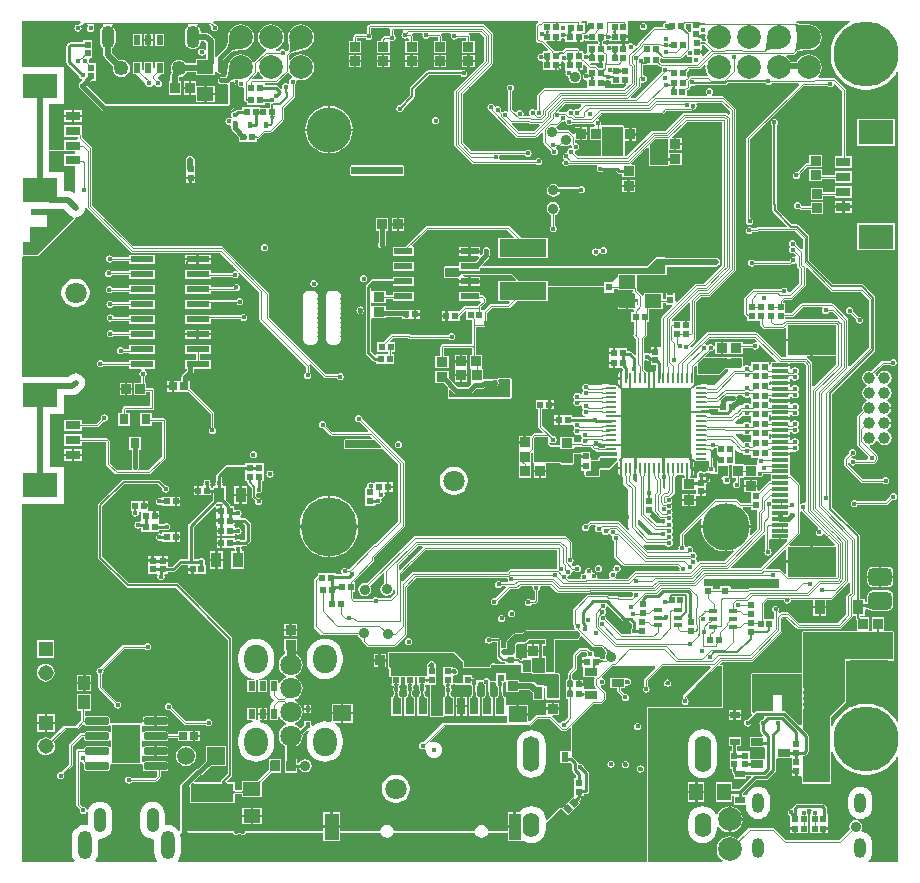
<source format=gbr>
%TF.GenerationSoftware,Altium Limited,Altium Designer,23.11.1 (41)*%
G04 Layer_Physical_Order=4*
G04 Layer_Color=16711680*
%FSLAX45Y45*%
%MOMM*%
%TF.SameCoordinates,D78E9C2B-A710-42EA-B38E-4640A2B68151*%
%TF.FilePolarity,Positive*%
%TF.FileFunction,Copper,L4,Bot,Signal*%
%TF.Part,Single*%
G01*
G75*
%TA.AperFunction,Conductor*%
%ADD10C,0.25400*%
%ADD11C,0.11416*%
%ADD12C,0.10160*%
%TA.AperFunction,SMDPad,CuDef*%
%ADD13R,0.80606X0.85822*%
%ADD14R,0.80000X0.90000*%
%ADD21R,0.85822X0.80606*%
%ADD22R,0.81280X0.93980*%
%ADD23R,3.00000X2.10000*%
%ADD29R,0.93980X0.81280*%
%TA.AperFunction,TestPad*%
%ADD33C,0.88900*%
%TA.AperFunction,SMDPad,CuDef*%
%ADD34R,0.55880X0.60960*%
%ADD36R,0.60960X0.55880*%
%ADD46R,1.45000X1.15000*%
%ADD58R,1.40000X0.30000*%
G04:AMPARAMS|DCode=62|XSize=0.8mm|YSize=0.55mm|CornerRadius=0mm|HoleSize=0mm|Usage=FLASHONLY|Rotation=90.000|XOffset=0mm|YOffset=0mm|HoleType=Round|Shape=RoundedRectangle|*
%AMROUNDEDRECTD62*
21,1,0.80000,0.55000,0,0,90.0*
21,1,0.80000,0.55000,0,0,90.0*
1,1,0.00000,0.27500,0.40000*
1,1,0.00000,0.27500,-0.40000*
1,1,0.00000,-0.27500,-0.40000*
1,1,0.00000,-0.27500,0.40000*
%
%ADD62ROUNDEDRECTD62*%
%ADD65R,0.40000X0.60000*%
%TA.AperFunction,FiducialPad,Global*%
%ADD66C,1.80000*%
%TA.AperFunction,SMDPad,CuDef*%
%ADD67R,0.83000X0.63000*%
%TA.AperFunction,Conductor*%
%ADD68C,0.20320*%
%ADD69C,0.12700*%
%ADD70C,0.11684*%
%ADD71C,0.38100*%
%ADD72C,0.50800*%
%ADD73C,0.15240*%
%ADD74C,0.15000*%
%ADD79C,0.40000*%
%ADD80C,0.76200*%
%ADD81R,3.22580X2.38760*%
%TA.AperFunction,ComponentPad*%
%ADD82O,1.20000X2.40000*%
%ADD83O,1.05000X2.10000*%
%ADD84C,1.50000*%
%ADD85R,1.50000X1.50000*%
%ADD86R,1.30800X1.30800*%
%ADD87C,1.30800*%
%ADD88O,2.00000X2.40000*%
%ADD89C,2.00000*%
%ADD90O,1.00000X1.70000*%
%ADD92C,5.50000*%
%ADD93O,1.10000X1.90000*%
%ADD94C,1.25000*%
%ADD95C,1.00000*%
%ADD96O,1.40000X3.00000*%
%ADD97O,1.40000X3.10000*%
%ADD98O,1.40000X2.10000*%
%ADD99C,1.80000*%
G04:AMPARAMS|DCode=100|XSize=1.5mm|YSize=2mm|CornerRadius=0.375mm|HoleSize=0mm|Usage=FLASHONLY|Rotation=90.000|XOffset=0mm|YOffset=0mm|HoleType=Round|Shape=RoundedRectangle|*
%AMROUNDEDRECTD100*
21,1,1.50000,1.25000,0,0,90.0*
21,1,0.75000,2.00000,0,0,90.0*
1,1,0.75000,0.62500,0.37500*
1,1,0.75000,0.62500,-0.37500*
1,1,0.75000,-0.62500,-0.37500*
1,1,0.75000,-0.62500,0.37500*
%
%ADD100ROUNDEDRECTD100*%
%ADD101O,2.50000X2.00000*%
%TA.AperFunction,ViaPad*%
%ADD102C,0.40000*%
%TA.AperFunction,ComponentPad*%
%ADD104C,4.00000*%
%TA.AperFunction,SMDPad,CuDef*%
%ADD105R,0.70000X0.65000*%
%ADD106R,2.41300X3.30200*%
G04:AMPARAMS|DCode=107|XSize=1.97mm|YSize=0.6mm|CornerRadius=0.075mm|HoleSize=0mm|Usage=FLASHONLY|Rotation=180.000|XOffset=0mm|YOffset=0mm|HoleType=Round|Shape=RoundedRectangle|*
%AMROUNDEDRECTD107*
21,1,1.97000,0.45000,0,0,180.0*
21,1,1.82000,0.60000,0,0,180.0*
1,1,0.15000,-0.91000,0.22500*
1,1,0.15000,0.91000,0.22500*
1,1,0.15000,0.91000,-0.22500*
1,1,0.15000,-0.91000,-0.22500*
%
%ADD107ROUNDEDRECTD107*%
%ADD108R,1.30000X0.80000*%
%ADD109R,1.01213X1.15814*%
%ADD110R,0.76000X0.72000*%
%ADD111R,3.60000X1.52400*%
%ADD112R,1.98120X0.55880*%
%ADD113R,1.52000X0.60000*%
%ADD114R,3.98780X1.49860*%
%ADD115R,0.90000X1.30000*%
%ADD116R,0.80000X0.40000*%
%ADD117R,1.00000X2.20000*%
%ADD118R,1.20000X2.20000*%
%ADD119R,1.60000X1.40000*%
%ADD120R,0.70000X1.40000*%
%ADD121R,1.15000X1.45000*%
%ADD122R,1.05000X0.65000*%
%ADD123R,0.63000X0.83000*%
%ADD124R,0.91000X1.22000*%
%ADD125O,0.20000X1.00000*%
%ADD126O,1.00000X0.20000*%
G04:AMPARAMS|DCode=127|XSize=6mm|YSize=6mm|CornerRadius=0.15mm|HoleSize=0mm|Usage=FLASHONLY|Rotation=180.000|XOffset=0mm|YOffset=0mm|HoleType=Round|Shape=RoundedRectangle|*
%AMROUNDEDRECTD127*
21,1,6.00000,5.70000,0,0,180.0*
21,1,5.70000,6.00000,0,0,180.0*
1,1,0.30000,-2.85000,2.85000*
1,1,0.30000,2.85000,2.85000*
1,1,0.30000,2.85000,-2.85000*
1,1,0.30000,-2.85000,-2.85000*
%
%ADD127ROUNDEDRECTD127*%
%ADD128R,4.10000X2.50000*%
G04:AMPARAMS|DCode=129|XSize=0.6096mm|YSize=0.5588mm|CornerRadius=0mm|HoleSize=0mm|Usage=FLASHONLY|Rotation=135.000|XOffset=0mm|YOffset=0mm|HoleType=Round|Shape=Rectangle|*
%AMROTATEDRECTD129*
4,1,4,0.41309,-0.01796,0.01796,-0.41309,-0.41309,0.01796,-0.01796,0.41309,0.41309,-0.01796,0.0*
%
%ADD129ROTATEDRECTD129*%

%ADD130R,0.40000X0.48000*%
%ADD131R,0.65000X1.05000*%
%ADD132R,1.40000X1.15000*%
%TA.AperFunction,TestPad*%
%ADD133C,0.38100*%
%TA.AperFunction,Conductor*%
%ADD134C,0.63500*%
%ADD135R,3.17500X1.14300*%
%TA.AperFunction,ComponentPad*%
%ADD136O,4.70000X5.00000*%
%ADD137C,3.80000*%
G36*
X5658669Y7150652D02*
X5656075Y7148043D01*
X5645738Y7136477D01*
X5645747Y7136195D01*
X5637027Y7144915D01*
X5637310Y7144906D01*
X5637851Y7145186D01*
X5638651Y7145755D01*
X5639709Y7146613D01*
X5644434Y7150924D01*
X5651485Y7157836D01*
X5658669Y7150652D01*
D02*
G37*
G36*
X4574671Y7151428D02*
X4575474Y7139418D01*
X4575664Y7139268D01*
X4560957D01*
X4561148Y7139418D01*
X4561318Y7139868D01*
X4561469Y7140619D01*
X4561599Y7141670D01*
X4561800Y7144672D01*
X4561961Y7154280D01*
X4574661D01*
X4574671Y7151428D01*
D02*
G37*
G36*
X4754923Y7146188D02*
X4755485Y7138110D01*
X4755822Y7136135D01*
X4756233Y7134520D01*
X4756720Y7133263D01*
X4757281Y7132366D01*
X4757918Y7131827D01*
X4758629Y7131648D01*
X4740983D01*
X4741694Y7131827D01*
X4742330Y7132366D01*
X4742892Y7133263D01*
X4743378Y7134520D01*
X4743790Y7136135D01*
X4744127Y7138110D01*
X4744389Y7140443D01*
X4744689Y7146188D01*
X4744726Y7149598D01*
X4754886D01*
X4754923Y7146188D01*
D02*
G37*
G36*
X4408107Y7148455D02*
X4407941Y7148386D01*
X4391515Y7131959D01*
X4386683Y7120295D01*
Y7006700D01*
X4391515Y6995036D01*
X4411353Y6975198D01*
X4423018Y6970366D01*
X4438086D01*
X4490522Y6917931D01*
X4485661Y6906197D01*
X4448151D01*
Y6891600D01*
X4435451Y6881669D01*
X4432859Y6882184D01*
X4421091Y6879843D01*
X4411114Y6873178D01*
X4404449Y6863201D01*
X4402108Y6851434D01*
X4404449Y6839666D01*
X4411114Y6829689D01*
X4421091Y6823024D01*
X4432859Y6820683D01*
X4435451Y6821198D01*
X4448151Y6811267D01*
Y6745302D01*
X4551072D01*
Y6785942D01*
X4561232D01*
Y6796102D01*
X4599332D01*
Y6813183D01*
X4612032Y6819971D01*
X4613378Y6819072D01*
X4625146Y6816731D01*
X4625501Y6816802D01*
X4638202Y6806379D01*
Y6745303D01*
X4638201Y6745302D01*
X4638201D01*
X4641378Y6732602D01*
X4641116Y6732210D01*
X4638775Y6720442D01*
X4641116Y6708674D01*
X4647782Y6698698D01*
X4657758Y6692032D01*
X4665266Y6690538D01*
X4664646Y6687422D01*
X4668884Y6666114D01*
X4680954Y6648050D01*
X4699018Y6635980D01*
X4720326Y6631742D01*
X4741634Y6635980D01*
X4759697Y6648050D01*
X4771767Y6666114D01*
X4776006Y6687421D01*
X4788094Y6688049D01*
X4789386Y6681552D01*
X4796052Y6671576D01*
X4806028Y6664910D01*
X4817796Y6662569D01*
X4825239Y6656460D01*
Y6598375D01*
X4816917Y6589122D01*
X4458706D01*
X4447042Y6584290D01*
X4406354Y6543603D01*
X4401523Y6531938D01*
Y6413009D01*
X4391178Y6405658D01*
X4379726Y6409108D01*
X4375793Y6411735D01*
X4364026Y6414076D01*
X4352258Y6411735D01*
X4342281Y6405070D01*
X4335616Y6395093D01*
X4333275Y6383326D01*
X4335616Y6371558D01*
X4339821Y6365264D01*
X4333833Y6353125D01*
X4333825Y6353118D01*
X4290485D01*
X4283544Y6365818D01*
X4285328Y6374783D01*
X4282987Y6386551D01*
X4276321Y6396527D01*
X4266345Y6403193D01*
X4254577Y6405534D01*
X4242809Y6403193D01*
X4232833Y6396527D01*
X4229409Y6391404D01*
X4214552Y6388300D01*
X4188463Y6414389D01*
Y6568456D01*
X4193712Y6571963D01*
X4200377Y6581939D01*
X4202718Y6593707D01*
X4200377Y6605475D01*
X4193712Y6615451D01*
X4183735Y6622117D01*
X4171968Y6624458D01*
X4160200Y6622117D01*
X4150223Y6615451D01*
X4143558Y6605475D01*
X4141217Y6593707D01*
X4143558Y6581939D01*
X4150223Y6571963D01*
X4155472Y6568456D01*
Y6407556D01*
X4158008Y6401434D01*
X4147749Y6393015D01*
X4142368Y6396610D01*
X4130600Y6398951D01*
X4118832Y6396610D01*
X4108856Y6389944D01*
X4103932Y6389459D01*
X4095297Y6398094D01*
X4097617Y6409754D01*
X4095276Y6421522D01*
X4088610Y6431498D01*
X4078634Y6438164D01*
X4066866Y6440505D01*
X4055098Y6438164D01*
X4051739Y6435920D01*
X4038142Y6439860D01*
X4037560Y6440557D01*
X4031333Y6449878D01*
X4021356Y6456544D01*
X4009588Y6458885D01*
X4008364Y6458641D01*
X4003879Y6460499D01*
X3992215Y6455668D01*
X3990571Y6451701D01*
X3987844Y6449878D01*
X3981178Y6439902D01*
X3978838Y6428134D01*
X3981178Y6416366D01*
X3987844Y6406390D01*
X3997821Y6399724D01*
X4001239Y6399044D01*
X4003634Y6393264D01*
X4171069Y6225828D01*
X4171071Y6225828D01*
X4218981Y6177918D01*
X4230645Y6173086D01*
X4385017D01*
X4396681Y6177918D01*
X4438014Y6219250D01*
X4449748Y6214390D01*
Y6134262D01*
X4454579Y6122598D01*
X4515161Y6062016D01*
X4513796Y6055151D01*
X4516137Y6043384D01*
X4522802Y6033407D01*
X4532779Y6026742D01*
X4544546Y6024401D01*
X4556314Y6026742D01*
X4566291Y6033407D01*
X4572956Y6043384D01*
X4575297Y6055151D01*
X4572956Y6066919D01*
X4566291Y6076896D01*
X4561280Y6080243D01*
X4559505Y6086065D01*
X4567173Y6098180D01*
X4587639D01*
X4599303Y6103011D01*
X4608463Y6112172D01*
X4622818Y6102580D01*
X4644126Y6098342D01*
X4665434Y6102580D01*
X4678004Y6110980D01*
X4682236Y6111477D01*
X4687997Y6110626D01*
X4696978Y6099782D01*
X4695978Y6094753D01*
X4687207Y6083888D01*
X4675439Y6081547D01*
X4665463Y6074881D01*
X4658797Y6064905D01*
X4656812Y6054926D01*
X4654213Y6050491D01*
X4649853Y6046131D01*
X4645418Y6043532D01*
X4635440Y6041547D01*
X4625463Y6034881D01*
X4618797Y6024905D01*
X4616457Y6013137D01*
X4618797Y6001369D01*
X4621574Y5997213D01*
X4623600Y5983292D01*
X4616934Y5973316D01*
X4614593Y5961548D01*
X4616934Y5949780D01*
X4623600Y5939804D01*
X4633576Y5933138D01*
X4645344Y5930797D01*
X4657112Y5933138D01*
X4667088Y5939804D01*
X4667961Y5941111D01*
X4904525D01*
X4904814Y5940810D01*
X4910150Y5928411D01*
X4906189Y5922482D01*
X4903848Y5910714D01*
X4906189Y5898947D01*
X4912855Y5888970D01*
X4922831Y5882304D01*
X4934599Y5879964D01*
X4946367Y5882304D01*
X4954003Y5887407D01*
X5065583D01*
X5077507Y5875482D01*
X5085069Y5870430D01*
X5093988Y5868656D01*
X5117633D01*
Y5841163D01*
X5231933D01*
Y5942763D01*
X5204100D01*
X5198839Y5955463D01*
X5331577Y6088201D01*
X5343310Y6083341D01*
Y5941820D01*
X5346531Y5934044D01*
X5354307Y5930823D01*
X5506707D01*
X5514484Y5934044D01*
X5516316Y5938468D01*
X5623195D01*
Y6040068D01*
X5517704D01*
Y6068466D01*
X5555885D01*
Y6119266D01*
Y6170066D01*
X5547585D01*
X5542724Y6181799D01*
X5670222Y6309296D01*
X5967157D01*
Y5092768D01*
X5811779Y4937389D01*
X5744902D01*
X5733238Y4932558D01*
X5581581Y4780901D01*
X5569848Y4785761D01*
Y4859362D01*
X5488568D01*
Y4809148D01*
X5462478D01*
Y4860312D01*
X5302158D01*
Y4836510D01*
X5289458Y4833983D01*
X5286704Y4840633D01*
X5243719Y4883617D01*
Y4900252D01*
X5242463Y4903285D01*
Y5009905D01*
X5302158D01*
Y5005993D01*
X5462478D01*
Y5009905D01*
X5486406D01*
X5494182Y5013126D01*
X5497403Y5020902D01*
Y5081730D01*
X5910954D01*
X5924828Y5084490D01*
X5936591Y5092349D01*
X5944450Y5104112D01*
X5947210Y5117987D01*
X5944450Y5131861D01*
X5936591Y5143624D01*
X5924828Y5151483D01*
X5910954Y5154243D01*
X5494776D01*
X5494182Y5155678D01*
X5486406Y5158899D01*
X5410206D01*
X5402430Y5155678D01*
X5329451Y5082699D01*
X3935381D01*
X3930521Y5094432D01*
X3990076Y5153987D01*
X3996532Y5163649D01*
X3998799Y5175046D01*
Y5207924D01*
X4000131Y5214620D01*
X3997790Y5226388D01*
X3991124Y5236364D01*
X3981148Y5243030D01*
X3969380Y5245371D01*
X3957612Y5243030D01*
X3947636Y5236364D01*
X3940970Y5226388D01*
X3938629Y5214620D01*
X3939234Y5211578D01*
Y5187382D01*
X3926830Y5174978D01*
X3914130Y5180239D01*
Y5199380D01*
X3838129D01*
Y5169380D01*
X3903271D01*
X3908532Y5156680D01*
X3874552Y5122700D01*
X3741810D01*
Y5082699D01*
X3621400D01*
X3613624Y5079478D01*
X3610403Y5071702D01*
Y4995502D01*
X3613624Y4987726D01*
X3621400Y4984505D01*
X3733806D01*
X3741810Y4974074D01*
Y4965700D01*
X3817809D01*
Y4995700D01*
X3779796D01*
X3773007Y5008400D01*
X3774013Y5009905D01*
X4186451D01*
X4222392Y4973963D01*
X4217532Y4962230D01*
X4072250D01*
Y4792050D01*
X4164748D01*
X4169608Y4780317D01*
X4150507Y4761216D01*
X4007480D01*
X3995816Y4756384D01*
X3949074Y4709643D01*
X3928647D01*
Y4739334D01*
X3963137Y4773823D01*
X3966673Y4779116D01*
X3967915Y4785360D01*
Y4808220D01*
X3966673Y4814464D01*
X3963137Y4819757D01*
X3947897Y4834997D01*
X3942603Y4838533D01*
X3936360Y4839775D01*
X3914130D01*
Y4868700D01*
X3741810D01*
Y4788380D01*
X3913586D01*
X3922182Y4779015D01*
X3900795Y4757628D01*
X3897258Y4752335D01*
X3896920Y4750637D01*
X3895720Y4750875D01*
X3791580D01*
X3785336Y4749633D01*
X3780043Y4746097D01*
X3737544Y4703597D01*
X3642888D01*
Y4662957D01*
Y4622317D01*
X3745809D01*
Y4665716D01*
X3786551Y4706457D01*
X3799251Y4701197D01*
Y4628363D01*
X3851589D01*
X3852656Y4627296D01*
Y4587240D01*
Y4421982D01*
X3601698D01*
X3590033Y4417150D01*
X3584082Y4411198D01*
X3579250Y4399534D01*
Y4322826D01*
X3538596D01*
Y4221226D01*
X3652896D01*
Y4322826D01*
X3612242D01*
Y4388990D01*
X3852202D01*
X3852656Y4388536D01*
Y4334764D01*
X3834506D01*
Y4220464D01*
X3834506D01*
X3837046Y4217924D01*
Y4103624D01*
X3838692D01*
X3843952Y4090924D01*
X3811251Y4058222D01*
X3728021D01*
X3652896Y4133347D01*
Y4192829D01*
X3538596D01*
Y4091229D01*
X3610777D01*
X3648754Y4053252D01*
X3644731Y4040681D01*
X3643894Y4038660D01*
X3642347Y4037114D01*
Y4034926D01*
X3641510Y4032905D01*
Y3973547D01*
X3644731Y3965771D01*
X3652507Y3962550D01*
X4174226Y3962549D01*
X4182002Y3965770D01*
X4185223Y3973547D01*
X4185223Y4125946D01*
X4182002Y4133722D01*
X4174226Y4136943D01*
X4078354D01*
X4076817Y4136307D01*
X4075161Y4136470D01*
X4073073Y4134756D01*
X4070578Y4133723D01*
X4058993Y4132652D01*
X4047226Y4134992D01*
X4035458Y4132652D01*
X4030505Y4129342D01*
X3955571D01*
X3951346Y4128502D01*
X3938646Y4137493D01*
Y4217924D01*
X3938646D01*
X3936106Y4220464D01*
Y4334764D01*
X3885647D01*
Y4395368D01*
Y4570744D01*
X3946520D01*
X3958184Y4575576D01*
X3963016Y4587240D01*
Y4616386D01*
X3967176Y4620546D01*
X3972007Y4632210D01*
Y4685919D01*
X4014313Y4728224D01*
X4157340D01*
X4169004Y4733056D01*
X4227998Y4792050D01*
X4491350D01*
Y4908305D01*
X4969568D01*
Y4844773D01*
X5010209D01*
Y4834613D01*
D01*
Y4844773D01*
X5050848D01*
Y4893098D01*
X5082144D01*
Y4885012D01*
X5209130D01*
X5210728Y4878812D01*
Y4876785D01*
X5212111Y4873446D01*
X5212241Y4872939D01*
X5203804Y4860312D01*
X5172464D01*
Y4802812D01*
X5242463D01*
Y4810356D01*
X5255163Y4816929D01*
X5258544Y4814537D01*
Y4760670D01*
X5255163Y4758279D01*
X5242463Y4764851D01*
Y4782492D01*
X5172464D01*
Y4724992D01*
X5213871D01*
X5220703Y4712292D01*
X5217949Y4705644D01*
Y4695935D01*
X5196345D01*
Y4614655D01*
X5217949D01*
Y4505983D01*
X5215658Y4500451D01*
X5220489Y4488787D01*
X5238518Y4470758D01*
Y4336796D01*
X5225818Y4331536D01*
X5201570Y4355783D01*
X5194008Y4360836D01*
X5185089Y4362610D01*
X5162887D01*
Y4388733D01*
X5059966D01*
Y4348093D01*
X5049806D01*
Y4337933D01*
X5011706D01*
Y4307453D01*
X5012861Y4307164D01*
Y4276684D01*
X5050961D01*
Y4266524D01*
X5061121D01*
Y4225885D01*
X5114999D01*
X5126400Y4214483D01*
Y4202304D01*
X5123959Y4199711D01*
X5119868Y4197313D01*
Y4133938D01*
X5109708D01*
Y4123778D01*
X5089153D01*
Y4093937D01*
X5090718Y4086071D01*
X5095173Y4079403D01*
X5101842Y4074947D01*
X5109237Y4073476D01*
X5110066Y4071724D01*
X5112392Y4060967D01*
X5106569Y4057076D01*
X5102678Y4051254D01*
X5091921Y4053579D01*
X5090169Y4054408D01*
X5088698Y4061803D01*
X5084243Y4068472D01*
X5077574Y4072927D01*
X5069708Y4074492D01*
X5030330D01*
X5030126Y4074797D01*
X5020044Y4081534D01*
X5008151Y4083900D01*
X4953151D01*
X4941258Y4081534D01*
X4933064Y4076059D01*
X4913131D01*
X4907081Y4077263D01*
X4845132D01*
X4841314Y4081081D01*
X4831232Y4087818D01*
X4819339Y4090183D01*
X4811388D01*
X4799495Y4087818D01*
X4789413Y4081081D01*
X4782676Y4070999D01*
X4780310Y4059106D01*
X4782676Y4047213D01*
X4785226Y4043398D01*
X4788371Y4034026D01*
X4785226Y4024654D01*
X4782676Y4020839D01*
X4780310Y4008946D01*
X4780348Y4008760D01*
X4778736Y4006453D01*
X4767653Y3999877D01*
X4757572Y4006614D01*
X4745679Y4008980D01*
X4737728D01*
X4725835Y4006614D01*
X4715753Y3999877D01*
X4709016Y3989795D01*
X4706650Y3977903D01*
X4709016Y3966010D01*
X4715753Y3955928D01*
Y3949717D01*
X4709016Y3939636D01*
X4706650Y3927743D01*
X4709016Y3915850D01*
X4715753Y3905768D01*
X4725835Y3899031D01*
X4737728Y3896666D01*
X4745679D01*
X4757572Y3899031D01*
X4767654Y3905768D01*
X4778736Y3899192D01*
X4780348Y3896886D01*
X4780310Y3896699D01*
X4782676Y3884806D01*
X4789413Y3874725D01*
Y3868514D01*
X4782676Y3858432D01*
X4780310Y3846539D01*
X4782676Y3834646D01*
X4789413Y3824564D01*
X4799495Y3817828D01*
X4801963Y3817337D01*
X4800712Y3804637D01*
X4696723D01*
Y3823682D01*
X4593802D01*
Y3783043D01*
Y3742402D01*
X4694825D01*
X4702623Y3738678D01*
X4706791Y3736048D01*
X4709016Y3724863D01*
X4711566Y3721047D01*
X4714711Y3711676D01*
X4711566Y3702304D01*
X4709016Y3698488D01*
X4706650Y3686596D01*
X4709016Y3674703D01*
X4715753Y3664621D01*
X4725835Y3657884D01*
X4737728Y3655518D01*
X4744532D01*
X4756425Y3657884D01*
X4760249Y3660439D01*
X4764691Y3659078D01*
X4773047Y3653717D01*
X4774819Y3644806D01*
X4781556Y3634725D01*
Y3628514D01*
X4774819Y3618432D01*
X4772454Y3606539D01*
X4764542Y3596899D01*
X4710896D01*
Y3637193D01*
X4596596D01*
Y3566997D01*
X4517443D01*
X4504070Y3580370D01*
X4505029Y3584596D01*
X4505587Y3585095D01*
X4519117Y3589294D01*
X4524032Y3586010D01*
X4535800Y3583669D01*
X4547568Y3586010D01*
X4557544Y3592676D01*
X4564210Y3602652D01*
X4566551Y3614420D01*
X4564210Y3626188D01*
X4557544Y3636164D01*
X4547568Y3642830D01*
X4535800Y3645171D01*
X4531728Y3644361D01*
X4444871Y3731217D01*
Y3872337D01*
X4493197D01*
Y3912977D01*
Y3953617D01*
X4390276D01*
Y3872337D01*
X4411880D01*
Y3724384D01*
X4416712Y3712720D01*
X4446725Y3682706D01*
X4441865Y3670973D01*
X4376745D01*
X4365080Y3666141D01*
X4354500Y3655561D01*
X4344499Y3649399D01*
Y3649398D01*
X4344499Y3649398D01*
X4303859D01*
Y3592248D01*
X4293699D01*
Y3582088D01*
X4242900D01*
Y3535099D01*
X4242899Y3535098D01*
Y3527478D01*
X4242899D01*
X4242900Y3522398D01*
Y3418259D01*
X4242899Y3413179D01*
X4242899D01*
Y3405558D01*
X4242900D01*
Y3291259D01*
X4344500D01*
Y3400478D01*
X4344500Y3405558D01*
X4344500D01*
Y3413179D01*
X4344500D01*
Y3500831D01*
X4350170Y3505255D01*
X4362870Y3499055D01*
Y3427139D01*
X4366091Y3419363D01*
X4370827Y3417401D01*
X4372897Y3405559D01*
X4372897Y3400478D01*
Y3358568D01*
X4423696D01*
X4474497D01*
Y3400478D01*
X4474497Y3405559D01*
X4479608Y3416142D01*
X4591470D01*
Y3415620D01*
X4594691Y3407844D01*
X4596596Y3407054D01*
Y3405595D01*
X4600119D01*
X4602467Y3404623D01*
X4704067D01*
X4706416Y3405595D01*
X4710896D01*
Y3407451D01*
X4711844Y3407844D01*
X4715064Y3415620D01*
Y3493523D01*
X4775136D01*
Y3484544D01*
X4813236D01*
Y3464224D01*
X4775136D01*
Y3433744D01*
Y3405025D01*
X4813236D01*
Y3384705D01*
X4775136D01*
Y3354225D01*
X4794990D01*
X4801410Y3341723D01*
X4799830Y3337850D01*
X4799845Y3337813D01*
X4799831Y3337776D01*
X4800070Y3317717D01*
X4801707Y3313895D01*
X4803353Y3310010D01*
X4812359Y3301147D01*
X4816216Y3299585D01*
X4820072Y3297988D01*
X4830216D01*
X4835337Y3296969D01*
X4840457Y3297988D01*
X4923080D01*
X4930856Y3301209D01*
X4934077Y3308985D01*
Y3356284D01*
X4940336Y3362543D01*
X5011980D01*
X5019756Y3365764D01*
X5078259Y3424266D01*
X5089963Y3418010D01*
X5089153Y3413937D01*
Y3384097D01*
X5109707D01*
Y3373937D01*
X5117390D01*
X5117208Y3373022D01*
Y3318022D01*
X5119182Y3308101D01*
X5119573Y3306134D01*
X5119580Y3306129D01*
X5125054Y3297936D01*
Y3252034D01*
X5127420Y3240141D01*
X5134157Y3230059D01*
X5171929Y3192286D01*
Y2873501D01*
X5174295Y2861608D01*
X5176501Y2858306D01*
X5166637Y2850210D01*
X5097893Y2918954D01*
X5086229Y2923786D01*
X4846910D01*
X4835246Y2918954D01*
X4819849Y2903558D01*
X4810687Y2905381D01*
X4798919Y2903040D01*
X4788943Y2896374D01*
X4782277Y2886398D01*
X4779936Y2874630D01*
X4782277Y2862862D01*
X4788943Y2852886D01*
X4798919Y2846220D01*
X4810687Y2843879D01*
X4822455Y2846220D01*
X4832431Y2852886D01*
X4839097Y2862862D01*
X4841438Y2874630D01*
X4840797Y2877849D01*
X4853742Y2890794D01*
X4891243D01*
X4897087Y2878094D01*
X4893432Y2872623D01*
X4891091Y2860855D01*
X4893432Y2849088D01*
X4900098Y2839111D01*
X4910074Y2832445D01*
X4921842Y2830105D01*
X4933610Y2832445D01*
X4937636Y2835136D01*
X4951607Y2829997D01*
X4951852Y2828768D01*
X4958518Y2818791D01*
X4968494Y2812125D01*
X4980262Y2809785D01*
X4992030Y2812125D01*
X5002006Y2818791D01*
X5004856Y2823056D01*
X5018338Y2820374D01*
X5018483Y2819642D01*
X5025149Y2809666D01*
X5029442Y2806798D01*
X5035710Y2795608D01*
X5033369Y2783840D01*
X5035710Y2772072D01*
X5042376Y2762096D01*
X5047624Y2758589D01*
Y2633165D01*
X5052456Y2621501D01*
X5120998Y2552959D01*
X5132662Y2548127D01*
X5582591D01*
X5605815Y2524904D01*
X5604583Y2518713D01*
X5605786Y2512669D01*
X5597474Y2499969D01*
X5229312D01*
X5217647Y2495137D01*
X5162486Y2439976D01*
X5065005D01*
X5061309Y2449939D01*
X5060771Y2452676D01*
X5067130Y2462192D01*
X5069471Y2473960D01*
X5068223Y2480230D01*
X5076310Y2490802D01*
X5077908Y2491686D01*
X5088588Y2493810D01*
X5098564Y2500476D01*
X5105230Y2510452D01*
X5107571Y2522220D01*
X5105230Y2533988D01*
X5098564Y2543964D01*
X5088588Y2550630D01*
X5076820Y2552971D01*
X5065052Y2550630D01*
X5055076Y2543964D01*
X5048410Y2533988D01*
X5046069Y2522220D01*
X5047317Y2515950D01*
X5039230Y2505378D01*
X5037632Y2504494D01*
X5026952Y2502370D01*
X5016976Y2495704D01*
X5010310Y2485728D01*
X5007969Y2473960D01*
X5010310Y2462192D01*
X5016668Y2452676D01*
X5016131Y2449939D01*
X5012435Y2439976D01*
X4916560D01*
X4908249Y2452676D01*
X4909451Y2458720D01*
X4907110Y2470488D01*
X4900444Y2480464D01*
X4890468Y2487130D01*
X4878700Y2489471D01*
X4868511Y2500393D01*
X4868811Y2501900D01*
X4866470Y2513668D01*
X4859804Y2523644D01*
X4849828Y2530310D01*
X4838060Y2532651D01*
X4826292Y2530310D01*
X4816316Y2523644D01*
X4809650Y2513668D01*
X4807309Y2501900D01*
X4808661Y2495104D01*
X4800552Y2485033D01*
X4798887Y2484099D01*
X4797420Y2484391D01*
X4785652Y2482050D01*
X4775676Y2475384D01*
X4769010Y2465408D01*
X4766669Y2453640D01*
X4767871Y2447596D01*
X4759560Y2434896D01*
X4669706D01*
X4654407Y2450195D01*
X4655118Y2453770D01*
X4661902Y2463912D01*
X4664943Y2464517D01*
X4673669Y2466253D01*
X4683646Y2472919D01*
X4690311Y2482895D01*
X4692652Y2494663D01*
X4692472Y2495568D01*
X4693932Y2498264D01*
X4702533Y2506192D01*
X4715404Y2505257D01*
X4717883Y2501547D01*
X4727859Y2494881D01*
X4739627Y2492541D01*
X4751395Y2494881D01*
X4761371Y2501547D01*
X4768037Y2511524D01*
X4770378Y2523291D01*
X4768037Y2535059D01*
X4761371Y2545036D01*
X4751395Y2551701D01*
X4739627Y2554042D01*
X4727859Y2551701D01*
X4717883Y2545036D01*
X4716667Y2543215D01*
X4702907Y2542267D01*
X4691428Y2553746D01*
X4694531Y2568604D01*
X4699655Y2572027D01*
X4706321Y2582003D01*
X4708661Y2593771D01*
X4706321Y2605539D01*
X4699655Y2615515D01*
X4694536Y2618936D01*
Y2745740D01*
X4689704Y2757404D01*
X4652476Y2794632D01*
X4640812Y2799464D01*
X3363988D01*
X3352324Y2794632D01*
X2957071Y2399380D01*
X2940680Y2402640D01*
X2919372Y2398401D01*
X2901308Y2386332D01*
X2889239Y2368268D01*
X2885000Y2346960D01*
X2889239Y2325652D01*
X2901308Y2307588D01*
X2919372Y2295519D01*
X2940680Y2291280D01*
X2961988Y2295519D01*
X2980051Y2307588D01*
X2992121Y2325652D01*
X2996360Y2346960D01*
X2992121Y2368268D01*
X2984308Y2379960D01*
X3092791Y2488443D01*
X3104524Y2483582D01*
Y2399065D01*
X3089268Y2388872D01*
X3077199Y2370808D01*
X3072960Y2349500D01*
X3077199Y2328192D01*
X3089268Y2310128D01*
X3107332Y2298059D01*
X3128640Y2293820D01*
X3149948Y2298059D01*
X3168011Y2310128D01*
X3180081Y2328192D01*
X3183264Y2344193D01*
X3195964Y2342942D01*
Y2315693D01*
X3157367Y2277096D01*
X3050315D01*
X3043888Y2281390D01*
X3032120Y2283731D01*
X3020352Y2281390D01*
X3010376Y2274724D01*
X3006869Y2269476D01*
X2848156D01*
X2839167Y2278464D01*
Y2327123D01*
X2860772D01*
Y2408403D01*
X2857513D01*
X2852653Y2420136D01*
X2858060Y2425543D01*
X2859234Y2426029D01*
X3015844Y2582639D01*
X3020676Y2594303D01*
Y2619527D01*
X3277464Y2876316D01*
X3282296Y2887980D01*
Y3421380D01*
X3277464Y3433044D01*
X2920242Y3790266D01*
X2920631Y3792220D01*
X2918290Y3803988D01*
X2911624Y3813964D01*
X2901648Y3820630D01*
X2889880Y3822971D01*
X2878112Y3820630D01*
X2868136Y3813964D01*
X2861470Y3803988D01*
X2859129Y3792220D01*
X2861470Y3780452D01*
X2868136Y3770476D01*
X2878112Y3763810D01*
X2889880Y3761469D01*
X2900308Y3763544D01*
X2969531Y3694321D01*
X2964671Y3682587D01*
X2667241D01*
X2614599Y3735229D01*
X2615831Y3741420D01*
X2613490Y3753188D01*
X2606824Y3763164D01*
X2596848Y3769830D01*
X2585080Y3772171D01*
X2573312Y3769830D01*
X2563336Y3763164D01*
X2556670Y3753188D01*
X2554329Y3741420D01*
X2556670Y3729652D01*
X2563336Y3719676D01*
X2573312Y3713010D01*
X2585080Y3710669D01*
X2591271Y3711901D01*
X2648744Y3654427D01*
X2660408Y3649596D01*
X2985519D01*
X3003443Y3631672D01*
X2998582Y3619939D01*
X2777226D01*
X2769450Y3616718D01*
X2766229Y3608942D01*
Y3545442D01*
X2769450Y3537666D01*
X2777226Y3534445D01*
X3073079D01*
X3075101Y3535282D01*
X3077288D01*
X3078835Y3536828D01*
X3080855Y3537665D01*
X3087288Y3539724D01*
X3095337Y3539778D01*
X3226121Y3408994D01*
Y2927509D01*
X3026888Y2728276D01*
X3021984D01*
X3010320Y2723445D01*
X2807309Y2520434D01*
X2793788Y2521334D01*
X2792244Y2523644D01*
X2782268Y2530310D01*
X2770500Y2532651D01*
X2758732Y2530310D01*
X2748756Y2523644D01*
X2742090Y2513668D01*
X2739749Y2501900D01*
X2742090Y2490132D01*
X2744111Y2487108D01*
X2737322Y2474408D01*
X2694249D01*
Y2488717D01*
X2543068D01*
Y2459115D01*
X2532276Y2454645D01*
X2514996Y2437364D01*
X2510164Y2425700D01*
Y2034540D01*
X2514996Y2022876D01*
X2573416Y1964456D01*
X2585080Y1959624D01*
X2880661D01*
X2881619Y1954812D01*
X2893688Y1936748D01*
X2911752Y1924679D01*
X2921644Y1922711D01*
Y1910080D01*
X2926476Y1898416D01*
X2959496Y1865396D01*
X2971160Y1860564D01*
X3189600D01*
X3201264Y1865396D01*
X3292704Y1956836D01*
X3297536Y1968500D01*
Y2365527D01*
X3376395Y2444386D01*
X4141938D01*
X4149995Y2434569D01*
X4149731Y2433241D01*
X4152072Y2421473D01*
X4153659Y2419098D01*
X4146871Y2406398D01*
X4100896D01*
X4097389Y2411646D01*
X4087413Y2418312D01*
X4075645Y2420653D01*
X4063877Y2418312D01*
X4053901Y2411646D01*
X4047235Y2401670D01*
X4044894Y2389902D01*
X4047235Y2378134D01*
X4053901Y2368158D01*
X4063877Y2361492D01*
X4075645Y2359151D01*
X4087413Y2361492D01*
X4097389Y2368158D01*
X4100896Y2373406D01*
X4129204D01*
X4134064Y2361673D01*
X4044671Y2272279D01*
X4038480Y2273511D01*
X4026712Y2271170D01*
X4016736Y2264504D01*
X4010070Y2254528D01*
X4007729Y2242760D01*
X4010070Y2230992D01*
X4016736Y2221016D01*
X4026712Y2214350D01*
X4038480Y2212009D01*
X4050248Y2214350D01*
X4060224Y2221016D01*
X4066890Y2230992D01*
X4069231Y2242760D01*
X4067999Y2248951D01*
X4168596Y2349548D01*
X4224232D01*
X4235896Y2354379D01*
X4262004Y2380487D01*
X4356797D01*
X4365108Y2367787D01*
X4363906Y2361743D01*
X4366247Y2349975D01*
X4372913Y2339999D01*
X4378161Y2336492D01*
Y2266883D01*
X4371350Y2260072D01*
X4348221D01*
X4347370Y2261346D01*
X4337394Y2268012D01*
X4325626Y2270353D01*
X4313858Y2268012D01*
X4303882Y2261346D01*
X4297216Y2251370D01*
X4294875Y2239602D01*
X4297216Y2227834D01*
X4303882Y2217858D01*
X4313858Y2211192D01*
X4325626Y2208851D01*
X4337394Y2211192D01*
X4347370Y2217858D01*
X4353532Y2227080D01*
X4378183D01*
X4389847Y2231912D01*
X4406321Y2248386D01*
X4411153Y2260050D01*
Y2336492D01*
X4416401Y2339999D01*
X4423067Y2349975D01*
X4425408Y2361743D01*
X4424206Y2367787D01*
X4432517Y2380487D01*
X4508945D01*
X4563976Y2325456D01*
X4575640Y2320624D01*
X4845684D01*
X4850081Y2322446D01*
X5202274D01*
X5210135Y2309746D01*
X5208741Y2302742D01*
X5209973Y2296551D01*
X5198379Y2284958D01*
X5095251D01*
X5093403Y2286806D01*
X5081738Y2291638D01*
X5010267D01*
X5002398Y2299506D01*
X4990734Y2304338D01*
X4834126D01*
X4822462Y2299506D01*
X4711854Y2188898D01*
X4707022Y2177234D01*
Y2056498D01*
X4711854Y2044834D01*
X4714268Y2042420D01*
X4712916Y2035627D01*
X4715257Y2023859D01*
X4721923Y2013882D01*
X4722547Y2013466D01*
X4718694Y2000766D01*
X4315372D01*
X4299019Y1997513D01*
X4285156Y1988250D01*
X4272049Y1975143D01*
X4217917D01*
X4201565Y1971890D01*
X4187702Y1962628D01*
X4187701Y1962627D01*
X4150504Y1925430D01*
X4141241Y1911567D01*
X4137989Y1895214D01*
Y1853026D01*
X4119082D01*
X4106731Y1850569D01*
X4102212Y1851868D01*
X4094031Y1856241D01*
Y1909523D01*
X4092651Y1916460D01*
X4088721Y1922341D01*
X4079793Y1931269D01*
X4073912Y1935199D01*
X4066975Y1936579D01*
X4015179D01*
X4012763Y1940194D01*
X4002786Y1946860D01*
X3991018Y1949201D01*
X3979251Y1946860D01*
X3969274Y1940194D01*
X3962609Y1930218D01*
X3960268Y1918450D01*
X3962609Y1906682D01*
X3969274Y1896706D01*
X3979251Y1890040D01*
X3991018Y1887700D01*
X4002786Y1890040D01*
X4012763Y1896706D01*
X4015179Y1900322D01*
X4057774D01*
Y1783491D01*
X4059154Y1776554D01*
X4063084Y1770673D01*
X4097896Y1735861D01*
X4103777Y1731931D01*
X4108162Y1731059D01*
X4110340Y1730068D01*
X4124416Y1729589D01*
X4124982Y1729531D01*
X4126735Y1727690D01*
X4121291Y1714990D01*
X4053560D01*
X4053517Y1715054D01*
X4043540Y1721720D01*
X4031772Y1724061D01*
X4020005Y1721720D01*
X4010028Y1715054D01*
X4009452Y1714191D01*
X4003603Y1711769D01*
X4000382Y1703993D01*
Y1692250D01*
X3781076D01*
Y1732052D01*
X3777855Y1739829D01*
X3701655Y1816028D01*
X3693879Y1819249D01*
X3262079Y1819250D01*
X3147779D01*
X3140003Y1816029D01*
X3136782Y1808252D01*
Y1693952D01*
X3140003Y1686176D01*
X3149482Y1676697D01*
Y1617752D01*
X3152703Y1609976D01*
X3160479Y1606755D01*
X3167742D01*
Y1553306D01*
X3167518Y1552956D01*
X3167379Y1552739D01*
X3167591Y1551733D01*
X3167209Y1550814D01*
X3167742Y1540348D01*
X3173337D01*
X3173337Y1540348D01*
X3173339D01*
X3182838Y1533397D01*
X3184577Y1528589D01*
X3185656Y1524133D01*
X3180329Y1516160D01*
X3177988Y1504392D01*
X3180329Y1492625D01*
X3185846Y1484368D01*
X3186353Y1482960D01*
X3187246Y1481979D01*
X3187765Y1481307D01*
X3188208Y1480622D01*
X3188592Y1479905D01*
X3188774Y1479484D01*
X3188767Y1479278D01*
X3187576Y1468624D01*
X3185941Y1459562D01*
X3183948Y1452294D01*
X3181743Y1446912D01*
X3181014Y1445740D01*
X3170356Y1440160D01*
X3170354D01*
X3170354Y1440160D01*
X3164759D01*
X3164227Y1429695D01*
X3164514Y1429001D01*
X3164360Y1427989D01*
X3164760Y1427335D01*
Y1279840D01*
X3255080D01*
Y1427445D01*
X3255506Y1428168D01*
X3255417Y1429223D01*
X3255613Y1429695D01*
X3255080Y1440160D01*
X3249486D01*
Y1440160D01*
X3249483D01*
X3237849Y1444556D01*
X3235887Y1447369D01*
X3233454Y1452670D01*
X3231252Y1459839D01*
X3229472Y1468642D01*
X3228421Y1479841D01*
X3228522Y1480021D01*
X3228950Y1480645D01*
X3229454Y1481259D01*
X3230361Y1482191D01*
X3230633Y1482873D01*
X3237149Y1492625D01*
X3239490Y1504392D01*
X3237149Y1516160D01*
X3231298Y1524917D01*
X3232188Y1528590D01*
X3233927Y1533397D01*
X3243426Y1540348D01*
X3243428D01*
X3243428Y1540348D01*
X3249023D01*
X3249556Y1550814D01*
X3249172Y1551738D01*
X3249386Y1552739D01*
X3249022Y1553306D01*
Y1606755D01*
X3281560D01*
Y1553306D01*
X3281336Y1552956D01*
X3281196Y1552739D01*
X3281408Y1551733D01*
X3281027Y1550814D01*
X3281559Y1540348D01*
X3287154D01*
X3287154Y1540348D01*
X3287156D01*
X3296655Y1533397D01*
X3298394Y1528589D01*
X3299596Y1523629D01*
X3299572Y1523558D01*
X3294629Y1516160D01*
X3292288Y1504392D01*
X3294629Y1492625D01*
X3299572Y1485227D01*
X3300150Y1483498D01*
X3301033Y1482482D01*
X3301556Y1481775D01*
X3302009Y1481047D01*
X3302400Y1480290D01*
X3302492Y1480069D01*
X3302456Y1479540D01*
X3301084Y1468853D01*
X3299228Y1459906D01*
X3296975Y1452758D01*
X3294487Y1447474D01*
X3292012Y1444015D01*
X3280356Y1440160D01*
X3280353D01*
Y1440160D01*
X3274759D01*
X3274227Y1429695D01*
X3274400Y1429276D01*
X3274328Y1428206D01*
X3274760Y1427467D01*
X3274760Y1427460D01*
Y1279840D01*
X3365080D01*
Y1427305D01*
X3365472Y1427939D01*
X3365302Y1428946D01*
X3365613Y1429695D01*
X3365080Y1440160D01*
X3359486D01*
Y1440160D01*
X3359483D01*
X3349082Y1446046D01*
X3348628Y1446797D01*
X3346478Y1452203D01*
X3344537Y1459496D01*
X3342971Y1468431D01*
X3342090Y1479257D01*
X3342308Y1479630D01*
X3342724Y1480214D01*
X3343216Y1480789D01*
X3344125Y1481681D01*
X3344126Y1481681D01*
X3344126Y1481682D01*
X3344128Y1481684D01*
X3344441Y1482420D01*
X3344783Y1482648D01*
X3351449Y1492625D01*
X3353790Y1504392D01*
X3351449Y1516160D01*
X3345244Y1525447D01*
X3346005Y1528590D01*
X3347744Y1533397D01*
X3357243Y1540348D01*
X3357246D01*
X3357246Y1540348D01*
X3362840D01*
X3363373Y1550814D01*
X3362989Y1551738D01*
X3363203Y1552739D01*
X3362840Y1553306D01*
Y1606755D01*
X3385432D01*
Y1553306D01*
X3385208Y1552956D01*
X3385069Y1552739D01*
X3385281Y1551733D01*
X3384899Y1550814D01*
X3385432Y1540348D01*
X3391027D01*
X3391026Y1540348D01*
X3391029D01*
X3400528Y1533397D01*
X3402267Y1528589D01*
X3404035Y1521291D01*
X3403756Y1519822D01*
X3401309Y1516160D01*
X3398968Y1504392D01*
X3401309Y1492625D01*
X3403756Y1488963D01*
X3404153Y1486872D01*
X3404928Y1485689D01*
X3405446Y1484777D01*
X3405902Y1483836D01*
X3406298Y1482865D01*
X3406635Y1481857D01*
X3406545Y1479206D01*
X3405455Y1468481D01*
X3403957Y1459352D01*
X3402125Y1452006D01*
X3400166Y1446748D01*
X3390356Y1440160D01*
X3390354D01*
Y1440160D01*
X3384759D01*
X3384227Y1429695D01*
X3384587Y1428825D01*
X3384387Y1427823D01*
X3384760Y1427235D01*
Y1279840D01*
X3475080D01*
Y1427460D01*
X3475080Y1429477D01*
X3475170Y1429695D01*
X3475080Y1440160D01*
X3469045D01*
Y1440160D01*
X3469041D01*
X3457039Y1443859D01*
X3456674Y1444162D01*
X3454099Y1447630D01*
X3451527Y1452890D01*
X3449199Y1460002D01*
X3447317Y1468743D01*
X3446376Y1478145D01*
X3446552Y1478307D01*
X3447461Y1478985D01*
X3447858Y1479653D01*
X3448578Y1479943D01*
X3449041Y1481030D01*
X3451463Y1482648D01*
X3458129Y1492625D01*
X3460470Y1504392D01*
X3458129Y1516160D01*
X3451463Y1526136D01*
X3454498Y1538377D01*
X3455221Y1539191D01*
X3455867Y1539576D01*
X3458173Y1539986D01*
X3458740Y1540348D01*
X3492382D01*
Y1279840D01*
X3495603Y1272064D01*
X3503379Y1268843D01*
X3604760D01*
X3612536Y1272064D01*
X3615757Y1279840D01*
X3695080D01*
Y1440160D01*
X3684935D01*
X3684176Y1440598D01*
X3679946Y1441155D01*
X3677621Y1442180D01*
X3675243Y1444162D01*
X3672667Y1447630D01*
X3670095Y1452890D01*
X3667767Y1460002D01*
X3665885Y1468743D01*
X3665388Y1473712D01*
X3665447Y1473774D01*
X3666368Y1474570D01*
X3666533Y1474899D01*
X3666874Y1475036D01*
X3667293Y1476020D01*
X3668544Y1476856D01*
X3675210Y1486832D01*
X3677550Y1498600D01*
X3675210Y1510368D01*
X3668544Y1520344D01*
X3667294Y1521180D01*
X3666884Y1522140D01*
X3668446Y1528590D01*
X3670431Y1534075D01*
X3672355Y1537576D01*
X3673789Y1539191D01*
X3674435Y1539576D01*
X3676741Y1539986D01*
X3677308Y1540348D01*
X3685281D01*
Y1543255D01*
X3701330D01*
Y1540693D01*
X3840580D01*
X3840729Y1539945D01*
X3847395Y1529968D01*
X3851011Y1527552D01*
Y1507213D01*
X3850524Y1506095D01*
X3850265Y1491850D01*
X3849508Y1479424D01*
X3848271Y1468668D01*
X3846592Y1459630D01*
X3844548Y1452391D01*
X3842286Y1447028D01*
X3841266Y1445436D01*
X3830356Y1440160D01*
X3830354D01*
Y1440160D01*
X3824759D01*
X3824227Y1429695D01*
X3824491Y1429056D01*
X3824352Y1428037D01*
X3824760Y1427364D01*
Y1279840D01*
X3915080D01*
Y1427420D01*
X3915500Y1428127D01*
X3915394Y1429169D01*
X3915613Y1429695D01*
X3915080Y1440160D01*
X3909486D01*
Y1440160D01*
X3909483D01*
X3898078Y1444835D01*
X3896431Y1447260D01*
X3894054Y1452580D01*
X3891904Y1459768D01*
X3890166Y1468601D01*
X3888025Y1492023D01*
X3887754Y1506106D01*
X3887267Y1507221D01*
Y1527552D01*
X3890883Y1529968D01*
X3897549Y1539945D01*
X3899890Y1551712D01*
X3899294Y1554705D01*
X3909191Y1567177D01*
X3938474Y1566490D01*
X3938505Y1566451D01*
X3940846Y1554683D01*
X3947512Y1544707D01*
X3957488Y1538041D01*
X3961791Y1537185D01*
Y1507217D01*
X3961304Y1506101D01*
X3961038Y1491865D01*
X3960260Y1479453D01*
X3958988Y1468717D01*
X3957264Y1459701D01*
X3955165Y1452485D01*
X3952847Y1447145D01*
X3951518Y1445131D01*
X3940356Y1440160D01*
X3940354D01*
Y1440160D01*
X3934759D01*
X3934227Y1429695D01*
X3934468Y1429113D01*
X3934345Y1428083D01*
X3934760Y1427393D01*
Y1279840D01*
X4025080D01*
Y1427393D01*
X4025494Y1428083D01*
X4025371Y1429113D01*
X4025613Y1429695D01*
X4025080Y1440160D01*
X4019486D01*
Y1440160D01*
X4019483D01*
X4008321Y1445131D01*
X4006992Y1447145D01*
X4004674Y1452485D01*
X4002576Y1459701D01*
X4000882Y1468557D01*
X3998798Y1492008D01*
X3998535Y1506101D01*
X3998048Y1507217D01*
Y1549087D01*
X3997202Y1553342D01*
X3997616Y1554610D01*
X3997666Y1554683D01*
X3997704Y1554879D01*
X4001026Y1565023D01*
X4041065Y1564084D01*
X4046849Y1559891D01*
X4051692Y1554258D01*
X4051373Y1550808D01*
X4051282Y1550348D01*
X4053623Y1538581D01*
X4060289Y1528604D01*
X4070265Y1521939D01*
X4071791Y1521635D01*
Y1507217D01*
X4071305Y1506101D01*
X4071038Y1491865D01*
X4070260Y1479453D01*
X4068988Y1468717D01*
X4067264Y1459701D01*
X4065165Y1452485D01*
X4062847Y1447145D01*
X4061518Y1445131D01*
X4050356Y1440160D01*
X4050354D01*
Y1440160D01*
X4044759D01*
X4044227Y1429695D01*
X4044468Y1429113D01*
X4044345Y1428083D01*
X4044760Y1427393D01*
Y1279840D01*
X4135079D01*
X4144840Y1272742D01*
Y1220456D01*
X3609439D01*
X3597775Y1215624D01*
X3437053Y1054902D01*
X3430862Y1056134D01*
X3419094Y1053793D01*
X3409118Y1047127D01*
X3402452Y1037151D01*
X3400111Y1025383D01*
X3402452Y1013615D01*
X3409118Y1003639D01*
X3419094Y996973D01*
X3430862Y994632D01*
X3442630Y996973D01*
X3444148Y997988D01*
X3455989Y990625D01*
X3455651Y988060D01*
X3458084Y969577D01*
X3465218Y952355D01*
X3476567Y937565D01*
X3491356Y926216D01*
X3508579Y919082D01*
X3527062Y916649D01*
X3545544Y919082D01*
X3562767Y926216D01*
X3577557Y937565D01*
X3588905Y952355D01*
X3596039Y969577D01*
X3598473Y988060D01*
X3596039Y1006543D01*
X3588905Y1023765D01*
X3577557Y1038555D01*
X3562767Y1049904D01*
X3545544Y1057038D01*
X3527062Y1059471D01*
X3508579Y1057038D01*
X3500430Y1053662D01*
X3493236Y1064429D01*
X3616272Y1187464D01*
X4332600D01*
X4344264Y1192296D01*
X4402933Y1250964D01*
X4504531D01*
X4598439Y1157056D01*
X4610103Y1152224D01*
X4611228D01*
X4612000Y1151904D01*
X4645020D01*
X4656684Y1156736D01*
X4675120Y1175172D01*
X4686853Y1170311D01*
Y989962D01*
X4677942Y980953D01*
X4594623D01*
Y877632D01*
X4677942D01*
Y877632D01*
X4685166Y880625D01*
X4698926Y866865D01*
Y818135D01*
X4700700Y809215D01*
X4705753Y801654D01*
X4733445Y773961D01*
Y748091D01*
X4716113D01*
Y671891D01*
Y609890D01*
X4712718Y598597D01*
X4705645Y591523D01*
X4658837Y544715D01*
X4639942Y525821D01*
X4668680Y497084D01*
X4654311Y482715D01*
X4625574Y511452D01*
X4612538Y498416D01*
X4611429Y499191D01*
X4600649Y501567D01*
X4599428Y501350D01*
X4598282Y501825D01*
X4593477D01*
X4585701Y498604D01*
X4484833Y397736D01*
X4471424Y402288D01*
X4468890Y421535D01*
X4456718Y450921D01*
X4437355Y476156D01*
X4412121Y495519D01*
X4382735Y507691D01*
X4351200Y511843D01*
X4319664Y507691D01*
X4290278Y495519D01*
X4265044Y476156D01*
X4252770Y460160D01*
X4220160D01*
Y340000D01*
X4210000D01*
Y329840D01*
X4149840D01*
Y300497D01*
X3986141D01*
X3981959Y321522D01*
X3969768Y339768D01*
X3951522Y351959D01*
X3930000Y356241D01*
X3908477Y351959D01*
X3890231Y339768D01*
X3878040Y321522D01*
X3873858Y300497D01*
X3186142D01*
X3181959Y321522D01*
X3169768Y339768D01*
X3151522Y351959D01*
X3130000Y356241D01*
X3108477Y351959D01*
X3090232Y339768D01*
X3078040Y321522D01*
X3073858Y300497D01*
X3058703D01*
X2730160Y300497D01*
Y329840D01*
X2659999D01*
X2589840D01*
Y300497D01*
X2281044D01*
X1934972Y300497D01*
X1932009Y299269D01*
X1928863Y298644D01*
X1928237Y297707D01*
X1927196Y297276D01*
X1925968Y294312D01*
X1924186Y291645D01*
X1924110Y291261D01*
X1919875Y284922D01*
X1913536Y280688D01*
X1906059Y279200D01*
X1898582Y280688D01*
X1895929Y282460D01*
X1894218Y282800D01*
X1892853Y283886D01*
X1883693Y286515D01*
X1880659Y286170D01*
X1877626Y286515D01*
X1868465Y283886D01*
X1867100Y282800D01*
X1865389Y282460D01*
X1862736Y280688D01*
X1855259Y279200D01*
X1847782Y280688D01*
X1841443Y284923D01*
X1837208Y291261D01*
X1837132Y291645D01*
X1835350Y294312D01*
X1834122Y297276D01*
X1833081Y297707D01*
X1832456Y298644D01*
X1829310Y299269D01*
X1826346Y300497D01*
X1445661D01*
X1436302Y309856D01*
Y426720D01*
X1436302Y426721D01*
Y668713D01*
X1448467Y680877D01*
X1460200Y676017D01*
Y541020D01*
X1840520D01*
Y619774D01*
X1902980D01*
Y590900D01*
X2068300D01*
Y717892D01*
X2146953Y796544D01*
X2233849D01*
Y910844D01*
X2132249D01*
Y828497D01*
X2029972Y726220D01*
X1902980D01*
Y652766D01*
X1840520D01*
Y713740D01*
X1778951D01*
X1774090Y725473D01*
X1815579Y766961D01*
X1819508Y772843D01*
X1820888Y779780D01*
Y1930400D01*
X1819508Y1937338D01*
X1815579Y1943219D01*
X1364093Y2394704D01*
X1358212Y2398634D01*
X1351275Y2400013D01*
X942224D01*
X718528Y2623709D01*
Y3053191D01*
X906029Y3240692D01*
X1188191D01*
X1226758Y3202125D01*
X1225909Y3197860D01*
X1228250Y3186092D01*
X1234916Y3176116D01*
X1244892Y3169450D01*
X1256660Y3167109D01*
X1268428Y3169450D01*
X1278404Y3176116D01*
X1285070Y3186092D01*
X1287411Y3197860D01*
X1285070Y3209628D01*
X1278404Y3219604D01*
X1268428Y3226270D01*
X1256660Y3228611D01*
X1252395Y3227762D01*
X1208519Y3271639D01*
X1202637Y3275568D01*
X1195700Y3276948D01*
X898520D01*
X891583Y3275568D01*
X885701Y3271639D01*
X687581Y3073519D01*
X683652Y3067638D01*
X682272Y3060700D01*
Y2616200D01*
X683652Y2609263D01*
X687581Y2603382D01*
X921896Y2369067D01*
X927777Y2365137D01*
X934715Y2363757D01*
X1343766D01*
X1784632Y1922891D01*
Y787289D01*
X1727674Y730331D01*
X1723744Y724450D01*
X1722364Y717512D01*
Y713740D01*
X1497923D01*
X1493063Y725473D01*
X1537571Y769982D01*
X1540804D01*
X1552202Y772249D01*
X1561864Y778705D01*
X1637799Y854640D01*
X1766000D01*
Y1024960D01*
X1595680D01*
Y896759D01*
X1528468Y829547D01*
X1525235D01*
X1513838Y827280D01*
X1504176Y820824D01*
X1385461Y702108D01*
X1379005Y692446D01*
X1376738Y681049D01*
Y426720D01*
X1376738Y426719D01*
Y308446D01*
X1364038Y304135D01*
X1350403Y321904D01*
X1327258Y339664D01*
X1300304Y350828D01*
X1271380Y354636D01*
X1257620Y352825D01*
X1248071Y361198D01*
Y445380D01*
X1244521Y472347D01*
X1234112Y497476D01*
X1217554Y519054D01*
X1195976Y535612D01*
X1170847Y546021D01*
X1143880Y549571D01*
X1116913Y546021D01*
X1091784Y535612D01*
X1070205Y519054D01*
X1053648Y497476D01*
X1043239Y472347D01*
X1039689Y445380D01*
Y340380D01*
X1043239Y313413D01*
X1053648Y288284D01*
X1070205Y266705D01*
X1091784Y250148D01*
X1116913Y239739D01*
X1143880Y236189D01*
X1150076Y237004D01*
X1159624Y228630D01*
Y122880D01*
X1163432Y93955D01*
X1174597Y67002D01*
X1185462Y52842D01*
X1179199Y40142D01*
X663561D01*
X657298Y52842D01*
X668163Y67002D01*
X679328Y93955D01*
X683136Y122880D01*
Y228630D01*
X692684Y237004D01*
X698880Y236189D01*
X725847Y239739D01*
X750976Y250148D01*
X772554Y266705D01*
X789112Y288284D01*
X799521Y313413D01*
X803071Y340380D01*
Y445380D01*
X799521Y472347D01*
X789112Y497476D01*
X772554Y519054D01*
X750976Y535612D01*
X725847Y546021D01*
X698880Y549571D01*
X671913Y546021D01*
X646784Y535612D01*
X625206Y519054D01*
X608648Y497476D01*
X600668Y478211D01*
X596372Y478415D01*
X588126Y481119D01*
X586250Y490553D01*
X579584Y500529D01*
X569608Y507195D01*
X557840Y509536D01*
X551649Y508304D01*
X527036Y532917D01*
Y887138D01*
X528060Y888049D01*
X539736Y892764D01*
X546072Y888530D01*
X549543Y887839D01*
X551885Y882186D01*
X565994Y868077D01*
Y828400D01*
X567365Y821510D01*
X571268Y815668D01*
X577110Y811765D01*
X584000Y810394D01*
X766000D01*
X772890Y811765D01*
X778732Y815668D01*
X782635Y821510D01*
X784006Y828400D01*
Y856623D01*
X791690Y866140D01*
X796706Y866140D01*
X1048294D01*
X1053310Y866140D01*
X1060994Y856623D01*
Y828400D01*
X1062364Y821510D01*
X1066268Y815668D01*
X1072109Y811765D01*
X1079000Y810394D01*
X1181567D01*
Y771196D01*
X1160927Y750556D01*
X966951D01*
X963444Y755804D01*
X953468Y762470D01*
X941700Y764811D01*
X929932Y762470D01*
X919956Y755804D01*
X913290Y745828D01*
X910949Y734060D01*
X913290Y722292D01*
X919956Y712316D01*
X929932Y705650D01*
X941700Y703309D01*
X953468Y705650D01*
X963444Y712316D01*
X966951Y717564D01*
X1167760D01*
X1179424Y722396D01*
X1209727Y752699D01*
X1214559Y764363D01*
Y810394D01*
X1261000D01*
X1267890Y811765D01*
X1273732Y815668D01*
X1277635Y821510D01*
X1279006Y828400D01*
Y873400D01*
X1277635Y880290D01*
X1273732Y886132D01*
X1267890Y890035D01*
X1261000Y891406D01*
X1079000D01*
X1072109Y890035D01*
X1066268Y886132D01*
X1066010Y885746D01*
X1053310Y889599D01*
Y939201D01*
X1066010Y943054D01*
X1066268Y942668D01*
X1072109Y938765D01*
X1079000Y937394D01*
X1159840D01*
Y977900D01*
Y1018406D01*
X1079000D01*
X1072109Y1017035D01*
X1066268Y1013132D01*
X1066010Y1012746D01*
X1053310Y1016599D01*
Y1066201D01*
X1066010Y1070054D01*
X1066268Y1069668D01*
X1072109Y1065765D01*
X1079000Y1064394D01*
X1261000D01*
X1267890Y1065765D01*
X1273732Y1069668D01*
X1277635Y1075510D01*
X1279006Y1082400D01*
Y1088404D01*
X1357040D01*
Y1062240D01*
X1439340D01*
X1447360Y1062240D01*
X1460060Y1062240D01*
X1487040D01*
Y1104900D01*
Y1147560D01*
X1460060D01*
X1452040Y1147560D01*
X1439340Y1147560D01*
X1357040D01*
Y1121396D01*
X1279006D01*
Y1127400D01*
X1277635Y1134290D01*
X1273732Y1140132D01*
X1267890Y1144035D01*
X1261000Y1145406D01*
X1079000D01*
X1072109Y1144035D01*
X1066268Y1140132D01*
X1066010Y1139746D01*
X1053310Y1143599D01*
Y1193201D01*
X1066010Y1197054D01*
X1066268Y1196668D01*
X1072109Y1192765D01*
X1079000Y1191394D01*
X1159840D01*
Y1221740D01*
X1057411D01*
X1053310Y1216660D01*
X1048294Y1216660D01*
X796706D01*
X791690Y1216660D01*
X784006Y1226177D01*
Y1254400D01*
X782635Y1261290D01*
X778732Y1267132D01*
X772890Y1271035D01*
X766000Y1272406D01*
X584000D01*
X572116Y1281810D01*
Y1322434D01*
X627186D01*
Y1458568D01*
X505654D01*
Y1322434D01*
X539124D01*
Y1238733D01*
X495447Y1195056D01*
X400680D01*
X389016Y1190224D01*
X281350Y1082559D01*
X278766Y1084541D01*
X260385Y1092155D01*
X240660Y1094752D01*
X220935Y1092155D01*
X202554Y1084541D01*
X186770Y1072430D01*
X174659Y1056646D01*
X167045Y1038265D01*
X164448Y1018540D01*
X167045Y998815D01*
X174659Y980434D01*
X186770Y964650D01*
X202554Y952539D01*
X220935Y944925D01*
X240660Y942328D01*
X260385Y944925D01*
X278766Y952539D01*
X294550Y964650D01*
X306661Y980434D01*
X314275Y998815D01*
X316872Y1018540D01*
X314275Y1038265D01*
X306661Y1056646D01*
X304678Y1059230D01*
X407513Y1162064D01*
X502280D01*
X513944Y1166896D01*
X553610Y1206561D01*
X567365Y1202509D01*
X571268Y1196668D01*
X577110Y1192765D01*
X584000Y1191394D01*
X766000D01*
X772890Y1192765D01*
X778732Y1196668D01*
X778990Y1197054D01*
X791690Y1193201D01*
Y1143599D01*
X778990Y1139746D01*
X778732Y1140132D01*
X772890Y1144035D01*
X766000Y1145406D01*
X584000D01*
X577110Y1144035D01*
X571268Y1140132D01*
X567365Y1134290D01*
X566821Y1131556D01*
X535940D01*
X524276Y1126724D01*
X441881Y1044329D01*
X437049Y1032665D01*
Y867098D01*
X371631Y801679D01*
X365440Y802911D01*
X353672Y800570D01*
X343696Y793904D01*
X337030Y783928D01*
X334689Y772160D01*
X337030Y760392D01*
X343696Y750416D01*
X353672Y743750D01*
X365440Y741409D01*
X377208Y743750D01*
X387184Y750416D01*
X393850Y760392D01*
X396191Y772160D01*
X394959Y778351D01*
X465209Y848601D01*
X470041Y860265D01*
Y1025832D01*
X542773Y1098564D01*
X565994D01*
Y1082400D01*
X567365Y1075510D01*
X571268Y1069668D01*
X577110Y1065765D01*
X584000Y1064394D01*
X766000D01*
X772890Y1065765D01*
X778732Y1069668D01*
X778990Y1070054D01*
X791690Y1066201D01*
Y1016599D01*
X778990Y1012746D01*
X778732Y1013132D01*
X772890Y1017035D01*
X766000Y1018406D01*
X584000D01*
X577110Y1017035D01*
X571268Y1013132D01*
X567365Y1007290D01*
X565994Y1000400D01*
Y1000348D01*
X516492D01*
X504828Y995516D01*
X498876Y989564D01*
X494044Y977900D01*
Y526085D01*
X498876Y514421D01*
X528321Y484976D01*
X527089Y478785D01*
X529430Y467017D01*
X536096Y457041D01*
X546072Y450375D01*
X557840Y448034D01*
X569608Y450375D01*
X579584Y457041D01*
X584354Y464180D01*
X596559Y459586D01*
X594689Y445380D01*
Y361198D01*
X585140Y352825D01*
X571380Y354636D01*
X542455Y350828D01*
X515502Y339664D01*
X492356Y321904D01*
X474596Y298758D01*
X463432Y271805D01*
X459624Y242880D01*
Y122880D01*
X463432Y93955D01*
X474596Y67002D01*
X485461Y52842D01*
X479198Y40142D01*
X38205D01*
Y3075080D01*
X395740D01*
Y3386680D01*
X271798D01*
Y3835080D01*
X395740D01*
Y3993622D01*
X465580D01*
X485472Y3996241D01*
X504009Y4003919D01*
X519927Y4016133D01*
X549006Y4045213D01*
X561221Y4061131D01*
X568899Y4079668D01*
X571518Y4099560D01*
X568899Y4119452D01*
X561221Y4137989D01*
X549006Y4153906D01*
X533089Y4166121D01*
X514552Y4173799D01*
X494660Y4176418D01*
X474768Y4173799D01*
X456231Y4166121D01*
X440313Y4153906D01*
X433745Y4147338D01*
X292862D01*
X292860Y4147338D01*
X287863Y4146680D01*
X38205D01*
Y5157447D01*
X46726Y5167665D01*
X163566D01*
X171342Y5170886D01*
X484548Y5484092D01*
X485334Y5485988D01*
X486822Y5487403D01*
X486867Y5489199D01*
X486975Y5489950D01*
X487769Y5491868D01*
X494796Y5499665D01*
X498463Y5501483D01*
X514552Y5503601D01*
X533089Y5511279D01*
X549007Y5523493D01*
X561221Y5539411D01*
X568899Y5557948D01*
X571161Y5575131D01*
X581061Y5577978D01*
X583712Y5578017D01*
X584276Y5576656D01*
X957976Y5202956D01*
X969640Y5198124D01*
X1715876D01*
X1866403Y5047597D01*
X1858307Y5037732D01*
X1855168Y5039830D01*
X1843400Y5042171D01*
X1831632Y5039830D01*
X1821656Y5033164D01*
X1818149Y5027916D01*
X1635120D01*
Y5054600D01*
X1416680D01*
Y4978400D01*
X1635120D01*
Y4994924D01*
X1818149D01*
X1821656Y4989676D01*
X1831632Y4983010D01*
X1843400Y4980669D01*
X1855168Y4983010D01*
X1865144Y4989676D01*
X1871810Y4999652D01*
X1874151Y5011420D01*
X1871810Y5023188D01*
X1869712Y5026327D01*
X1879577Y5034423D01*
X2045344Y4868656D01*
Y4635500D01*
X2050176Y4623836D01*
X2441584Y4232427D01*
Y4185771D01*
X2436336Y4182264D01*
X2429670Y4172288D01*
X2427329Y4160520D01*
X2429670Y4148752D01*
X2436336Y4138776D01*
X2446312Y4132110D01*
X2458080Y4129769D01*
X2469848Y4132110D01*
X2479824Y4138776D01*
X2486490Y4148752D01*
X2488831Y4160520D01*
X2486490Y4172288D01*
X2479824Y4182264D01*
X2474576Y4185771D01*
Y4239260D01*
X2469744Y4250924D01*
X2478833Y4259641D01*
X2594699Y4143776D01*
X2606363Y4138944D01*
X2703415D01*
X2703990Y4136052D01*
X2710656Y4126076D01*
X2720632Y4119410D01*
X2732400Y4117069D01*
X2744168Y4119410D01*
X2754144Y4126076D01*
X2760810Y4136052D01*
X2763151Y4147820D01*
X2760810Y4159588D01*
X2754144Y4169564D01*
X2744168Y4176230D01*
X2732400Y4178571D01*
X2720632Y4176230D01*
X2714205Y4171936D01*
X2613196D01*
X2133882Y4651250D01*
Y4848679D01*
X2129051Y4860343D01*
X1740250Y5249144D01*
X1728585Y5253976D01*
X982350D01*
X632756Y5603569D01*
Y6085713D01*
X627924Y6097377D01*
X545676Y6179625D01*
Y6196240D01*
X544420Y6199272D01*
Y6281320D01*
X394100D01*
Y6181000D01*
X511057D01*
X512684Y6174704D01*
Y6172793D01*
X513999Y6169619D01*
X514180Y6168919D01*
X505761Y6156320D01*
X394100D01*
Y6069936D01*
X271118D01*
Y6455360D01*
X395060D01*
Y6766960D01*
X38205D01*
Y7161155D01*
X533005D01*
X538266Y7148455D01*
X520083Y7130271D01*
X511931Y7131893D01*
X500163Y7129552D01*
X490186Y7122886D01*
X483521Y7112910D01*
X481180Y7101142D01*
X483521Y7089374D01*
X490186Y7079398D01*
X500163Y7072732D01*
X511931Y7070391D01*
X523698Y7072732D01*
X533675Y7079398D01*
X540341Y7089374D01*
X542681Y7101142D01*
X541840Y7105372D01*
X567533Y7131064D01*
X592243D01*
X595213Y7126752D01*
X597868Y7118364D01*
X592741Y7110690D01*
X590400Y7098922D01*
X592741Y7087154D01*
X599406Y7077178D01*
X609383Y7070512D01*
X621151Y7068171D01*
X632918Y7070512D01*
X642895Y7077178D01*
X649561Y7087154D01*
X651901Y7098922D01*
X649561Y7110690D01*
X644433Y7118364D01*
X647088Y7126752D01*
X650059Y7131064D01*
X723196D01*
X727507Y7118364D01*
X718529Y7111475D01*
X708085Y7097864D01*
X701519Y7082013D01*
X699280Y7065003D01*
Y6985003D01*
X701519Y6967993D01*
X708085Y6952142D01*
X718529Y6938530D01*
X728745Y6930691D01*
Y6875004D01*
X728745Y6875003D01*
X731505Y6861128D01*
X739364Y6849366D01*
X809372Y6779358D01*
X809212Y6778971D01*
X806715Y6760003D01*
X809212Y6741035D01*
X816534Y6723360D01*
X828180Y6708181D01*
X843358Y6696535D01*
X861034Y6689213D01*
X880002Y6686716D01*
X898970Y6689213D01*
X916645Y6696535D01*
X931823Y6708181D01*
X943470Y6723360D01*
X950792Y6741035D01*
X953289Y6760003D01*
X950792Y6778971D01*
X943470Y6796646D01*
X931823Y6811825D01*
X916645Y6823471D01*
X898970Y6830793D01*
X880002Y6833290D01*
X861034Y6830793D01*
X860647Y6830633D01*
X801258Y6890021D01*
Y6930691D01*
X811474Y6938530D01*
X821919Y6952142D01*
X828484Y6967993D01*
X830724Y6985003D01*
Y7065003D01*
X828484Y7082013D01*
X821919Y7097864D01*
X811474Y7111475D01*
X802497Y7118364D01*
X806808Y7131064D01*
X1443196D01*
X1447507Y7118364D01*
X1438529Y7111475D01*
X1428085Y7097864D01*
X1421519Y7082013D01*
X1419280Y7065003D01*
Y6985003D01*
X1421519Y6967993D01*
X1428085Y6952142D01*
X1438529Y6938530D01*
X1452141Y6928086D01*
X1467992Y6921520D01*
X1485002Y6919281D01*
X1502012Y6921520D01*
X1517863Y6928086D01*
X1531474Y6938530D01*
X1541919Y6952142D01*
X1548485Y6967993D01*
X1550724Y6985003D01*
Y6988746D01*
X1583455D01*
X1600027Y6972175D01*
Y6913919D01*
X1594402Y6912037D01*
X1587327Y6911807D01*
X1581827Y6920037D01*
X1571851Y6926702D01*
X1560083Y6929043D01*
X1548315Y6926702D01*
X1538339Y6920037D01*
X1531673Y6910060D01*
X1529332Y6898293D01*
X1531673Y6886525D01*
X1538339Y6876548D01*
X1548315Y6869883D01*
X1560083Y6867542D01*
X1571851Y6869883D01*
X1581827Y6876548D01*
X1587327Y6884778D01*
X1594402Y6884548D01*
X1600027Y6882666D01*
Y6839899D01*
X1509544D01*
Y6802378D01*
X1429072D01*
X1421823Y6811825D01*
X1406645Y6823471D01*
X1388970Y6830793D01*
X1370002Y6833290D01*
X1351034Y6830793D01*
X1333359Y6823471D01*
X1318180Y6811825D01*
X1306534Y6796646D01*
X1299212Y6778971D01*
X1296715Y6760003D01*
X1299212Y6741035D01*
X1305328Y6726269D01*
X1297986Y6715281D01*
X1295226Y6701406D01*
X1295227Y6701405D01*
Y6650643D01*
X1280683D01*
Y6536343D01*
X1382283D01*
Y6650643D01*
X1367740D01*
Y6674204D01*
X1370002Y6686716D01*
X1388970Y6689213D01*
X1406645Y6696535D01*
X1421823Y6708181D01*
X1433470Y6723360D01*
X1436165Y6729864D01*
X1509544D01*
Y6704579D01*
X1674864D01*
Y6725047D01*
X1687564Y6728900D01*
X1690739Y6724148D01*
X1700715Y6717483D01*
X1712483Y6715142D01*
X1724251Y6717483D01*
X1734227Y6724148D01*
X1740893Y6734125D01*
X1743234Y6745893D01*
X1742266Y6750761D01*
Y6831068D01*
X1800428Y6889230D01*
X1800939Y6889402D01*
X1806073Y6893882D01*
X1811540Y6897550D01*
X1817979Y6900883D01*
X1825409Y6903841D01*
X1833851Y6906386D01*
X1843300Y6908485D01*
X1853610Y6910092D01*
X1877726Y6911887D01*
X1891177Y6912009D01*
X1892080Y6911890D01*
X1920837Y6915676D01*
X1947635Y6926776D01*
X1970647Y6944433D01*
X1988304Y6967445D01*
X1999404Y6994243D01*
X2003190Y7023000D01*
X1999404Y7051758D01*
X1988304Y7078555D01*
X1970647Y7101567D01*
X1947635Y7119225D01*
X1920837Y7130325D01*
X1892080Y7134111D01*
X1863322Y7130325D01*
X1836524Y7119225D01*
X1813513Y7101567D01*
X1795855Y7078555D01*
X1784755Y7051758D01*
X1780969Y7023000D01*
X1781086Y7022112D01*
X1780319Y6995983D01*
X1779193Y6984668D01*
X1777564Y6974216D01*
X1775465Y6964771D01*
X1772920Y6956329D01*
X1769962Y6948897D01*
X1766629Y6942461D01*
X1762961Y6936993D01*
X1758481Y6931859D01*
X1758309Y6931348D01*
X1691424Y6864463D01*
X1685240Y6855208D01*
X1684136Y6854970D01*
X1672540Y6857321D01*
Y6987191D01*
X1672540Y6987193D01*
X1669780Y7001067D01*
X1661921Y7012830D01*
X1661920Y7012831D01*
X1624110Y7050640D01*
X1612348Y7058500D01*
X1598473Y7061260D01*
X1598472Y7061260D01*
X1550724D01*
Y7065003D01*
X1548485Y7082013D01*
X1541919Y7097864D01*
X1531474Y7111475D01*
X1522497Y7118364D01*
X1526808Y7131064D01*
X1626136D01*
X1642068Y7115132D01*
X1639929Y7104380D01*
X1642270Y7092612D01*
X1648936Y7082636D01*
X1658912Y7075970D01*
X1670680Y7073629D01*
X1682448Y7075970D01*
X1692424Y7082636D01*
X1699090Y7092612D01*
X1701431Y7104380D01*
X1699090Y7116148D01*
X1692424Y7126124D01*
X1682448Y7132790D01*
X1670680Y7135131D01*
X1669051Y7134807D01*
X1655403Y7148455D01*
X1660663Y7161155D01*
X4405581D01*
X4408107Y7148455D01*
D02*
G37*
G36*
X5772515Y7151920D02*
X5774039Y7150115D01*
X5776579Y7148522D01*
X5780135Y7147142D01*
X5784707Y7145974D01*
X5790295Y7145019D01*
X5796899Y7144276D01*
X5813155Y7143426D01*
X5822807Y7143320D01*
Y7133160D01*
X5813124Y7132957D01*
X5796807Y7131331D01*
X5790172Y7129909D01*
X5784554Y7128080D01*
X5779951Y7125845D01*
X5776365Y7123203D01*
X5773794Y7120155D01*
X5772240Y7116701D01*
X5771702Y7112840D01*
X5772007Y7153937D01*
X5772515Y7151920D01*
D02*
G37*
G36*
X4822094Y7159099D02*
Y7128620D01*
X4860194D01*
Y7108300D01*
X4822094D01*
Y7086025D01*
X4827343Y7092034D01*
X4829865Y7095559D01*
X4831726Y7098645D01*
X4832926Y7101293D01*
X4833465Y7103503D01*
X4833342Y7105274D01*
X4832559Y7106607D01*
X4850882Y7088284D01*
X4849549Y7089067D01*
X4847778Y7089190D01*
X4845568Y7088651D01*
X4842920Y7087451D01*
X4839834Y7085590D01*
X4836309Y7083068D01*
X4832346Y7079885D01*
X4824164Y7072491D01*
X4825239Y7069722D01*
X4821205Y7063552D01*
X4806889Y7060384D01*
X4802082Y7065636D01*
Y7142417D01*
X4774770D01*
X4771758Y7148946D01*
X4779667Y7161155D01*
X4810245D01*
X4822094Y7159099D01*
D02*
G37*
G36*
X5515800Y7084869D02*
X5515293Y7084811D01*
X5513768Y7084759D01*
X5465000Y7084564D01*
Y7094724D01*
X5474652Y7094927D01*
X5490908Y7096553D01*
X5497512Y7097975D01*
X5503100Y7099804D01*
X5507673Y7102039D01*
X5511228Y7104681D01*
X5513768Y7107729D01*
X5515293Y7111183D01*
X5515800Y7115044D01*
Y7084869D01*
D02*
G37*
G36*
X5701192Y7067454D02*
X5688492Y7064928D01*
X5687905Y7066344D01*
X5676595Y7077654D01*
X5666187Y7089449D01*
X5661539Y7095541D01*
X5658057Y7100812D01*
X5656517Y7103707D01*
Y7114509D01*
X5656744Y7115058D01*
X5656517Y7115608D01*
Y7132035D01*
X5659221Y7135060D01*
X5661909Y7137748D01*
X5701192D01*
Y7067454D01*
D02*
G37*
G36*
X5644045Y7112447D02*
X5643478Y7109155D01*
X5644048Y7105180D01*
X5645753Y7100524D01*
X5648593Y7095186D01*
X5652570Y7089167D01*
X5657682Y7082466D01*
X5671314Y7067018D01*
X5679833Y7058272D01*
X5672649Y7051088D01*
X5663902Y7059607D01*
X5641754Y7078351D01*
X5635734Y7082327D01*
X5630396Y7085168D01*
X5625740Y7086873D01*
X5621766Y7087442D01*
X5618473Y7086876D01*
X5615863Y7085174D01*
X5645747Y7115058D01*
X5644045Y7112447D01*
D02*
G37*
G36*
X5827740Y7044654D02*
X5824889Y7023000D01*
X5827722Y7001486D01*
X5826632Y6999122D01*
X5817984Y6990326D01*
X5816942Y6989944D01*
X5811141D01*
X5809749Y6990033D01*
X5804761Y6990635D01*
X5800733Y6991420D01*
X5797744Y6992306D01*
X5795858Y6993141D01*
X5795393Y6993453D01*
X5795335Y6993851D01*
X5795222Y6994041D01*
Y7011548D01*
X5794479D01*
X5782472Y7013222D01*
Y7023574D01*
X5772007Y7023686D01*
X5771702Y7042661D01*
X5772015Y7040929D01*
X5772897Y7039378D01*
X5774347Y7038010D01*
X5776365Y7036825D01*
X5778951Y7035821D01*
X5782106Y7035001D01*
X5782472Y7034938D01*
Y7043960D01*
X5786653Y7047338D01*
X5795172Y7051853D01*
X5804587Y7049980D01*
X5816354Y7052321D01*
X5827740Y7044654D01*
D02*
G37*
G36*
X4458920Y7038339D02*
X4458715Y7039147D01*
X4458100Y7039871D01*
X4457075Y7040510D01*
X4455640Y7041063D01*
X4453795Y7041531D01*
X4451540Y7041914D01*
X4448875Y7042212D01*
X4442314Y7042553D01*
X4438419Y7042595D01*
Y7054279D01*
X4442314Y7054322D01*
X4451540Y7054960D01*
X4453795Y7055343D01*
X4455640Y7055812D01*
X4457075Y7056365D01*
X4458100Y7057003D01*
X4458715Y7057727D01*
X4458920Y7058536D01*
Y7038339D01*
D02*
G37*
G36*
X4648971Y7032991D02*
X4648693Y7034301D01*
X4647904Y7035473D01*
X4646604Y7036507D01*
X4644792Y7037404D01*
X4642470Y7038162D01*
X4639636Y7038783D01*
X4636292Y7039266D01*
X4632436Y7039611D01*
X4623191Y7039886D01*
Y7051570D01*
X4648666Y7051638D01*
X4648971Y7032991D01*
D02*
G37*
G36*
X5062422Y7099192D02*
X5063990Y7083295D01*
X5064791Y7079527D01*
X5081736D01*
X5078029Y7079032D01*
X5074712Y7077547D01*
X5071786Y7075073D01*
X5069249Y7071609D01*
X5068132Y7069290D01*
X5069284Y7066901D01*
X5071833Y7063424D01*
X5074774Y7060940D01*
X5078107Y7059450D01*
X5081832Y7058953D01*
X5064762D01*
X5063982Y7055279D01*
X5063006Y7047856D01*
X5062421Y7039444D01*
X5062226Y7030042D01*
X5052066D01*
X5051871Y7039444D01*
X5050310Y7055279D01*
X5049530Y7058953D01*
X5032459D01*
X5036184Y7059450D01*
X5039518Y7060940D01*
X5042459Y7063424D01*
X5045007Y7066901D01*
X5046160Y7069290D01*
X5045042Y7071609D01*
X5042506Y7075073D01*
X5039579Y7077547D01*
X5036263Y7079032D01*
X5032556Y7079527D01*
X5049500D01*
X5050301Y7083295D01*
X5051281Y7090747D01*
X5051870Y7099192D01*
X5052066Y7108631D01*
X5062226D01*
X5062422Y7099192D01*
D02*
G37*
G36*
X4682336Y7092193D02*
X4683874Y7076051D01*
X4684747Y7071799D01*
X4697561Y7071907D01*
X4694632Y7071455D01*
X4692011Y7070152D01*
X4689698Y7067998D01*
X4687694Y7064993D01*
X4687096Y7063632D01*
X4689066Y7059404D01*
X4691565Y7055873D01*
X4694449Y7053351D01*
X4697718Y7051837D01*
X4701371Y7051333D01*
X4683621D01*
X4683531Y7050868D01*
X4682760Y7044458D01*
X4682298Y7037196D01*
X4682144Y7029082D01*
X4670460D01*
X4670369Y7037161D01*
X4669358Y7051333D01*
X4651232D01*
X4654885Y7051837D01*
X4658154Y7053351D01*
X4661038Y7055873D01*
X4663538Y7059404D01*
X4665653Y7063944D01*
X4666476Y7066586D01*
X4666004Y7067775D01*
X4664640Y7069901D01*
X4663094Y7071177D01*
X4661366Y7071602D01*
X4667827Y7071656D01*
X4668729Y7076051D01*
X4669690Y7083617D01*
X4670267Y7092193D01*
X4670460Y7101777D01*
X4682144D01*
X4682336Y7092193D01*
D02*
G37*
G36*
X4492241Y7092735D02*
X4493418Y7079527D01*
X4511321D01*
X4507667Y7079022D01*
X4504399Y7077509D01*
X4501514Y7074987D01*
X4499015Y7071456D01*
X4496900Y7066916D01*
X4496892Y7066890D01*
X4497442Y7065626D01*
X4499374Y7062706D01*
X4501603Y7060621D01*
X4504129Y7059370D01*
X4506952Y7058953D01*
X4494674D01*
X4493823Y7054809D01*
X4492862Y7047242D01*
X4492285Y7038667D01*
X4492093Y7029082D01*
X4480409D01*
X4480217Y7038667D01*
X4478678Y7054809D01*
X4477828Y7058953D01*
X4465550D01*
X4468373Y7059370D01*
X4470899Y7060621D01*
X4473128Y7062706D01*
X4475060Y7065626D01*
X4475610Y7066890D01*
X4475602Y7066916D01*
X4473487Y7071456D01*
X4470987Y7074987D01*
X4468103Y7077509D01*
X4464834Y7079022D01*
X4461181Y7079527D01*
X4479088D01*
X4479815Y7085645D01*
X4480260Y7092735D01*
X4480409Y7100660D01*
X4492093D01*
X4492241Y7092735D01*
D02*
G37*
G36*
X6592790Y7136312D02*
X6598501Y7133356D01*
X6605679Y7130768D01*
X6614324Y7128550D01*
X6624436Y7126701D01*
X6636014Y7125221D01*
X6663573Y7123370D01*
X6697000Y7122995D01*
X6598005Y7024000D01*
X6598002Y7041447D01*
X6594298Y7096564D01*
X6592450Y7106676D01*
X6590232Y7115321D01*
X6587644Y7122499D01*
X6584688Y7128210D01*
X6581362Y7132454D01*
X6588546Y7139638D01*
X6592790Y7136312D01*
D02*
G37*
G36*
X5029049Y7013217D02*
X5028778Y7014797D01*
X5027965Y7016211D01*
X5026610Y7017458D01*
X5024714Y7018539D01*
X5022275Y7019454D01*
X5019295Y7020202D01*
X5015772Y7020784D01*
X5011708Y7021200D01*
X5001953Y7021533D01*
Y7031693D01*
X5007101Y7031776D01*
X5015772Y7032441D01*
X5019295Y7033023D01*
X5022275Y7033772D01*
X5024714Y7034686D01*
X5026610Y7035767D01*
X5027965Y7037014D01*
X5028778Y7038428D01*
X5029049Y7040008D01*
Y7013217D01*
D02*
G37*
G36*
X4835704Y7012882D02*
X4835479Y7014057D01*
X4834803Y7015107D01*
X4833677Y7016035D01*
X4832100Y7016838D01*
X4830073Y7017518D01*
X4827596Y7018075D01*
X4824668Y7018507D01*
X4821289Y7018817D01*
X4813181Y7019064D01*
Y7029224D01*
X4817460Y7029285D01*
X4824668Y7029780D01*
X4827596Y7030213D01*
X4830073Y7030769D01*
X4832100Y7031449D01*
X4833677Y7032253D01*
X4834803Y7033180D01*
X4835479Y7034231D01*
X4835704Y7035405D01*
Y7012882D01*
D02*
G37*
G36*
X5489633Y7148455D02*
X5483928Y7147320D01*
X5473952Y7140654D01*
X5467286Y7130678D01*
X5464945Y7118910D01*
X5464959Y7118840D01*
X5454537Y7106140D01*
X5391348D01*
X5379684Y7101309D01*
X5255484Y6977109D01*
X5252090Y6968914D01*
X5233700Y6950524D01*
X5219919Y6954705D01*
X5219866Y6954973D01*
X5213200Y6964950D01*
X5203224Y6971615D01*
X5191456Y6973956D01*
X5179688Y6971615D01*
X5169712Y6964950D01*
X5169622Y6964831D01*
X5169460Y6964618D01*
Y6964618D01*
X5169460Y6964617D01*
X5141520D01*
Y6923977D01*
X5121200D01*
Y6964617D01*
X5018280D01*
X5018279Y6964618D01*
Y6964618D01*
X5005579Y6962813D01*
X5005018Y6962925D01*
X4993250Y6960584D01*
X4989120Y6957825D01*
X4976420Y6964613D01*
Y6964617D01*
X4964838D01*
X4964609Y6964750D01*
X4962318Y6965053D01*
X4961728Y6965315D01*
X4960872Y6966033D01*
X4959609Y6967742D01*
X4958149Y6970748D01*
X4956732Y6975104D01*
X4956426Y6976530D01*
X4956732Y6977956D01*
X4958149Y6982312D01*
X4959609Y6985317D01*
X4960871Y6987027D01*
X4961728Y6987745D01*
X4962318Y6988007D01*
X4964609Y6988310D01*
X4964838Y6988442D01*
X4976420D01*
Y6992126D01*
X4989120Y6998914D01*
X4990185Y6998203D01*
X5001953Y6995862D01*
X5005579Y6996583D01*
X5018279Y6988442D01*
Y6988442D01*
X5121200D01*
Y7029082D01*
X5131360D01*
Y7039242D01*
X5169460D01*
Y7068757D01*
Y7150037D01*
X5169460D01*
X5173281Y7161155D01*
X5488382D01*
X5489633Y7148455D01*
D02*
G37*
G36*
X5784832Y6989658D02*
X5785970Y6987322D01*
X5787868Y6985261D01*
X5790524Y6983475D01*
X5793939Y6981963D01*
X5798113Y6980727D01*
X5803047Y6979765D01*
X5808739Y6979078D01*
X5815190Y6978665D01*
X5822400Y6978528D01*
Y6968368D01*
X5815190Y6968231D01*
X5803047Y6967131D01*
X5798113Y6966169D01*
X5793939Y6964933D01*
X5790524Y6963421D01*
X5787868Y6961635D01*
X5785970Y6959574D01*
X5784832Y6957238D01*
X5784452Y6954627D01*
Y6992269D01*
X5784832Y6989658D01*
D02*
G37*
G36*
X4942966Y6999212D02*
X4963166D01*
X4959305Y6998701D01*
X4955851Y6997168D01*
X4952803Y6994613D01*
X4950161Y6991035D01*
X4947926Y6986436D01*
X4946097Y6980814D01*
X4945180Y6976530D01*
X4946097Y6972245D01*
X4947926Y6966624D01*
X4950161Y6962024D01*
X4952803Y6958447D01*
X4955851Y6955892D01*
X4959305Y6954359D01*
X4963166Y6953848D01*
X4942966D01*
X4942846Y6948107D01*
X4932686D01*
X4932566Y6953848D01*
X4912366D01*
X4916227Y6954359D01*
X4919681Y6955892D01*
X4922729Y6958447D01*
X4925371Y6962024D01*
X4927606Y6966624D01*
X4929435Y6972245D01*
X4930352Y6976530D01*
X4929435Y6980814D01*
X4927606Y6986436D01*
X4925371Y6991035D01*
X4922729Y6994613D01*
X4919681Y6997168D01*
X4916227Y6998701D01*
X4912366Y6999212D01*
X4932566D01*
X4932686Y7004952D01*
X4942846D01*
X4942966Y6999212D01*
D02*
G37*
G36*
X5530445Y6934444D02*
X5530040Y6937324D01*
X5528826Y6939901D01*
X5526802Y6942175D01*
X5523968Y6944146D01*
X5520325Y6945814D01*
X5515872Y6947178D01*
X5510610Y6948239D01*
X5504538Y6948997D01*
X5497656Y6949452D01*
X5489965Y6949604D01*
Y6959764D01*
X5497656Y6959915D01*
X5510610Y6961128D01*
X5515872Y6962189D01*
X5520325Y6963554D01*
X5523968Y6965221D01*
X5526802Y6967192D01*
X5528826Y6969466D01*
X5530040Y6972043D01*
X5530445Y6974923D01*
Y6934444D01*
D02*
G37*
G36*
X5029049Y6920311D02*
X5028809Y6921600D01*
X5028088Y6922753D01*
X5026886Y6923771D01*
X5025204Y6924652D01*
X5023041Y6925398D01*
X5020398Y6926009D01*
X5017274Y6926484D01*
X5013669Y6926823D01*
X5005018Y6927094D01*
Y6937254D01*
X5009584Y6937322D01*
X5017274Y6937864D01*
X5020398Y6938339D01*
X5023041Y6938950D01*
X5025204Y6939696D01*
X5026886Y6940578D01*
X5028088Y6941595D01*
X5028809Y6942748D01*
X5029049Y6944037D01*
Y6920311D01*
D02*
G37*
G36*
X7049529Y7148455D02*
X7017523Y7129976D01*
X6986323Y7106035D01*
X6958516Y7078228D01*
X6934575Y7047028D01*
X6914912Y7012971D01*
X6899863Y6976638D01*
X6889684Y6938652D01*
X6884552Y6899663D01*
Y6860337D01*
X6889684Y6821347D01*
X6899863Y6783361D01*
X6914912Y6747028D01*
X6934575Y6712971D01*
X6958516Y6681771D01*
X6986323Y6653964D01*
X7017523Y6630024D01*
X7051580Y6610360D01*
X7087913Y6595311D01*
X7125899Y6585133D01*
X7164888Y6580000D01*
X7204214D01*
X7243204Y6585133D01*
X7281190Y6595311D01*
X7317523Y6610360D01*
X7351580Y6630024D01*
X7382779Y6653964D01*
X7410587Y6681771D01*
X7434527Y6712971D01*
X7447158Y6734848D01*
X7459858Y6731445D01*
Y1228554D01*
X7447158Y1225151D01*
X7434527Y1247028D01*
X7410587Y1278228D01*
X7382779Y1306035D01*
X7351580Y1329975D01*
X7317523Y1349639D01*
X7281190Y1364688D01*
X7243204Y1374866D01*
X7204214Y1380000D01*
X7164888D01*
X7125899Y1374866D01*
X7087913Y1364688D01*
X7051580Y1349639D01*
X7017523Y1329975D01*
X6986323Y1306035D01*
X6958516Y1278228D01*
X6934575Y1247028D01*
X6914912Y1212971D01*
X6905080Y1189234D01*
X6892380Y1191761D01*
Y1267637D01*
X7016159Y1391416D01*
X7019380Y1399193D01*
Y1743795D01*
X7038789D01*
X7040811Y1744633D01*
X7042999Y1744633D01*
X7043390Y1745024D01*
X7048866Y1747292D01*
X7155745D01*
X7156578Y1734592D01*
X7154542Y1734324D01*
X7127745Y1723225D01*
X7104733Y1705567D01*
X7087075Y1682555D01*
X7075975Y1655758D01*
X7073527Y1637160D01*
X7208300D01*
X7343073D01*
X7340624Y1655758D01*
X7329524Y1682555D01*
X7311867Y1705567D01*
X7288855Y1723225D01*
X7262057Y1734324D01*
X7260022Y1734592D01*
X7260855Y1747292D01*
X7367072D01*
X7372548Y1745024D01*
X7372939Y1744633D01*
X7375128Y1744633D01*
X7377150Y1743795D01*
X7414783D01*
X7422559Y1747016D01*
X7425780Y1754793D01*
Y1983393D01*
X7422559Y1991169D01*
X7414783Y1994390D01*
X7351266D01*
X7340526Y1999120D01*
Y2113420D01*
X7238926D01*
Y1999120D01*
X7228185Y1994390D01*
X7221269D01*
X7210528Y1999120D01*
Y2113420D01*
X7136138D01*
Y2126649D01*
X7173792D01*
Y2177313D01*
X7184094Y2184741D01*
X7216600Y2173920D01*
X7222486Y2171553D01*
X7223904Y2170606D01*
X7225760Y2170236D01*
X7228687Y2169059D01*
X7231530Y2169089D01*
X7242500Y2166907D01*
X7367500D01*
X7386096Y2170606D01*
X7401861Y2181139D01*
X7412395Y2196904D01*
X7416094Y2215500D01*
Y2290500D01*
X7412395Y2309096D01*
X7401861Y2324861D01*
X7386096Y2335395D01*
X7367500Y2339094D01*
X7242500D01*
X7223904Y2335395D01*
X7208139Y2324861D01*
X7197605Y2309096D01*
X7193906Y2290500D01*
Y2246649D01*
X7185651Y2242096D01*
X7173792Y2248909D01*
Y2268969D01*
X7136138D01*
Y2797388D01*
X7134767Y2804278D01*
X7130864Y2810120D01*
X6900766Y3040218D01*
Y4003202D01*
X7258712Y4361148D01*
X7262615Y4366989D01*
X7263986Y4373880D01*
Y4818380D01*
X7262615Y4825271D01*
X7258712Y4831112D01*
X7162192Y4927632D01*
X7156350Y4931535D01*
X7149460Y4932906D01*
X6907138D01*
X6705186Y5134858D01*
Y5334000D01*
X6703815Y5340891D01*
X6699912Y5346732D01*
X6613552Y5433092D01*
X6607710Y5436995D01*
X6600820Y5438366D01*
X6557478D01*
X6428326Y5567518D01*
Y5610860D01*
X6427634Y5614340D01*
Y6278058D01*
X6431372Y6280556D01*
X6438038Y6290532D01*
X6440379Y6302300D01*
X6438038Y6314068D01*
X6431372Y6324044D01*
X6421396Y6330710D01*
X6409628Y6333051D01*
X6397860Y6330710D01*
X6387884Y6324044D01*
X6381218Y6314068D01*
X6378877Y6302300D01*
X6381218Y6290532D01*
X6387884Y6280556D01*
X6391622Y6278058D01*
Y5610860D01*
X6392314Y5607380D01*
Y5560060D01*
X6393685Y5553169D01*
X6397588Y5547328D01*
X6519067Y5425849D01*
X6514207Y5414116D01*
X6268200D01*
X6256536Y5409284D01*
X6252032Y5404781D01*
X6223546D01*
X6220039Y5410029D01*
X6210063Y5416695D01*
X6198295Y5419036D01*
X6186527Y5416695D01*
X6176551Y5410029D01*
X6169885Y5400053D01*
X6167544Y5388285D01*
X6169885Y5376517D01*
X6176551Y5366541D01*
X6186527Y5359875D01*
X6198295Y5357534D01*
X6210063Y5359875D01*
X6220039Y5366541D01*
X6223546Y5371789D01*
X6260460D01*
X6272124Y5376621D01*
X6273252Y5379344D01*
X6275032Y5381124D01*
X6584568D01*
X6647944Y5317748D01*
Y5232818D01*
X6636211Y5227958D01*
X6594779Y5269389D01*
X6596011Y5275580D01*
X6593670Y5287348D01*
X6587004Y5297324D01*
X6577028Y5303990D01*
X6565260Y5306331D01*
X6553492Y5303990D01*
X6543516Y5297324D01*
X6536850Y5287348D01*
X6534509Y5275580D01*
X6536850Y5263812D01*
X6543516Y5253836D01*
Y5246524D01*
X6536850Y5236548D01*
X6534509Y5224780D01*
X6536850Y5213012D01*
X6543516Y5203036D01*
X6553492Y5196370D01*
X6565260Y5194029D01*
X6571451Y5195261D01*
X6592296Y5174415D01*
X6591523Y5169885D01*
X6589141Y5167776D01*
X6577302Y5162052D01*
X6569924Y5163520D01*
X6558156Y5161179D01*
X6548180Y5154513D01*
X6541514Y5144537D01*
X6539335Y5133584D01*
X6534558Y5128806D01*
X6243000D01*
X6239493Y5134055D01*
X6229517Y5140720D01*
X6217749Y5143061D01*
X6205981Y5140720D01*
X6196005Y5134055D01*
X6189339Y5124078D01*
X6186998Y5112310D01*
X6189339Y5100543D01*
X6196005Y5090566D01*
X6205981Y5083900D01*
X6217749Y5081560D01*
X6229517Y5083900D01*
X6239493Y5090566D01*
X6243000Y5095815D01*
X6541390D01*
X6553054Y5100646D01*
X6557324Y5104915D01*
X6558156Y5104359D01*
X6569924Y5102018D01*
X6581692Y5104359D01*
X6586864Y5107815D01*
X6599564Y5101723D01*
Y5087620D01*
X6604395Y5075956D01*
X6619884Y5060467D01*
Y4942053D01*
X6539916Y4862084D01*
X6531834Y4862863D01*
X6522351Y4874260D01*
X6520010Y4886028D01*
X6513344Y4896004D01*
X6503368Y4902670D01*
X6491600Y4905011D01*
X6479832Y4902670D01*
X6469856Y4896004D01*
X6466349Y4890756D01*
X6229980D01*
X6218316Y4885924D01*
X6159896Y4827504D01*
X6155064Y4815840D01*
Y4679552D01*
X6159896Y4667888D01*
X6170927Y4656856D01*
X6176640Y4654490D01*
Y4623400D01*
X6284604D01*
Y4594860D01*
X6289436Y4583196D01*
X6313390Y4559241D01*
X6325055Y4554409D01*
X6482885D01*
X6494549Y4559241D01*
X6497226Y4561917D01*
X6508959Y4557057D01*
Y4470042D01*
X6724118D01*
Y4459882D01*
X6734278D01*
Y4324722D01*
X6932304D01*
Y4258127D01*
X6740809Y4066632D01*
X6729076Y4071492D01*
Y4260220D01*
X6724244Y4271884D01*
X6685142Y4310987D01*
X6682641Y4312022D01*
X6685168Y4324722D01*
X6713958D01*
Y4449722D01*
X6508959D01*
Y4324723D01*
X6499947Y4315818D01*
X6469647D01*
X6265358Y4520107D01*
X6253694Y4524938D01*
X5843472D01*
X5831807Y4520107D01*
X5710966Y4399266D01*
X5697445Y4403705D01*
X5696404Y4410555D01*
X5740407Y4454558D01*
X5745238Y4466222D01*
Y4782954D01*
X5785402Y4823118D01*
X5852279D01*
X5863943Y4827949D01*
X6079025Y5043032D01*
X6083857Y5054696D01*
Y6412802D01*
X6079025Y6424466D01*
X5985025Y6518466D01*
X5973360Y6523298D01*
X5882397D01*
X5880217Y6525896D01*
X5880884Y6541616D01*
X5887550Y6551592D01*
X5889891Y6563360D01*
X5887550Y6575128D01*
X5880884Y6585104D01*
X5870908Y6591770D01*
X5859140Y6594111D01*
X5847372Y6591770D01*
X5837396Y6585104D01*
X5830730Y6575128D01*
X5828389Y6563360D01*
X5830730Y6551592D01*
X5837396Y6541616D01*
X5838063Y6525896D01*
X5835883Y6523298D01*
X5668621D01*
Y6573471D01*
X5669996Y6574846D01*
X5677606Y6577998D01*
X5690636Y6591028D01*
X5694945Y6601432D01*
X5696196Y6603144D01*
X5708168Y6610557D01*
X5714212Y6609355D01*
X5725980Y6611696D01*
X5735956Y6618362D01*
X5738532Y6622216D01*
X5847253D01*
X5849203Y6620267D01*
X5854664Y6616618D01*
X5861106Y6615337D01*
X5992677D01*
X5999119Y6616618D01*
X6004580Y6620267D01*
X6016501Y6632189D01*
X6333985D01*
X6337266Y6627278D01*
X6347243Y6620612D01*
X6359011Y6618271D01*
X6370778Y6620612D01*
X6380755Y6627278D01*
X6384946Y6633550D01*
X6613203D01*
X6618064Y6621817D01*
X6173930Y6177683D01*
X6170393Y6172390D01*
X6169151Y6166146D01*
Y5483765D01*
X6170393Y5477521D01*
X6172437Y5474462D01*
X6170110Y5462762D01*
X6172451Y5450994D01*
X6179117Y5441018D01*
X6189093Y5434352D01*
X6200861Y5432011D01*
X6212629Y5434352D01*
X6222605Y5441018D01*
X6229271Y5450994D01*
X6231612Y5462762D01*
X6229271Y5474530D01*
X6222605Y5484506D01*
X6212629Y5491172D01*
X6201782Y5493330D01*
Y6159388D01*
X6655043Y6612648D01*
X6856549D01*
X6860247Y6607113D01*
X6870224Y6600447D01*
X6881992Y6598106D01*
X6893759Y6600447D01*
X6903736Y6607113D01*
X6910401Y6617089D01*
X6911543Y6622828D01*
X6925011Y6627320D01*
X6985644Y6566687D01*
Y6014160D01*
X6918680D01*
Y5913840D01*
X7069000D01*
Y6014160D01*
X7018636D01*
Y6573520D01*
X7013804Y6585184D01*
X6923227Y6675761D01*
X6911563Y6680593D01*
X6782990D01*
X6778762Y6693293D01*
X6794224Y6713445D01*
X6805324Y6740242D01*
X6809110Y6769000D01*
X6805324Y6797758D01*
X6794224Y6824555D01*
X6776567Y6847567D01*
X6753555Y6865225D01*
X6726757Y6876324D01*
X6698000Y6880110D01*
X6669242Y6876324D01*
X6642445Y6865225D01*
X6619433Y6847567D01*
X6601775Y6824555D01*
X6596631Y6812136D01*
X6545368D01*
X6540224Y6824555D01*
X6522567Y6847567D01*
X6508652Y6858244D01*
X6512963Y6870944D01*
X6562440D01*
X6574104Y6875776D01*
X6598587Y6900259D01*
X6598762Y6900396D01*
X6602913Y6902545D01*
X6608916Y6904709D01*
X6616683Y6906702D01*
X6625797Y6908368D01*
X6679924Y6912005D01*
X6697002Y6912008D01*
X6697025Y6912018D01*
X6698000Y6911889D01*
X6726757Y6915676D01*
X6753555Y6926775D01*
X6776567Y6944433D01*
X6794224Y6967445D01*
X6805324Y6994242D01*
X6809110Y7023000D01*
X6805324Y7051758D01*
X6794224Y7078555D01*
X6776567Y7101567D01*
X6753555Y7119225D01*
X6726757Y7130324D01*
X6698000Y7134110D01*
X6697097Y7133992D01*
X6664007Y7134363D01*
X6637081Y7136172D01*
X6626121Y7137572D01*
X6616682Y7139298D01*
X6608916Y7141291D01*
X6602913Y7143455D01*
X6598762Y7145604D01*
X6598587Y7145741D01*
X6595874Y7148455D01*
X6596975Y7155274D01*
X6599767Y7161155D01*
X7049160D01*
X7049529Y7148455D01*
D02*
G37*
G36*
X5857880Y6914640D02*
X5807922Y6864682D01*
X5795222Y6869943D01*
Y6888307D01*
X5754582D01*
Y6908627D01*
X5784452D01*
Y6913100D01*
X5784693Y6911806D01*
X5785416Y6910648D01*
X5786621Y6909626D01*
X5788307Y6908740D01*
X5788633Y6908627D01*
X5795222D01*
Y6952855D01*
X5795335Y6953045D01*
X5795393Y6953443D01*
X5795858Y6953755D01*
X5797744Y6954590D01*
X5800733Y6955476D01*
X5804599Y6956230D01*
X5812581Y6956952D01*
X5815567D01*
X5857880Y6914640D01*
D02*
G37*
G36*
X6697000Y6923005D02*
X6679553Y6923002D01*
X6624436Y6919299D01*
X6614324Y6917450D01*
X6605679Y6915232D01*
X6598501Y6912644D01*
X6592790Y6909688D01*
X6588546Y6906362D01*
X6581362Y6913546D01*
X6584688Y6917790D01*
X6587644Y6923501D01*
X6590232Y6930679D01*
X6592450Y6939324D01*
X6594298Y6949436D01*
X6595778Y6961015D01*
X6597630Y6988573D01*
X6598005Y7022000D01*
X6697000Y6923005D01*
D02*
G37*
G36*
X6443000D02*
X6425553Y6923002D01*
X6370436Y6919299D01*
X6360324Y6917450D01*
X6351679Y6915232D01*
X6344501Y6912644D01*
X6338790Y6909688D01*
X6334546Y6906362D01*
X6327362Y6913546D01*
X6330688Y6917790D01*
X6333644Y6923501D01*
X6336232Y6930679D01*
X6338450Y6939324D01*
X6340298Y6949436D01*
X6341778Y6961015D01*
X6343630Y6988573D01*
X6344005Y7022000D01*
X6443000Y6923005D01*
D02*
G37*
G36*
X1891080Y6923005D02*
X1877265Y6922880D01*
X1852353Y6921026D01*
X1841257Y6919297D01*
X1831066Y6917032D01*
X1821782Y6914233D01*
X1813405Y6910899D01*
X1805933Y6907030D01*
X1799367Y6902626D01*
X1793708Y6897688D01*
X1766767Y6924628D01*
X1771706Y6930288D01*
X1776110Y6936853D01*
X1779979Y6944325D01*
X1783313Y6952703D01*
X1786112Y6961987D01*
X1788376Y6972177D01*
X1790106Y6983274D01*
X1791300Y6995276D01*
X1792085Y7022000D01*
X1891080Y6923005D01*
D02*
G37*
G36*
X4571392Y6988442D02*
X4599332D01*
Y7010123D01*
X4611295Y7017242D01*
X4612032Y7017197D01*
X4623191Y7014978D01*
X4625501Y7015437D01*
X4638202Y7005373D01*
Y6980822D01*
X4740587D01*
X4739928Y6991356D01*
X4739648Y6991592D01*
X4741122D01*
Y7021462D01*
X4761442D01*
Y6991592D01*
X4762917D01*
X4762637Y6991356D01*
X4762386Y6990649D01*
X4762165Y6989470D01*
X4761973Y6987820D01*
X4761678Y6983105D01*
X4761642Y6980822D01*
X4789382D01*
Y6988498D01*
X4801244Y6995632D01*
X4802082Y6995601D01*
X4813181Y6993393D01*
X4825240Y6988442D01*
Y6988442D01*
X4910693D01*
X4910923Y6988310D01*
X4913214Y6988007D01*
X4913804Y6987745D01*
X4914660Y6987027D01*
X4915923Y6985317D01*
X4917383Y6982312D01*
X4918800Y6977956D01*
X4919105Y6976530D01*
X4918800Y6975104D01*
X4917383Y6970748D01*
X4915922Y6967742D01*
X4914660Y6966033D01*
X4913803Y6965315D01*
X4913214Y6965053D01*
X4910923Y6964750D01*
X4910694Y6964617D01*
X4825239D01*
Y6896757D01*
X4812539Y6886334D01*
X4811180Y6886604D01*
X4802083Y6884795D01*
X4793096Y6889662D01*
X4789382Y6892837D01*
Y6906197D01*
X4763400D01*
X4758930Y6916990D01*
X4752978Y6922941D01*
X4741314Y6927773D01*
X4642049D01*
X4630385Y6922941D01*
X4614897Y6907453D01*
X4584092D01*
X4581060Y6906197D01*
X4546460D01*
X4542829Y6909829D01*
X4541095Y6914014D01*
X4478400Y6976709D01*
X4483260Y6988442D01*
X4551072D01*
Y7029082D01*
X4571392D01*
Y6988442D01*
D02*
G37*
G36*
X4621729Y6885877D02*
X4615457Y6885764D01*
X4604882Y6884856D01*
X4600581Y6884061D01*
X4596935Y6883040D01*
X4593947Y6881791D01*
X4591616Y6880315D01*
X4589941Y6878613D01*
X4588923Y6876683D01*
X4588562Y6874526D01*
X4588867Y6895732D01*
X4589196Y6895790D01*
X4590181Y6895842D01*
X4621729Y6896037D01*
Y6885877D01*
D02*
G37*
G36*
X5431212Y6918141D02*
X5430623Y6914775D01*
X5431193Y6910716D01*
X5432920Y6905964D01*
X5435806Y6900519D01*
X5439850Y6894381D01*
X5445053Y6887550D01*
X5458933Y6871809D01*
X5467610Y6862899D01*
X5460426Y6855715D01*
X5451516Y6864392D01*
X5428944Y6883474D01*
X5422806Y6887519D01*
X5417361Y6890405D01*
X5412609Y6892132D01*
X5408550Y6892701D01*
X5405184Y6892112D01*
X5402511Y6890365D01*
X5432960Y6920814D01*
X5431212Y6918141D01*
D02*
G37*
G36*
X5066714Y6914584D02*
X5068112Y6898763D01*
X5068998Y6894107D01*
X5082369D01*
X5079361Y6893686D01*
X5076670Y6892422D01*
X5074296Y6890316D01*
X5072238Y6887367D01*
X5071448Y6885647D01*
X5072830Y6882448D01*
X5075102Y6878987D01*
X5077723Y6876515D01*
X5080694Y6875032D01*
X5084014Y6874537D01*
X5068160Y6874435D01*
X5067964Y6873466D01*
X5067172Y6867147D01*
X5066698Y6859986D01*
X5066539Y6851982D01*
X5056379D01*
X5056221Y6859986D01*
X5054955Y6873466D01*
X5054776Y6874349D01*
X5036739Y6874233D01*
X5040471Y6874753D01*
X5043810Y6876263D01*
X5046756Y6878763D01*
X5049309Y6882252D01*
X5051214Y6886204D01*
X5050681Y6887367D01*
X5048623Y6890316D01*
X5046248Y6892422D01*
X5043557Y6893686D01*
X5040549Y6894107D01*
X5053642D01*
X5054612Y6898661D01*
X5055594Y6906110D01*
X5056183Y6914549D01*
X5056379Y6923977D01*
X5066539D01*
X5066714Y6914584D01*
D02*
G37*
G36*
X4868616Y6914526D02*
X4870187Y6898607D01*
X4871144Y6894107D01*
X4884249D01*
X4881241Y6893686D01*
X4878550Y6892422D01*
X4876176Y6890316D01*
X4874118Y6887367D01*
X4873569Y6886172D01*
X4875490Y6882192D01*
X4878043Y6878710D01*
X4880989Y6876222D01*
X4884328Y6874730D01*
X4888059Y6874233D01*
X4869999D01*
X4869844Y6873466D01*
X4869052Y6867147D01*
X4868578Y6859986D01*
X4868419Y6851982D01*
X4858259D01*
X4858101Y6859986D01*
X4856835Y6873466D01*
X4856679Y6874233D01*
X4838619D01*
X4842351Y6874730D01*
X4845690Y6876222D01*
X4848636Y6878710D01*
X4851189Y6882192D01*
X4853109Y6886172D01*
X4852561Y6887367D01*
X4850503Y6890316D01*
X4848128Y6892422D01*
X4845437Y6893686D01*
X4842429Y6894107D01*
X4855535D01*
X4856492Y6898607D01*
X4857474Y6906069D01*
X4858063Y6914526D01*
X4858259Y6923977D01*
X4868419D01*
X4868616Y6914526D01*
D02*
G37*
G36*
X4836009Y6843592D02*
X4835760Y6844956D01*
X4835016Y6846177D01*
X4833774Y6847255D01*
X4832036Y6848188D01*
X4829802Y6848978D01*
X4827070Y6849625D01*
X4823843Y6850127D01*
X4820118Y6850486D01*
X4811180Y6850774D01*
Y6860934D01*
X4815897Y6861006D01*
X4823843Y6861580D01*
X4827070Y6862083D01*
X4829802Y6862729D01*
X4832036Y6863519D01*
X4833774Y6864453D01*
X4835016Y6865530D01*
X4835760Y6866751D01*
X4836009Y6868116D01*
Y6843592D01*
D02*
G37*
G36*
X5665993Y6870116D02*
X5670402Y6863518D01*
X5680378Y6856852D01*
X5692146Y6854511D01*
X5703914Y6856852D01*
X5705276Y6857329D01*
X5708596Y6855642D01*
X5714537Y6842814D01*
X5712197Y6831047D01*
X5714537Y6819279D01*
X5715623Y6817654D01*
X5708835Y6804954D01*
X5453126D01*
X5448031Y6810049D01*
X5446151Y6812170D01*
X5444610Y6814113D01*
X5443729Y6815358D01*
Y6839674D01*
X5456430Y6845955D01*
X5464018Y6842811D01*
X5613895D01*
X5625559Y6847643D01*
X5651713Y6873796D01*
X5665993Y6870116D01*
D02*
G37*
G36*
X4458616Y6838555D02*
X4458358Y6840037D01*
X4457585Y6841362D01*
X4456297Y6842532D01*
X4454495Y6843546D01*
X4452176Y6844404D01*
X4449343Y6845106D01*
X4445995Y6845652D01*
X4442131Y6846042D01*
X4432859Y6846354D01*
Y6856514D01*
X4437752Y6856592D01*
X4445995Y6857215D01*
X4449343Y6857761D01*
X4452176Y6858463D01*
X4454495Y6859321D01*
X4456297Y6860335D01*
X4457585Y6861505D01*
X4458358Y6862830D01*
X4458616Y6864312D01*
Y6838555D01*
D02*
G37*
G36*
X4648666Y6835722D02*
X4648431Y6836991D01*
X4647726Y6838127D01*
X4646550Y6839129D01*
X4644903Y6839997D01*
X4642786Y6840732D01*
X4640199Y6841333D01*
X4637141Y6841801D01*
X4633613Y6842135D01*
X4625146Y6842402D01*
Y6852562D01*
X4629615Y6852629D01*
X4637141Y6853163D01*
X4640199Y6853631D01*
X4642786Y6854232D01*
X4644903Y6854967D01*
X4646550Y6855835D01*
X4647726Y6856837D01*
X4648431Y6857973D01*
X4648666Y6859242D01*
Y6835722D01*
D02*
G37*
G36*
X5303013Y6801487D02*
X5302761Y6801429D01*
X5302004Y6801377D01*
X5290654Y6801210D01*
X5277791Y6801182D01*
Y6811342D01*
X5282583Y6811418D01*
X5290654Y6812020D01*
X5293933Y6812547D01*
X5296708Y6813225D01*
X5298978Y6814053D01*
X5300743Y6815032D01*
X5302004Y6816162D01*
X5302761Y6817442D01*
X5303013Y6818873D01*
Y6801487D01*
D02*
G37*
G36*
X4491459Y6845110D02*
X4492297Y6835687D01*
X4508603D01*
X4505322Y6835237D01*
X4502385Y6833887D01*
X4499794Y6831636D01*
X4497549Y6828485D01*
X4495649Y6824434D01*
X4495262Y6823202D01*
X4495958Y6821600D01*
X4497629Y6819068D01*
X4499556Y6817259D01*
X4501741Y6816174D01*
X4504183Y6815813D01*
X4493336D01*
X4492885Y6813632D01*
X4492022Y6806880D01*
X4491504Y6799229D01*
X4491331Y6790677D01*
X4481171D01*
X4480998Y6799229D01*
X4479616Y6813632D01*
X4479166Y6815813D01*
X4468318D01*
X4470760Y6816174D01*
X4472945Y6817259D01*
X4474873Y6819068D01*
X4476544Y6821600D01*
X4477240Y6823202D01*
X4476853Y6824434D01*
X4474953Y6828485D01*
X4472707Y6831636D01*
X4470116Y6833887D01*
X4467180Y6835237D01*
X4463898Y6835687D01*
X4480269D01*
X4480657Y6838961D01*
X4481042Y6845110D01*
X4481171Y6851982D01*
X4491331D01*
X4491459Y6845110D01*
D02*
G37*
G36*
X4681510D02*
X4682347Y6835687D01*
X4701022D01*
X4697290Y6835190D01*
X4693951Y6833697D01*
X4691005Y6831210D01*
X4688452Y6827728D01*
X4686292Y6823251D01*
X4685865Y6821930D01*
X4686008Y6821600D01*
X4687679Y6819068D01*
X4689607Y6817259D01*
X4691792Y6816174D01*
X4694234Y6815813D01*
X4684106D01*
X4683149Y6811312D01*
X4682167Y6803850D01*
X4681578Y6795394D01*
X4681382Y6785942D01*
X4671222D01*
X4671025Y6795394D01*
X4669454Y6811312D01*
X4668497Y6815813D01*
X4658369D01*
X4660811Y6816174D01*
X4662996Y6817259D01*
X4664924Y6819068D01*
X4666595Y6821600D01*
X4666738Y6821930D01*
X4666311Y6823251D01*
X4664151Y6827728D01*
X4661598Y6831210D01*
X4658652Y6833697D01*
X4655313Y6835190D01*
X4651582Y6835687D01*
X4670320D01*
X4670707Y6838961D01*
X4671093Y6845110D01*
X4671222Y6851982D01*
X4681382D01*
X4681510Y6845110D01*
D02*
G37*
G36*
X5432630Y6813793D02*
X5432750Y6812731D01*
X5433320Y6811331D01*
X5434338Y6809592D01*
X5435806Y6807515D01*
X5437723Y6805099D01*
X5442906Y6799251D01*
X5449886Y6792050D01*
X5442702Y6784866D01*
X5438931Y6788580D01*
X5427237Y6798945D01*
X5425160Y6800413D01*
X5423421Y6801432D01*
X5422020Y6802001D01*
X5420959Y6802121D01*
X5420235Y6801792D01*
X5432960Y6814516D01*
X5432630Y6813793D01*
D02*
G37*
G36*
X4948481Y6814492D02*
X4954103D01*
X4952273Y6814194D01*
X4950634Y6813302D01*
X4949189Y6811816D01*
X4948481Y6810638D01*
Y6803722D01*
X4951425D01*
X4959180Y6791022D01*
X4959053Y6790715D01*
Y6764838D01*
X4953094Y6758880D01*
X4953091Y6758877D01*
X4923548D01*
X4919917Y6762509D01*
X4918183Y6766694D01*
X4905663Y6779214D01*
X4893999Y6784046D01*
X4857187D01*
X4850535Y6792207D01*
X4855517Y6803722D01*
X4928161D01*
Y6813284D01*
X4928142Y6813302D01*
X4926504Y6814194D01*
X4924674Y6814492D01*
X4928161D01*
Y6844362D01*
X4948481D01*
Y6814492D01*
D02*
G37*
G36*
X5113523Y6745438D02*
X5118223Y6744441D01*
X5125626Y6743468D01*
X5134016Y6742885D01*
X5143393Y6742691D01*
Y6732531D01*
X5134016Y6732336D01*
X5118223Y6730781D01*
X5113523Y6729783D01*
Y6712211D01*
X5113012Y6716071D01*
X5111478Y6719526D01*
X5108923Y6722574D01*
X5105346Y6725215D01*
X5103323Y6726198D01*
X5101937Y6725531D01*
X5098483Y6723003D01*
X5096015Y6720087D01*
X5094534Y6716781D01*
X5094041Y6713087D01*
Y6729512D01*
X5088481Y6730702D01*
X5080816Y6731718D01*
X5072128Y6732327D01*
X5062418Y6732531D01*
Y6742691D01*
X5072128Y6742894D01*
X5088481Y6744519D01*
X5094041Y6745710D01*
Y6762134D01*
X5094534Y6758440D01*
X5096015Y6755135D01*
X5098483Y6752218D01*
X5101937Y6749690D01*
X5103323Y6749023D01*
X5105346Y6750006D01*
X5108923Y6752647D01*
X5111478Y6755695D01*
X5113012Y6759150D01*
X5113523Y6763011D01*
Y6745438D01*
D02*
G37*
G36*
X4979141Y6754414D02*
X4976388Y6751640D01*
X4965853Y6739780D01*
X4965596Y6739165D01*
X4965650Y6738819D01*
X4956362Y6748108D01*
X4956707Y6748053D01*
X4957322Y6748311D01*
X4958207Y6748880D01*
X4959362Y6749761D01*
X4962481Y6752459D01*
X4971957Y6761598D01*
X4979141Y6754414D01*
D02*
G37*
G36*
X4828095Y6765773D02*
X4825239Y6758877D01*
X4825239D01*
Y6730179D01*
X4817796Y6724071D01*
X4806028Y6721730D01*
X4796052Y6715064D01*
X4789386Y6705088D01*
X4787045Y6693320D01*
X4774957Y6692693D01*
X4771767Y6708730D01*
X4759697Y6726793D01*
X4751004Y6732602D01*
X4754060Y6742676D01*
X4744932D01*
X4744737Y6756072D01*
X4757828D01*
X4757791Y6755938D01*
X4757758Y6755536D01*
X4757681Y6752723D01*
X4757645Y6745302D01*
X4789382D01*
Y6787893D01*
X4801116Y6792753D01*
X4828095Y6765773D01*
D02*
G37*
G36*
X5684750Y6764546D02*
X5678585Y6758237D01*
X5664885Y6742393D01*
X5661917Y6738139D01*
X5659749Y6734399D01*
X5658380Y6731172D01*
X5657811Y6728458D01*
X5658041Y6726258D01*
X5659070Y6724572D01*
X5637592Y6746050D01*
X5639279Y6745021D01*
X5641478Y6744790D01*
X5644192Y6745360D01*
X5647419Y6746728D01*
X5651159Y6748897D01*
X5655413Y6751864D01*
X5660181Y6755632D01*
X5671257Y6765564D01*
X5677566Y6771730D01*
X5684750Y6764546D01*
D02*
G37*
G36*
X5529124Y6746355D02*
Y6720942D01*
X5528711Y6723898D01*
X5527473Y6726543D01*
X5525409Y6728876D01*
X5522520Y6730899D01*
X5518805Y6732610D01*
X5514265Y6734011D01*
X5508899Y6735100D01*
X5502707Y6735878D01*
X5495690Y6736344D01*
X5487848Y6736500D01*
Y6746660D01*
X5529124Y6746355D01*
D02*
G37*
G36*
X4835704Y6688062D02*
X4835525Y6688096D01*
X4834988Y6688126D01*
X4817796Y6688240D01*
Y6698400D01*
X4821198Y6698439D01*
X4829257Y6699020D01*
X4831227Y6699368D01*
X4832839Y6699795D01*
X4834092Y6700298D01*
X4834988Y6700879D01*
X4835525Y6701538D01*
X4835704Y6702274D01*
Y6688062D01*
D02*
G37*
G36*
X4966004Y6706825D02*
X4967000Y6704956D01*
X4968639Y6703306D01*
X4970921Y6701876D01*
X4973846Y6700667D01*
X4977413Y6699677D01*
X4981623Y6698907D01*
X4986476Y6698357D01*
X4991972Y6698027D01*
X4998110Y6697917D01*
Y6687757D01*
X4965955Y6688062D01*
X4965650Y6708915D01*
X4966004Y6706825D01*
D02*
G37*
G36*
X5826493Y6781178D02*
X5824889Y6769000D01*
X5828675Y6740242D01*
X5839775Y6713445D01*
X5846607Y6704542D01*
X5840344Y6691842D01*
X5699615D01*
X5687951Y6687010D01*
X5682540Y6681599D01*
X5669840Y6686860D01*
Y6724023D01*
X5670068Y6724572D01*
X5669840Y6725122D01*
Y6729879D01*
X5671201Y6732226D01*
X5673577Y6735633D01*
X5683774Y6747425D01*
X5687991Y6751642D01*
X5772164D01*
X5783828Y6756474D01*
X5814464Y6787110D01*
X5826493Y6781178D01*
D02*
G37*
G36*
X5033995Y6690265D02*
X5034300Y6674280D01*
X5034086Y6674962D01*
X5033471Y6675572D01*
X5032455Y6676111D01*
X5031038Y6676577D01*
X5029220Y6676972D01*
X5027001Y6677296D01*
X5021360Y6677726D01*
X5014115Y6677870D01*
Y6690570D01*
X5033995Y6690265D01*
D02*
G37*
G36*
X4871904Y6706304D02*
X4873334Y6691522D01*
X4873991Y6688367D01*
X4889516D01*
X4886136Y6687906D01*
X4883112Y6686525D01*
X4880443Y6684223D01*
X4878130Y6681000D01*
X4877028Y6678666D01*
X4878158Y6676276D01*
X4880480Y6673043D01*
X4883160Y6670733D01*
X4886197Y6669347D01*
X4889592Y6668885D01*
X4873968D01*
X4873327Y6665805D01*
X4872438Y6658898D01*
X4871904Y6651070D01*
X4871726Y6642321D01*
X4861566D01*
X4861388Y6651070D01*
X4859965Y6665805D01*
X4859324Y6668885D01*
X4843700D01*
X4847094Y6669347D01*
X4850132Y6670733D01*
X4852811Y6673043D01*
X4855134Y6676276D01*
X4856263Y6678666D01*
X4855161Y6681000D01*
X4852849Y6684223D01*
X4850180Y6686525D01*
X4847156Y6687906D01*
X4843775Y6688367D01*
X4859301D01*
X4859958Y6691522D01*
X4860851Y6698451D01*
X4861387Y6706304D01*
X4861566Y6715082D01*
X4871726D01*
X4871904Y6706304D01*
D02*
G37*
G36*
X5420397Y6790313D02*
X5426671Y6784752D01*
X5434629Y6776794D01*
X5446294Y6771962D01*
X5454312D01*
X5460984Y6759262D01*
X5457996Y6754790D01*
X5455655Y6743022D01*
X5456886Y6736831D01*
X5227897Y6507842D01*
X5199558D01*
X5194698Y6519575D01*
X5272535Y6597413D01*
X5277367Y6609077D01*
Y6632853D01*
X5281158Y6636062D01*
X5290067Y6640869D01*
X5299220Y6639048D01*
X5310988Y6641389D01*
X5320964Y6648055D01*
X5327630Y6658031D01*
X5329971Y6669799D01*
X5327630Y6681567D01*
X5320964Y6691543D01*
X5310988Y6698209D01*
X5299220Y6700550D01*
X5294856Y6704131D01*
Y6789766D01*
X5317948D01*
X5320980Y6791022D01*
X5419393D01*
X5420397Y6790313D01*
D02*
G37*
G36*
X5529073Y6605207D02*
X5528672Y6607262D01*
X5527468Y6609101D01*
X5525462Y6610723D01*
X5522653Y6612129D01*
X5519041Y6613318D01*
X5514627Y6614292D01*
X5509411Y6615048D01*
X5503392Y6615589D01*
X5488946Y6616022D01*
Y6626182D01*
X5496605Y6626332D01*
X5509513Y6627530D01*
X5514761Y6628579D01*
X5519206Y6629928D01*
X5522848Y6631576D01*
X5525686Y6633524D01*
X5527720Y6635771D01*
X5528951Y6638319D01*
X5529378Y6641166D01*
X5529073Y6605207D01*
D02*
G37*
G36*
X4989498Y6661272D02*
X5001266Y6658931D01*
X5010830Y6660834D01*
X5019102Y6656496D01*
X5023530Y6653011D01*
Y6624530D01*
X5138265D01*
X5137712Y6632835D01*
X5137495Y6633779D01*
X5137244Y6634455D01*
X5136960Y6634859D01*
X5136643Y6634995D01*
X5150143D01*
X5149826Y6634859D01*
X5149542Y6634455D01*
X5149291Y6633779D01*
X5149075Y6632835D01*
X5148891Y6631619D01*
X5148623Y6628379D01*
X5148539Y6624530D01*
X5149306D01*
X5154166Y6612797D01*
X5130491Y6589122D01*
X4984742D01*
X4976420Y6598375D01*
Y6613972D01*
X4976041Y6613945D01*
X4972959Y6613397D01*
X4970438Y6612729D01*
X4968476Y6611939D01*
X4967076Y6611027D01*
X4966235Y6609994D01*
X4965955Y6608839D01*
Y6628854D01*
X4938320D01*
Y6649174D01*
X4976420D01*
Y6654736D01*
X4989120Y6661524D01*
X4989498Y6661272D01*
D02*
G37*
G36*
X5561983Y6626006D02*
X5563539Y6610213D01*
X5564536Y6605512D01*
X5580648D01*
X5577065Y6605030D01*
X5573859Y6603585D01*
X5571029Y6601176D01*
X5568578Y6597803D01*
X5567753Y6596077D01*
X5568788Y6593927D01*
X5571316Y6590472D01*
X5574232Y6588004D01*
X5577538Y6586524D01*
X5581232Y6586030D01*
X5564356D01*
X5563486Y6581902D01*
X5562543Y6574674D01*
X5561977Y6566483D01*
X5561788Y6557328D01*
X5551628D01*
X5551440Y6566483D01*
X5549931Y6581902D01*
X5549061Y6586030D01*
X5532185D01*
X5535879Y6586524D01*
X5539185Y6588004D01*
X5542101Y6590472D01*
X5544629Y6593927D01*
X5545664Y6596077D01*
X5544839Y6597803D01*
X5542387Y6601176D01*
X5539558Y6603585D01*
X5536352Y6605030D01*
X5532769Y6605512D01*
X5548881D01*
X5549878Y6610213D01*
X5550851Y6617616D01*
X5551434Y6626006D01*
X5551628Y6635382D01*
X5561788D01*
X5561983Y6626006D01*
D02*
G37*
G36*
X4774419Y6442797D02*
X4745156Y6413534D01*
X4735256Y6415503D01*
X4723488Y6413162D01*
X4713512Y6406496D01*
X4699730Y6408730D01*
X4695568Y6411511D01*
X4683801Y6413852D01*
X4672033Y6411511D01*
X4662056Y6404845D01*
X4655391Y6394869D01*
X4655330Y6394563D01*
X4653347Y6392743D01*
X4641074Y6387993D01*
X4634301Y6390799D01*
X4589110D01*
X4583850Y6403499D01*
X4634881Y6454530D01*
X4769558D01*
X4774419Y6442797D01*
D02*
G37*
G36*
X6030545Y6397552D02*
Y6370343D01*
X6018812Y6365483D01*
X6006199Y6378096D01*
X5994534Y6382928D01*
X5643489D01*
X5631824Y6378096D01*
X5485298Y6231570D01*
X5377648D01*
X5365984Y6226739D01*
X5154503Y6015257D01*
X5141803Y6015986D01*
Y6143723D01*
X5179759D01*
Y6200873D01*
Y6258023D01*
X5139462D01*
X5136667Y6262206D01*
X5135585Y6267647D01*
X5133803Y6270315D01*
X5132575Y6273278D01*
X5131534Y6273709D01*
X5130908Y6274646D01*
X5127762Y6275272D01*
X5124799Y6276499D01*
X4953006D01*
X4952442Y6276819D01*
X4943453Y6286289D01*
X4945011Y6294120D01*
X4942670Y6305888D01*
X4936004Y6315864D01*
X4926028Y6322530D01*
X4920457Y6323638D01*
X4916048Y6337190D01*
X4947925Y6369067D01*
X5455072D01*
X5466737Y6373898D01*
X5492345Y6399506D01*
X5686574D01*
X5688532Y6400317D01*
X5707271D01*
X5718935Y6405149D01*
X5725560Y6411773D01*
X5732981Y6413250D01*
X5742957Y6419915D01*
X5749623Y6429892D01*
X5751964Y6441659D01*
X5749623Y6453427D01*
X5747045Y6457286D01*
X5753833Y6469986D01*
X5958111D01*
X6030545Y6397552D01*
D02*
G37*
G36*
X4632170Y6310172D02*
X4643526Y6303514D01*
X4644801Y6297104D01*
X4651467Y6287128D01*
X4661443Y6280462D01*
X4673211Y6278121D01*
X4684979Y6280462D01*
X4694955Y6287128D01*
X4698462Y6292376D01*
X4864402D01*
X4871322Y6295243D01*
X4872410Y6295143D01*
X4883122Y6289763D01*
X4884709Y6288088D01*
X4885850Y6282352D01*
X4889887Y6276311D01*
X4884721Y6264099D01*
X4884261Y6263611D01*
X4848593D01*
Y6149311D01*
X4942009D01*
Y6014743D01*
X4748930D01*
X4716727Y6046946D01*
X4717958Y6053136D01*
X4726729Y6064002D01*
X4738496Y6066342D01*
X4748473Y6073008D01*
X4755138Y6082985D01*
X4757479Y6094752D01*
X4755138Y6106520D01*
X4748473Y6116497D01*
X4738496Y6123162D01*
X4726729Y6125503D01*
X4720312Y6136662D01*
Y6149311D01*
X4759236D01*
Y6206460D01*
X4769396D01*
D01*
X4759236D01*
Y6263611D01*
X4718596D01*
Y6205255D01*
X4705896Y6199994D01*
X4676879Y6229011D01*
X4665215Y6233843D01*
X4578332D01*
X4577375Y6238655D01*
X4565305Y6256718D01*
X4562614Y6258517D01*
X4566467Y6271217D01*
X4568231D01*
X4579895Y6276048D01*
X4613391Y6309544D01*
X4619582Y6308312D01*
X4630189Y6310422D01*
X4632170Y6310172D01*
D02*
G37*
G36*
X4327051Y6295989D02*
X4338715Y6291158D01*
X4417934D01*
X4422794Y6279425D01*
X4369767Y6226398D01*
X4245894D01*
X4185506Y6286786D01*
X4190766Y6299486D01*
X4323554D01*
X4327051Y6295989D01*
D02*
G37*
G36*
X5126308Y6257915D02*
X5130806Y6251183D01*
Y6014743D01*
X4953006D01*
Y6265502D01*
X5124799D01*
X5126308Y6257915D01*
D02*
G37*
G36*
X5506707Y5941820D02*
X5354307D01*
Y6110931D01*
X5401315Y6157939D01*
X5506707D01*
Y5941820D01*
D02*
G37*
G36*
X394100Y6056000D02*
X491610D01*
Y6031320D01*
X394100D01*
Y5931000D01*
X491610D01*
X491610Y5705597D01*
X487295Y5703810D01*
X478910Y5701963D01*
X464369Y5713121D01*
X445832Y5720799D01*
X425940Y5723418D01*
X395060D01*
Y5881960D01*
X271118D01*
Y6058938D01*
X394100D01*
Y6056000D01*
D02*
G37*
G36*
X273860Y5569702D02*
X273862Y5569702D01*
X394104D01*
X440313Y5523493D01*
X456231Y5511279D01*
X471781Y5504838D01*
X476772Y5491868D01*
X163566Y5178662D01*
X46726D01*
X46726Y5292961D01*
X110611D01*
Y5419662D01*
X250311D01*
Y5521262D01*
X118214D01*
X118214Y5570360D01*
X268863D01*
X273860Y5569702D01*
D02*
G37*
G36*
X5486406Y5020902D02*
X5105406D01*
X5104836Y5020332D01*
X5082144D01*
Y4997639D01*
X5032198Y4947694D01*
X4969568D01*
Y4919302D01*
X4491350D01*
Y4962230D01*
X4249678D01*
X4191006Y5020902D01*
X3759206D01*
X3733806Y4995502D01*
X3621400D01*
Y5071702D01*
X3741810D01*
Y5042380D01*
X3914130D01*
Y5071702D01*
X5334006D01*
X5410206Y5147902D01*
X5486406D01*
Y5020902D01*
D02*
G37*
G36*
X6816686Y4725684D02*
X6815001Y4723162D01*
X6812660Y4711394D01*
X6815001Y4699627D01*
X6821667Y4689650D01*
X6831643Y4682985D01*
X6843411Y4680644D01*
X6855179Y4682985D01*
X6865155Y4689650D01*
X6868866Y4695204D01*
X6901327D01*
X6946570Y4649962D01*
X6945621Y4645057D01*
X6941051Y4637520D01*
X6503370D01*
X6501760Y4638841D01*
Y4652024D01*
X6557640D01*
X6569304Y4656856D01*
X6650833Y4738384D01*
X6809898D01*
X6816686Y4725684D01*
D02*
G37*
G36*
X5691927Y4770523D02*
Y4623169D01*
X5672863D01*
Y4585069D01*
X5652543D01*
Y4623169D01*
X5545940D01*
X5539152Y4634342D01*
X5680194Y4775383D01*
X5691927Y4770523D01*
D02*
G37*
G36*
X6259209Y4450862D02*
X6252953Y4439158D01*
X6247760Y4440191D01*
X6235992Y4437850D01*
X6226016Y4431184D01*
X6222509Y4425936D01*
X6140185D01*
Y4444068D01*
X6036151D01*
X6023851Y4445031D01*
X6013583Y4445031D01*
X5976861D01*
Y4394231D01*
Y4343431D01*
X6013585D01*
X6025885Y4342468D01*
X6036153Y4342468D01*
X6140185D01*
Y4392944D01*
X6222509D01*
X6226016Y4387696D01*
X6235992Y4381030D01*
X6247760Y4378689D01*
X6259528Y4381030D01*
X6269504Y4387696D01*
X6276170Y4397672D01*
X6278511Y4409440D01*
X6277478Y4414633D01*
X6289182Y4420889D01*
X6426574Y4283497D01*
X6421714Y4271764D01*
X6377968D01*
Y4252054D01*
X6365268Y4245266D01*
X6363671Y4246333D01*
Y4272175D01*
X6212490D01*
Y4245098D01*
X6211307Y4243816D01*
X6199790Y4238730D01*
X6193928Y4242647D01*
X6182035Y4245013D01*
X6166132D01*
X6155244Y4242847D01*
X6153708Y4242986D01*
X6142544Y4250107D01*
Y4302080D01*
X6140185Y4307777D01*
Y4314071D01*
X6025885D01*
X6023851Y4315034D01*
Y4315034D01*
X5922135D01*
X5920727Y4315617D01*
X5829540D01*
X5824680Y4327350D01*
X5863442Y4366112D01*
X5869633Y4364881D01*
X5881401Y4367222D01*
X5891377Y4373887D01*
X5896851Y4382080D01*
X5904166Y4381791D01*
X5909551Y4379968D01*
Y4343431D01*
X5956541D01*
Y4394231D01*
Y4445031D01*
X5909551D01*
Y4411295D01*
X5904166Y4409472D01*
X5896851Y4409183D01*
X5891377Y4417376D01*
X5881401Y4424041D01*
X5869633Y4426382D01*
X5857865Y4424041D01*
X5847889Y4417376D01*
X5846886Y4415874D01*
X5831611D01*
X5831284Y4416364D01*
X5826161Y4419787D01*
X5823057Y4434645D01*
X5860039Y4471627D01*
X6238445D01*
X6259209Y4450862D01*
D02*
G37*
G36*
X5488568Y4756442D02*
X5540528D01*
X5545389Y4744708D01*
X5458044Y4657363D01*
X5453212Y4645699D01*
Y4406114D01*
X5442973Y4400172D01*
X5412493D01*
Y4362072D01*
X5402333D01*
Y4351912D01*
X5361693D01*
Y4349347D01*
X5348993Y4343150D01*
X5343948Y4346521D01*
X5332180Y4348862D01*
X5320412Y4346521D01*
X5318828Y4345462D01*
X5306128Y4352251D01*
Y4472357D01*
X5322558Y4488787D01*
X5327389Y4500451D01*
Y4614655D01*
X5347526D01*
Y4675123D01*
X5348782Y4678155D01*
Y4724992D01*
X5462478D01*
Y4776157D01*
X5488568D01*
Y4756442D01*
D02*
G37*
G36*
X6886336Y4872756D02*
X6898000Y4867924D01*
X7140948D01*
X7206744Y4802128D01*
Y4396072D01*
X7046576Y4235904D01*
X7033876Y4241165D01*
Y4631217D01*
X7029045Y4642881D01*
X6905381Y4766544D01*
X6893717Y4771376D01*
X6644000D01*
X6632336Y4766544D01*
X6550807Y4685016D01*
X6501760D01*
Y4774600D01*
X6480399D01*
X6478769Y4787300D01*
X6493353Y4801884D01*
X6548277D01*
X6559941Y4806716D01*
X6668364Y4915139D01*
X6673196Y4926803D01*
Y5067936D01*
X6685896Y5073196D01*
X6886336Y4872756D01*
D02*
G37*
G36*
X5923267Y4302080D02*
X6131547D01*
Y4232092D01*
X6066780D01*
X6054887Y4229727D01*
X6044805Y4222990D01*
X6042615Y4220800D01*
X5989307D01*
X5938507Y4170000D01*
X5762152D01*
Y4264822D01*
X5801950Y4304620D01*
X5920727D01*
X5923267Y4302080D01*
D02*
G37*
G36*
X5320412Y4289701D02*
X5332180Y4287360D01*
X5333631Y4287649D01*
X5335430Y4285850D01*
X5342991Y4280797D01*
X5351911Y4279023D01*
X5361693D01*
Y4248991D01*
X5406400D01*
Y4202304D01*
X5403959Y4199711D01*
X5399868Y4197313D01*
Y4133937D01*
X5379548D01*
Y4191395D01*
X5375173Y4188472D01*
X5364243D01*
X5359868Y4191394D01*
Y4133937D01*
X5339548D01*
Y4191395D01*
X5338176Y4190478D01*
X5336321Y4189938D01*
X5327655Y4191690D01*
X5323296Y4193556D01*
X5320560Y4200163D01*
X5306128Y4214595D01*
Y4283971D01*
X5318828Y4290760D01*
X5320412Y4289701D01*
D02*
G37*
G36*
X6675764Y4244970D02*
Y3083949D01*
X6663064Y3076980D01*
X6654160Y3078751D01*
X6642392Y3076410D01*
X6637316Y3073018D01*
X6624616Y3079190D01*
Y3231453D01*
X6619784Y3243118D01*
X6554975Y3307927D01*
X6543311Y3312758D01*
X6538231D01*
Y3421102D01*
Y3486102D01*
X6458071D01*
Y3506422D01*
X6538231D01*
Y3514874D01*
X6585284D01*
X6586847Y3514563D01*
X6598740Y3516928D01*
X6608822Y3523665D01*
X6615559Y3533747D01*
X6617924Y3545640D01*
X6615559Y3557533D01*
X6608822Y3567615D01*
Y3573825D01*
X6615559Y3583907D01*
X6617925Y3595800D01*
X6615559Y3607693D01*
X6608822Y3617775D01*
X6598740Y3624511D01*
X6586847Y3626877D01*
X6578773D01*
X6566880Y3624511D01*
X6556798Y3617775D01*
X6553523Y3614499D01*
X6538783D01*
X6538231Y3615052D01*
Y3636102D01*
X6458070D01*
X6377911D01*
Y3622287D01*
X6374660Y3621919D01*
X6373317Y3622609D01*
X6363671Y3633407D01*
Y3664896D01*
X6363883Y3665108D01*
X6377911D01*
Y3656422D01*
X6458070D01*
X6538231D01*
Y3677472D01*
X6538784Y3678026D01*
X6554837D01*
X6556798Y3676065D01*
X6566880Y3669328D01*
X6578773Y3666963D01*
X6586847D01*
X6598740Y3669328D01*
X6608822Y3676065D01*
X6615559Y3686147D01*
X6617925Y3698040D01*
X6615559Y3709933D01*
X6613009Y3713748D01*
X6609864Y3723120D01*
X6613009Y3732491D01*
X6615559Y3736307D01*
X6617925Y3748200D01*
X6615559Y3760093D01*
X6608822Y3770175D01*
X6598740Y3776911D01*
X6586847Y3779277D01*
X6578896D01*
X6567003Y3776911D01*
X6556921Y3770175D01*
X6551246Y3764499D01*
X6538783D01*
X6538231Y3765052D01*
Y3786102D01*
X6458071D01*
X6377911D01*
Y3777339D01*
X6363671D01*
Y3788122D01*
Y3825453D01*
X6363883Y3825665D01*
X6377911D01*
Y3821102D01*
Y3806422D01*
X6458071D01*
X6538231D01*
Y3827472D01*
X6538784Y3828026D01*
X6552281D01*
X6556921Y3823385D01*
X6567003Y3816648D01*
X6578896Y3814283D01*
X6586847D01*
X6598740Y3816648D01*
X6608822Y3823385D01*
X6615559Y3833467D01*
X6617925Y3845360D01*
X6615559Y3857253D01*
X6608822Y3867334D01*
Y3873545D01*
X6615559Y3883627D01*
X6617925Y3895520D01*
X6615559Y3907413D01*
X6608822Y3917495D01*
X6598740Y3924231D01*
X6586847Y3926597D01*
X6578773D01*
X6566880Y3924231D01*
X6556798Y3917495D01*
X6553802Y3914499D01*
X6538783D01*
X6538231Y3915052D01*
Y3936102D01*
X6458071D01*
X6377911D01*
Y3926124D01*
X6376371Y3924802D01*
X6363671Y3930637D01*
Y3965185D01*
X6377911D01*
Y3956422D01*
X6458071D01*
X6538231D01*
Y3977472D01*
X6538784Y3978026D01*
X6554557D01*
X6556798Y3975785D01*
X6566880Y3969048D01*
X6578773Y3966683D01*
X6586847D01*
X6598740Y3969048D01*
X6608822Y3975785D01*
X6615559Y3985867D01*
X6617925Y3997760D01*
X6615559Y4009653D01*
X6608822Y4019734D01*
Y4025945D01*
X6615559Y4036027D01*
X6617925Y4047920D01*
X6615559Y4059813D01*
X6608822Y4069895D01*
X6598740Y4076631D01*
X6586847Y4078997D01*
X6578896D01*
X6567003Y4076631D01*
X6556921Y4069895D01*
X6551525Y4064499D01*
X6538783D01*
X6538231Y4065052D01*
Y4086102D01*
X6458071D01*
X6377911D01*
Y4077339D01*
X6363671D01*
Y4099731D01*
X6376371Y4109145D01*
X6377911Y4108677D01*
Y4106422D01*
X6458071D01*
X6538231D01*
Y4127472D01*
X6538784Y4128026D01*
X6554417D01*
X6556798Y4125645D01*
X6566880Y4118908D01*
X6578773Y4116543D01*
X6586847D01*
X6598740Y4118908D01*
X6608822Y4125645D01*
X6615559Y4135727D01*
X6617925Y4147620D01*
X6615559Y4159513D01*
X6608822Y4169594D01*
Y4175805D01*
X6615559Y4185887D01*
X6617925Y4197780D01*
X6615559Y4209673D01*
X6608822Y4219755D01*
X6598740Y4226491D01*
X6586847Y4228857D01*
X6578896D01*
X6567003Y4226491D01*
X6556921Y4219755D01*
X6551666Y4214499D01*
X6548111D01*
X6538287Y4221444D01*
Y4236444D01*
X6458128D01*
Y4256764D01*
X6538287D01*
Y4262507D01*
X6658228D01*
X6675764Y4244970D01*
D02*
G37*
G36*
X5751154Y4237231D02*
Y4170000D01*
X5754375Y4162224D01*
X5762152Y4159003D01*
X5938507D01*
X5946284Y4162224D01*
X5993863Y4209803D01*
X6015024D01*
X6019884Y4198069D01*
X5898989Y4077174D01*
X5852457D01*
X5844264Y4082649D01*
X5832371Y4085014D01*
X5789708D01*
X5777815Y4082649D01*
X5767733Y4075912D01*
X5766785Y4074492D01*
X5749708D01*
X5741842Y4072927D01*
X5735173Y4068472D01*
X5730718Y4061803D01*
X5729247Y4054408D01*
X5727495Y4053579D01*
X5716738Y4051254D01*
X5712847Y4057076D01*
X5707024Y4060967D01*
X5709350Y4071724D01*
X5710179Y4073476D01*
X5717574Y4074947D01*
X5724243Y4079403D01*
X5728698Y4086071D01*
X5730263Y4093937D01*
Y4173937D01*
X5728698Y4181803D01*
X5726848Y4184572D01*
Y4229519D01*
X5739421Y4242091D01*
X5751154Y4237231D01*
D02*
G37*
G36*
X4174226Y4125946D02*
X4174226Y3973547D01*
X3652507Y3973547D01*
Y4032905D01*
X3664241Y4037765D01*
X3694625Y4007381D01*
X3704287Y4000925D01*
X3715684Y3998658D01*
X3823587D01*
X3834984Y4000925D01*
X3844646Y4007381D01*
X3882593Y4045328D01*
X3931121D01*
X3942518Y4047595D01*
X3952180Y4054051D01*
X3967907Y4069778D01*
X4045580D01*
X4056977Y4072045D01*
X4066639Y4078501D01*
X4073095Y4088163D01*
X4075362Y4099560D01*
X4073095Y4110957D01*
X4071566Y4113246D01*
X4078354Y4125946D01*
X4174226D01*
D02*
G37*
G36*
X6144157Y3979863D02*
X6154239Y3973126D01*
X6166132Y3970761D01*
X6182035D01*
X6193927Y3973126D01*
X6199790Y3977043D01*
X6211306Y3971958D01*
X6212490Y3970676D01*
Y3925144D01*
X6211307Y3923862D01*
X6199790Y3918776D01*
X6193928Y3922693D01*
X6182035Y3925058D01*
X6166132D01*
X6154239Y3922693D01*
X6144157Y3915956D01*
X6140339Y3912138D01*
X6127094D01*
X6115201Y3909773D01*
X6105119Y3903036D01*
X6096842Y3894759D01*
X6085109Y3899620D01*
Y3931886D01*
X6085109D01*
X6081355Y3943031D01*
X6080944Y3944586D01*
X6086604Y3953058D01*
X6088945Y3964826D01*
X6087721Y3970981D01*
X6095980Y3983681D01*
X6140339D01*
X6144157Y3979863D01*
D02*
G37*
G36*
X5933928Y3850606D02*
X6009646D01*
X6016434Y3837906D01*
X6015945Y3837174D01*
X5858028D01*
X5854747Y3840303D01*
X5852395Y3843777D01*
X5838615D01*
X5832371Y3845019D01*
X5789709D01*
Y3864097D01*
X5850234D01*
X5856345Y3873219D01*
X5933928D01*
Y3850606D01*
D02*
G37*
G36*
X6154239Y3815110D02*
X6166132Y3812744D01*
X6182035D01*
X6193927Y3815110D01*
X6199790Y3819027D01*
X6211306Y3813941D01*
X6212490Y3812659D01*
Y3764587D01*
X6211307Y3763305D01*
X6199790Y3758220D01*
X6193928Y3762136D01*
X6182035Y3764502D01*
X6166132D01*
X6154239Y3762136D01*
X6144157Y3755400D01*
X6140339Y3751582D01*
X6081949D01*
X6076688Y3764282D01*
X6100019Y3787613D01*
X6110783Y3789754D01*
X6120865Y3796491D01*
X6145395Y3821020D01*
X6154239Y3815110D01*
D02*
G37*
G36*
X6144157Y3661290D02*
X6154239Y3654553D01*
X6166132Y3652188D01*
X6182035D01*
X6193927Y3654553D01*
X6199790Y3658470D01*
X6211306Y3653385D01*
X6212490Y3652103D01*
Y3627566D01*
X6212489D01*
Y3625530D01*
X6212490D01*
Y3598454D01*
X6211307Y3597172D01*
X6199790Y3592086D01*
X6193928Y3596003D01*
X6182035Y3598368D01*
X6166132D01*
X6154239Y3596003D01*
X6145394Y3590093D01*
X6126715Y3608772D01*
X6125622Y3610408D01*
X6082655Y3653375D01*
X6087515Y3665108D01*
X6140339D01*
X6144157Y3661290D01*
D02*
G37*
G36*
X4941258Y3584111D02*
X4953151Y3581745D01*
X4962745D01*
X4969153Y3573937D01*
X4970718Y3566071D01*
X4973167Y3562405D01*
X4973443Y3561086D01*
X4970988Y3553323D01*
X4968012Y3549001D01*
X4929271D01*
X4919440Y3558832D01*
X4914191Y3562339D01*
X4908000Y3563570D01*
X4888952D01*
X4876840Y3575682D01*
X4880170Y3586540D01*
X4881552Y3588382D01*
X4903153D01*
X4909202Y3589585D01*
X4933064D01*
X4941258Y3584111D01*
D02*
G37*
G36*
X3077939Y3557175D02*
X3073079Y3545442D01*
X2777226D01*
Y3608942D01*
X3026173D01*
X3077939Y3557175D01*
D02*
G37*
G36*
X4488139Y3580749D02*
X4512887Y3556000D01*
X4596596D01*
Y3535593D01*
X4710896D01*
Y3545527D01*
X4723596Y3556000D01*
X4777027D01*
X4777471Y3555555D01*
X4782720Y3552049D01*
X4788911Y3550817D01*
X4855945D01*
X4870810Y3535952D01*
X4876059Y3532445D01*
X4882250Y3531213D01*
X4893274D01*
X4911247Y3513240D01*
X5075480D01*
Y3486293D01*
X5069708Y3474492D01*
X4989708D01*
X4984463Y3473449D01*
X4935792D01*
X4928016Y3470228D01*
X4928004Y3470216D01*
X4924783Y3462440D01*
X4915784D01*
Y3444741D01*
X4859580D01*
Y3462440D01*
X4851336D01*
Y3515024D01*
X4775136D01*
Y3504520D01*
X4704067D01*
Y3415620D01*
X4602467D01*
Y3427139D01*
X4373867D01*
Y3628271D01*
X4383577Y3637981D01*
X4488139D01*
X4488139Y3580749D01*
D02*
G37*
G36*
X5106569Y3450798D02*
X5112392Y3446907D01*
X5110066Y3436151D01*
X5109237Y3434398D01*
X5101842Y3432927D01*
X5090190Y3440406D01*
X5089560Y3442799D01*
X5096442Y3455273D01*
X5102678Y3456621D01*
X5106569Y3450798D01*
D02*
G37*
G36*
X6105119Y3508077D02*
X6115201Y3501340D01*
X6127093Y3498974D01*
X6140339D01*
X6144157Y3495156D01*
X6154239Y3488419D01*
X6166132Y3486054D01*
X6182035D01*
X6193927Y3488419D01*
X6199790Y3492337D01*
X6211306Y3487251D01*
X6212490Y3485969D01*
Y3463972D01*
X6264747D01*
X6268119Y3457840D01*
X6269867Y3451272D01*
X6264223Y3442826D01*
X6261883Y3431058D01*
X6264223Y3419290D01*
X6265148Y3417906D01*
X6258360Y3405206D01*
X6153017D01*
Y3406506D01*
X6073780D01*
Y3479728D01*
X6073780Y3485919D01*
X6073781Y3485919D01*
X6072663Y3491965D01*
X6072662D01*
Y3523939D01*
X6084396Y3528800D01*
X6105119Y3508077D01*
D02*
G37*
G36*
X5918839Y3543715D02*
X5921482Y3541671D01*
Y3498157D01*
X5921481Y3491965D01*
X5921481Y3491965D01*
X5922599Y3485919D01*
X5922599D01*
Y3455439D01*
X5960699D01*
Y3435119D01*
X5922599D01*
Y3406506D01*
X5921419D01*
Y3344833D01*
X5911153Y3342636D01*
X5903540Y3352796D01*
X5905758Y3363947D01*
X5903417Y3375715D01*
X5896751Y3385691D01*
X5891503Y3389198D01*
Y3444965D01*
X5886672Y3456629D01*
X5885019Y3458282D01*
Y3524393D01*
X5883081Y3529071D01*
X5889126Y3538801D01*
X5891976Y3540785D01*
X5902030Y3542785D01*
X5908782Y3547296D01*
X5918839Y3543715D01*
D02*
G37*
G36*
X5727495Y3454296D02*
X5729247Y3453467D01*
X5730718Y3446071D01*
X5735173Y3439403D01*
X5741842Y3434947D01*
X5749708Y3433382D01*
X5829708D01*
X5837574Y3434947D01*
X5843482Y3438894D01*
X5844929Y3439411D01*
X5858512Y3438132D01*
Y3389198D01*
X5853263Y3385691D01*
X5846597Y3375715D01*
X5844257Y3363947D01*
X5844684Y3361797D01*
X5842720Y3350723D01*
X5835465Y3348000D01*
X5830717Y3347055D01*
X5823563Y3342276D01*
X5804287D01*
X5796168Y3347700D01*
X5784401Y3350041D01*
X5772633Y3347700D01*
X5762656Y3341034D01*
X5755991Y3331058D01*
X5753650Y3319290D01*
X5755991Y3307522D01*
X5758757Y3303382D01*
X5756252Y3298695D01*
X5746871Y3290683D01*
X5734603Y3287888D01*
X5690426D01*
Y3307300D01*
X5699548Y3313410D01*
Y3373936D01*
X5709708D01*
Y3384096D01*
X5730263D01*
Y3413937D01*
X5728698Y3421803D01*
X5724243Y3428472D01*
X5717574Y3432927D01*
X5710179Y3434398D01*
X5709350Y3436151D01*
X5707024Y3446907D01*
X5712847Y3450798D01*
X5716738Y3456621D01*
X5727495Y3454296D01*
D02*
G37*
G36*
X5075492Y3437052D02*
X5011980Y3373540D01*
X4935780D01*
X4923080Y3360840D01*
Y3308985D01*
X4820072D01*
X4811067Y3317848D01*
X4810827Y3337908D01*
X4822063Y3349262D01*
X4859580D01*
X4859580Y3386239D01*
X4859580Y3386240D01*
X4859580D01*
Y3433744D01*
X4926317D01*
Y3437040D01*
X4935780D01*
Y3462440D01*
X4935792Y3462452D01*
X5075492D01*
Y3437052D01*
D02*
G37*
G36*
X5237209Y3373021D02*
Y3318021D01*
X5239183Y3308100D01*
X5239574Y3306133D01*
X5239580Y3306129D01*
X5245054Y3297936D01*
Y3258046D01*
X5233321Y3253186D01*
X5211528Y3274979D01*
Y3297935D01*
X5217003Y3306129D01*
X5219548Y3307582D01*
Y3373937D01*
X5237391D01*
X5237209Y3373021D01*
D02*
G37*
G36*
X6051417Y3292206D02*
X6085721D01*
Y3265804D01*
X6078512Y3264370D01*
X6068536Y3257704D01*
X6061870Y3247728D01*
X6059529Y3235960D01*
X6061870Y3224192D01*
X6068536Y3214216D01*
X6078512Y3207550D01*
X6090280Y3205209D01*
X6102048Y3207550D01*
X6112024Y3214216D01*
X6118690Y3224192D01*
X6121031Y3235960D01*
X6118690Y3247728D01*
X6118661Y3247772D01*
X6118712Y3247897D01*
Y3292206D01*
X6153017D01*
Y3303606D01*
X6265672D01*
X6274145Y3297945D01*
X6285913Y3295604D01*
X6297681Y3297945D01*
X6307657Y3304610D01*
X6314323Y3314587D01*
X6316648Y3326278D01*
X6377911D01*
Y3262758D01*
X6366583D01*
X6354919Y3257926D01*
X6278613Y3181621D01*
X6265913Y3186881D01*
Y3214249D01*
X6208764D01*
X6151613D01*
Y3173609D01*
X6213310D01*
Y3077684D01*
X6127573D01*
X6098690Y3106566D01*
X6087026Y3111398D01*
X5908715D01*
X5897051Y3106566D01*
X5616298Y2825813D01*
X5611466Y2814149D01*
Y2727034D01*
X5606218Y2723527D01*
X5599552Y2713551D01*
X5597211Y2701783D01*
X5598413Y2695739D01*
X5590102Y2683039D01*
X5333808D01*
X5299997Y2716850D01*
X5307357Y2727207D01*
X5311395Y2724508D01*
X5323288Y2722143D01*
X5485663D01*
X5489801Y2718005D01*
X5499883Y2711268D01*
X5511776Y2708903D01*
X5519407D01*
X5531300Y2711268D01*
X5541382Y2718005D01*
X5548119Y2728087D01*
X5550484Y2739980D01*
X5548119Y2751873D01*
X5541382Y2761954D01*
Y2768805D01*
X5548119Y2778887D01*
X5550484Y2790780D01*
X5548119Y2802673D01*
X5544504Y2808083D01*
X5542390Y2817013D01*
X5544504Y2825943D01*
X5548119Y2831354D01*
X5550484Y2843247D01*
X5548119Y2855140D01*
X5541382Y2865221D01*
Y2872945D01*
X5548119Y2883027D01*
X5550484Y2894920D01*
X5548119Y2906813D01*
X5543316Y2914000D01*
X5541517Y2918941D01*
X5542344Y2931526D01*
X5545579Y2936367D01*
X5547944Y2948260D01*
X5545579Y2960153D01*
X5542734Y2964411D01*
X5539894Y2973660D01*
X5542734Y2982909D01*
X5545579Y2987167D01*
X5547944Y2999060D01*
X5545579Y3010953D01*
X5538842Y3021035D01*
X5537204Y3022129D01*
Y3028853D01*
X5543941Y3038935D01*
X5546306Y3050828D01*
X5543941Y3062721D01*
X5537204Y3072803D01*
X5536302Y3073405D01*
Y3079005D01*
X5543039Y3089087D01*
X5545404Y3100980D01*
X5543039Y3112873D01*
X5536302Y3122954D01*
X5535840Y3127650D01*
X5562426Y3154236D01*
X5569163Y3164318D01*
X5571528Y3176211D01*
Y3297935D01*
X5577003Y3306129D01*
X5589708Y3313382D01*
X5597574Y3314947D01*
X5604243Y3319403D01*
X5615174D01*
X5621842Y3314947D01*
X5629708Y3313382D01*
X5636290Y3314691D01*
X5638647Y3314228D01*
X5648990Y3307300D01*
Y3287888D01*
X5628507D01*
Y3186288D01*
X5742806D01*
X5746871Y3175271D01*
Y3168908D01*
X5742806Y3157891D01*
X5734170Y3157891D01*
X5695817D01*
Y3117250D01*
X5742807D01*
Y3128484D01*
X5746871Y3139501D01*
X5755507Y3139501D01*
X5777351D01*
Y3177601D01*
X5787511D01*
Y3187761D01*
X5828151D01*
Y3239868D01*
X5834891Y3241208D01*
X5842453Y3246261D01*
X5856172Y3259980D01*
X5861224Y3267542D01*
X5862999Y3276461D01*
Y3279850D01*
X5938846D01*
X5950243Y3282117D01*
X5956481Y3286285D01*
X5965146Y3285639D01*
X5974294Y3275158D01*
X5973707Y3272206D01*
X5976048Y3260438D01*
X5982714Y3250462D01*
X5992690Y3243796D01*
X6004458Y3241455D01*
X6016226Y3243796D01*
X6026202Y3250462D01*
X6032868Y3260438D01*
X6035209Y3272206D01*
X6032868Y3283974D01*
X6026202Y3293950D01*
X6023019Y3296077D01*
Y3404640D01*
X6051417D01*
Y3292206D01*
D02*
G37*
G36*
X5485055Y3295696D02*
Y3200261D01*
X5481290Y3199692D01*
X5469223Y3210011D01*
Y3283427D01*
X5466857Y3295320D01*
X5475427Y3305232D01*
X5485055Y3295696D01*
D02*
G37*
G36*
X5421964Y2939525D02*
X5432046Y2932788D01*
X5443938Y2930423D01*
X5477130D01*
X5481570Y2925020D01*
X5475680Y2912320D01*
X5418957D01*
X5357960Y2973317D01*
X5362820Y2985050D01*
X5376438D01*
X5421964Y2939525D01*
D02*
G37*
G36*
X6213310Y3023088D02*
X6258440D01*
X6265006Y3010388D01*
X6262064Y3003286D01*
Y2862789D01*
X6209780Y2810504D01*
X6198550Y2817235D01*
X6204990Y2838463D01*
X6208047Y2869502D01*
X6008030D01*
Y2669486D01*
X6039069Y2672543D01*
X6060298Y2678983D01*
X6067029Y2667753D01*
X5985474Y2586199D01*
X5776858D01*
X5765194Y2581367D01*
X5764917Y2581090D01*
X5762214Y2581380D01*
X5751959Y2586092D01*
X5750352Y2594171D01*
X5746300Y2600235D01*
X5743974Y2606345D01*
X5745526Y2618192D01*
X5748330Y2622388D01*
X5750671Y2634156D01*
X5748330Y2645924D01*
X5741664Y2655900D01*
X5731688Y2662566D01*
X5730221Y2662858D01*
X5721216Y2672074D01*
X5722008Y2676454D01*
X5723491Y2683909D01*
X5721150Y2695677D01*
X5714484Y2705653D01*
X5704508Y2712319D01*
X5692740Y2714660D01*
X5680972Y2712319D01*
X5670996Y2705653D01*
X5670916Y2705533D01*
X5657433Y2708214D01*
X5656372Y2713551D01*
X5649706Y2723527D01*
X5644458Y2727034D01*
Y2807316D01*
X5785962Y2948820D01*
X5797191Y2942089D01*
X5790752Y2920861D01*
X5787695Y2889822D01*
X5997870D01*
X6208047D01*
X6204990Y2920861D01*
X6192972Y2960476D01*
X6173458Y2996985D01*
X6147195Y3028986D01*
X6142628Y3032735D01*
X6146906Y3044692D01*
X6213310D01*
Y3023088D01*
D02*
G37*
G36*
X5374037Y2834949D02*
X5384119Y2828212D01*
X5396012Y2825846D01*
X5476970D01*
X5482539Y2815844D01*
X5478169Y2808616D01*
X5346233D01*
X5258403Y2896447D01*
Y2933989D01*
X5270136Y2938849D01*
X5374037Y2834949D01*
D02*
G37*
G36*
X6641793Y3011037D02*
X6642496Y3009342D01*
X6779552Y2872286D01*
X6778342Y2863854D01*
X6776010Y2857868D01*
X6767663Y2852291D01*
X6760997Y2842315D01*
X6758657Y2830547D01*
X6760997Y2818779D01*
X6767663Y2808803D01*
X6777639Y2802137D01*
X6789407Y2799796D01*
X6801175Y2802137D01*
X6811151Y2808803D01*
X6816728Y2817149D01*
X6822715Y2819482D01*
X6831147Y2820691D01*
X6845100Y2806738D01*
X6846121Y2806315D01*
X6865919Y2786517D01*
X6866342Y2785496D01*
X6921336Y2730502D01*
X6916075Y2717802D01*
X6734279D01*
Y2582643D01*
X6724119D01*
Y2572483D01*
X6508959D01*
Y2486172D01*
X6497226Y2481311D01*
X6464947Y2513590D01*
X6453283Y2518421D01*
X6342297D01*
X6337437Y2530154D01*
X6497226Y2689943D01*
X6508959Y2685083D01*
Y2592803D01*
X6713959D01*
Y2717802D01*
X6541678D01*
X6536818Y2729536D01*
X6619784Y2812502D01*
X6624616Y2824166D01*
Y3004283D01*
X6637316Y3012847D01*
X6641793Y3011037D01*
D02*
G37*
G36*
X6332675Y2811308D02*
Y2686173D01*
X6326030Y2676228D01*
X6323689Y2664460D01*
X6326030Y2652692D01*
X6332696Y2642716D01*
X6342672Y2636050D01*
X6354440Y2633709D01*
X6366208Y2636050D01*
X6376184Y2642716D01*
X6382850Y2652692D01*
X6385191Y2664460D01*
X6382850Y2676228D01*
X6376184Y2686204D01*
X6366208Y2692870D01*
X6365666Y2692978D01*
Y2770002D01*
X6377911Y2771102D01*
Y2771102D01*
X6447910D01*
Y2796263D01*
X6468230D01*
Y2771102D01*
X6515134D01*
X6519995Y2759369D01*
X6285864Y2525239D01*
X6045238D01*
X6040378Y2536972D01*
X6319975Y2816569D01*
X6332675Y2811308D01*
D02*
G37*
G36*
X3433292Y2703844D02*
X3330063Y2600615D01*
X3323036Y2597704D01*
X3240689Y2515357D01*
X3228956Y2520218D01*
Y2552524D01*
X3392976Y2716544D01*
X3429389D01*
X3433292Y2703844D01*
D02*
G37*
G36*
X4565024Y2546403D02*
X4569856Y2534739D01*
X4570871Y2533723D01*
X4568245Y2520292D01*
X4562404Y2517919D01*
X4170090D01*
X4158426Y2513087D01*
X4143037Y2497698D01*
X3351782D01*
X3340118Y2492866D01*
X3263549Y2416298D01*
X3251816Y2421158D01*
Y2479827D01*
X3343453Y2571465D01*
X3350481Y2574376D01*
X3454549Y2678444D01*
X4565024D01*
Y2546403D01*
D02*
G37*
G36*
X6451606Y2356598D02*
X6196925D01*
X6190416Y2353902D01*
X6039480D01*
Y2367280D01*
X6026780Y2379980D01*
X5955660D01*
X5950580Y2374900D01*
Y2353902D01*
X5892806D01*
Y2379980D01*
X5815960D01*
Y2435860D01*
X6451606D01*
Y2356598D01*
D02*
G37*
G36*
X7042559Y2403300D02*
X7049144Y2399722D01*
Y2326649D01*
X7023496Y2301001D01*
X7018664Y2289337D01*
Y2137893D01*
X6947048Y2066276D01*
X6620353D01*
X6536284Y2150344D01*
X6524620Y2155176D01*
X6467943D01*
X6456279Y2150344D01*
X6455440Y2149505D01*
X6442367Y2154394D01*
X6442029Y2159234D01*
X6442186Y2159339D01*
X6448852Y2169315D01*
X6451193Y2181083D01*
X6448852Y2192851D01*
X6442186Y2202827D01*
X6432210Y2209493D01*
X6420442Y2211834D01*
X6408674Y2209493D01*
X6398698Y2202827D01*
X6392032Y2192851D01*
X6389691Y2181083D01*
X6392032Y2169315D01*
X6398698Y2159339D01*
X6403946Y2155832D01*
Y2095017D01*
X6318685D01*
Y2229712D01*
X6351038Y2262065D01*
X6484003D01*
X6487540Y2257754D01*
X6489881Y2245987D01*
X6496547Y2236010D01*
X6506523Y2229345D01*
X6518291Y2227004D01*
X6530059Y2229345D01*
X6540035Y2236010D01*
X6546701Y2245987D01*
X6549042Y2257754D01*
X6561133Y2262065D01*
X6737472D01*
Y2207969D01*
X6793132D01*
X6848793D01*
Y2262065D01*
X6887434D01*
X6893677Y2263307D01*
X6898970Y2266843D01*
X7036444Y2404317D01*
X7042559Y2403300D01*
D02*
G37*
G36*
X7232790Y2179262D02*
X7220391Y2184248D01*
X7176246Y2198944D01*
X7166572Y2201306D01*
X7148860Y2204455D01*
X7140822Y2205242D01*
X7133328Y2205505D01*
Y2220505D01*
X7149023Y2220790D01*
X7174747Y2223069D01*
X7184776Y2225064D01*
X7192917Y2227628D01*
X7199168Y2230762D01*
X7203531Y2234466D01*
X7206006Y2238740D01*
X7206591Y2243583D01*
X7205288Y2248997D01*
X7232790Y2179262D01*
D02*
G37*
G36*
X7100126Y2104217D02*
X7101497Y2097326D01*
X7105400Y2091485D01*
X7108928Y2087956D01*
Y1999120D01*
X7098188Y1994390D01*
X6652783D01*
X6645007Y1991169D01*
X6641786Y1983393D01*
Y1638790D01*
X6220983D01*
X6213207Y1635569D01*
X6209986Y1627793D01*
Y1306142D01*
X6210823Y1304121D01*
Y1301934D01*
X6212370Y1300388D01*
X6213207Y1298366D01*
X6217230Y1285796D01*
X6177655Y1246221D01*
X6171419Y1244980D01*
X6161443Y1238314D01*
X6154777Y1228338D01*
X6152436Y1216570D01*
X6154777Y1204802D01*
X6161443Y1194826D01*
X6171419Y1188160D01*
X6183187Y1185819D01*
X6194955Y1188160D01*
X6204931Y1194826D01*
X6211597Y1204802D01*
X6213938Y1216570D01*
X6213936Y1216577D01*
X6269929Y1272570D01*
X6320179D01*
X6325040Y1260837D01*
X6310974Y1246772D01*
X6301967Y1244980D01*
X6291990Y1238314D01*
X6285325Y1228338D01*
X6282984Y1216570D01*
X6285325Y1204802D01*
X6290427Y1197166D01*
Y1145103D01*
X6292201Y1136183D01*
X6297254Y1128622D01*
X6312183Y1113692D01*
X6306922Y1100992D01*
X6198963D01*
Y1015672D01*
X6324283D01*
X6332491Y1006372D01*
Y920293D01*
X6324283Y910993D01*
X6200181D01*
Y978924D01*
X6118901D01*
Y978925D01*
X6111280D01*
Y978924D01*
X6093948D01*
Y1017780D01*
X6124160D01*
Y1101100D01*
X6020840D01*
Y1017780D01*
X6047333D01*
Y978924D01*
X6030001D01*
Y902724D01*
Y827743D01*
X6047333D01*
Y808321D01*
X6049107Y799401D01*
X6054160Y791840D01*
X6056686Y789313D01*
X6057999Y782713D01*
X6063052Y775152D01*
X6066560Y772807D01*
Y742940D01*
X6169880D01*
Y768325D01*
X6207069D01*
X6211929Y756592D01*
X6111106Y655768D01*
X6046880D01*
Y715120D01*
X5911560D01*
Y549800D01*
X6046880D01*
Y602154D01*
X6054708Y605307D01*
X6066560Y597680D01*
Y519940D01*
X6169330D01*
Y505000D01*
X6172795Y478686D01*
X6182952Y454165D01*
X6199109Y433109D01*
X6220165Y416952D01*
X6244686Y406795D01*
X6271000Y403330D01*
X6297314Y406795D01*
X6321835Y416952D01*
X6342891Y433109D01*
X6359048Y454165D01*
X6369205Y478686D01*
X6372669Y505000D01*
Y575000D01*
X6369205Y601314D01*
X6359048Y625835D01*
X6342891Y646891D01*
X6321835Y663048D01*
X6297314Y673205D01*
X6271000Y676669D01*
X6244686Y673205D01*
X6220165Y663048D01*
X6199109Y646891D01*
X6182952Y625835D01*
X6177546Y612784D01*
X6169880Y603259D01*
X6144068D01*
Y622806D01*
X6254027Y732765D01*
X6335813D01*
X6344732Y734539D01*
X6352294Y739592D01*
X6370921Y758219D01*
X6372394Y760423D01*
X6414650Y802679D01*
X6419702Y810240D01*
X6421476Y819160D01*
Y911074D01*
X6428964Y920673D01*
X6541547D01*
X6554205Y920571D01*
X6554206Y908005D01*
Y844371D01*
Y817651D01*
X6594846D01*
Y807491D01*
X6605006D01*
Y769391D01*
X6635485D01*
X6641786Y759300D01*
Y713393D01*
X6645007Y705616D01*
X6652783Y702395D01*
X6881383D01*
X6889159Y705616D01*
X6892380Y713393D01*
Y968238D01*
X6905080Y970765D01*
X6914912Y947028D01*
X6934575Y912971D01*
X6958516Y881771D01*
X6986323Y853964D01*
X7017523Y830023D01*
X7051580Y810360D01*
X7087913Y795311D01*
X7125899Y785133D01*
X7164888Y780000D01*
X7204214D01*
X7243204Y785133D01*
X7281190Y795311D01*
X7317523Y810360D01*
X7351580Y830023D01*
X7382779Y853964D01*
X7410587Y881771D01*
X7434527Y912971D01*
X7447158Y934848D01*
X7459858Y931445D01*
Y40141D01*
X7209746D01*
X7205664Y52168D01*
X7206891Y53109D01*
X7223048Y74165D01*
X7233205Y98686D01*
X7236669Y125000D01*
Y195000D01*
X7233205Y221314D01*
X7223048Y245835D01*
X7206891Y266891D01*
X7185834Y283048D01*
X7161314Y293205D01*
X7149173Y294804D01*
X7143001Y308426D01*
X7150101Y319052D01*
X7154340Y340360D01*
X7150101Y361668D01*
X7138031Y379732D01*
X7119968Y391801D01*
X7115654Y392659D01*
X7110468Y399217D01*
X7111135Y403257D01*
X7119297Y405397D01*
X7135000Y403330D01*
X7161314Y406795D01*
X7185834Y416952D01*
X7206891Y433109D01*
X7223048Y454165D01*
X7233205Y478686D01*
X7236669Y505000D01*
Y575000D01*
X7233205Y601314D01*
X7223048Y625835D01*
X7206891Y646891D01*
X7185834Y663048D01*
X7161314Y673205D01*
X7135000Y676669D01*
X7108686Y673205D01*
X7084165Y663048D01*
X7063109Y646891D01*
X7046951Y625835D01*
X7036794Y601314D01*
X7033330Y575000D01*
Y505000D01*
X7036794Y478686D01*
X7046951Y454165D01*
X7063109Y433109D01*
X7084165Y416952D01*
X7098201Y411138D01*
X7100060Y405455D01*
X7099714Y396765D01*
X7098661Y396041D01*
X7097102Y395730D01*
X7077352Y391801D01*
X7059288Y379732D01*
X7047219Y361668D01*
X7042980Y340360D01*
X7047083Y319732D01*
X6957207Y229856D01*
X6506053D01*
X6409284Y326624D01*
X6397620Y331456D01*
X6199326D01*
X6187662Y326624D01*
X6096409Y235371D01*
X6086597Y242900D01*
X6059800Y254000D01*
X6031042Y257786D01*
X6002284Y254000D01*
X5975487Y242900D01*
X5952475Y225243D01*
X5934817Y202231D01*
X5923718Y175433D01*
X5919932Y146676D01*
X5923718Y117918D01*
X5934817Y91120D01*
X5952475Y68109D01*
X5972371Y52842D01*
X5968628Y40142D01*
X5353622D01*
X5340922Y40142D01*
X5340923Y1345303D01*
X5962271D01*
X5970047Y1348524D01*
X5973268Y1356300D01*
Y1695935D01*
X5970047Y1703712D01*
X5962271Y1706933D01*
X5954995D01*
X5950134Y1718666D01*
X5965033Y1733564D01*
X6217946D01*
X6229610Y1738396D01*
X6472784Y1981570D01*
X6477616Y1993235D01*
Y2096288D01*
X6483192Y2101864D01*
X6509371D01*
X6593439Y2017796D01*
X6605103Y2012964D01*
X6962297D01*
X6973961Y2017796D01*
X7067145Y2110979D01*
X7071976Y2122643D01*
Y2126649D01*
X7100126D01*
Y2104217D01*
D02*
G37*
G36*
X5122714Y2083387D02*
X5130275Y2078335D01*
X5139195Y2076560D01*
X5182177D01*
X5200832Y2057906D01*
Y2017407D01*
X5194481Y2007902D01*
X5192140Y1996134D01*
X5194481Y1984367D01*
X5196743Y1980982D01*
X5189954Y1968282D01*
X5114681D01*
X4984007Y2098955D01*
X4984757Y2102722D01*
X4982416Y2114490D01*
X4975750Y2124466D01*
X4977875Y2136164D01*
X4982080Y2142456D01*
X4984421Y2154224D01*
X4982080Y2165992D01*
X4979170Y2170346D01*
X4976989Y2182615D01*
X4983655Y2192591D01*
X4985628Y2202512D01*
X4991601Y2205956D01*
X4998250Y2207851D01*
X5122714Y2083387D01*
D02*
G37*
G36*
X4984330Y1851552D02*
X4996053Y1841678D01*
X5001842Y1837507D01*
X5007583Y1833847D01*
X5013274Y1830699D01*
X5018918Y1828061D01*
X5024513Y1825935D01*
X5030059Y1824319D01*
X5035557Y1823214D01*
X4989910Y1800921D01*
X4991659Y1804958D01*
X4992548Y1809245D01*
X4992578Y1813782D01*
X4991749Y1818570D01*
X4990060Y1823609D01*
X4987511Y1828898D01*
X4984103Y1834438D01*
X4979835Y1840228D01*
X4974708Y1846269D01*
X4968721Y1852561D01*
X4978395Y1857255D01*
X4984330Y1851552D01*
D02*
G37*
G36*
X4874150Y1864347D02*
X4885814Y1859515D01*
X4945622D01*
X4968227Y1836910D01*
X4971206Y1833400D01*
X4974976Y1828285D01*
X4977849Y1823617D01*
X4979853Y1819458D01*
X4981056Y1815868D01*
X4981575Y1812873D01*
X4981558Y1810409D01*
X4981120Y1808295D01*
X4979819Y1805293D01*
X4979812Y1804837D01*
X4979510Y1804496D01*
X4979543Y1803954D01*
X4977300Y1800598D01*
X4973062Y1779290D01*
X4974984Y1769623D01*
X4964562Y1756923D01*
X4962875D01*
X4957980Y1757266D01*
X4951079Y1758181D01*
X4945421Y1759393D01*
X4941064Y1760810D01*
X4941050Y1760817D01*
X4934934Y1771001D01*
Y1771008D01*
X4934934D01*
X4934934Y1776734D01*
X4924164Y1776825D01*
X4923944Y1776734D01*
X4922234Y1776733D01*
X4886746D01*
X4879709Y1788999D01*
X4879770Y1789433D01*
X4882031Y1800800D01*
X4879690Y1812568D01*
X4873024Y1822544D01*
X4863048Y1829210D01*
X4851280Y1831551D01*
X4845089Y1830319D01*
X4827704Y1847704D01*
X4816040Y1852536D01*
X4765563D01*
X4753899Y1847704D01*
X4710476Y1804282D01*
X4705645Y1792617D01*
Y1691231D01*
X4667054Y1652640D01*
X4662222Y1640976D01*
Y1611346D01*
X4661889Y1606558D01*
X4660985Y1599698D01*
X4659789Y1594072D01*
X4658499Y1590082D01*
X4648795Y1583407D01*
X4648792D01*
Y1583407D01*
X4643107D01*
X4642574Y1573008D01*
X4642728Y1572632D01*
X4642670Y1571489D01*
X4643107Y1570737D01*
X4643107Y1570707D01*
Y1502127D01*
X4640618Y1500069D01*
X4640618D01*
Y1418789D01*
X4662222D01*
Y1264811D01*
X4630891Y1233479D01*
X4624700Y1234711D01*
X4612932Y1232370D01*
X4602956Y1225704D01*
X4599532Y1220580D01*
X4584675Y1217477D01*
X4526401Y1275751D01*
X4531172Y1288451D01*
X4589646D01*
Y1329091D01*
X4532495D01*
X4475346D01*
X4475346Y1288451D01*
X4464508Y1283956D01*
X4396100D01*
X4384435Y1279124D01*
X4337859Y1232548D01*
X4325159Y1237809D01*
Y1279840D01*
X4235000D01*
Y1290000D01*
X4224840D01*
Y1370160D01*
X4144840D01*
X4135080Y1377257D01*
Y1427393D01*
X4135494Y1428083D01*
X4135371Y1429113D01*
X4135613Y1429695D01*
X4135080Y1440160D01*
X4129486D01*
Y1440160D01*
X4129483D01*
X4118321Y1445131D01*
X4116993Y1447145D01*
X4114674Y1452485D01*
X4112576Y1459701D01*
X4110882Y1468557D01*
X4108798Y1492008D01*
X4108535Y1506101D01*
X4108048Y1507217D01*
Y1534996D01*
X4110443Y1538581D01*
X4112783Y1550348D01*
X4121576Y1561055D01*
X4134522Y1559918D01*
X4136524Y1551476D01*
Y1481014D01*
X4250824D01*
Y1495557D01*
X4337468D01*
X4359122Y1473903D01*
X4359123Y1473903D01*
X4369200Y1467169D01*
Y1409780D01*
X4454520D01*
Y1516925D01*
X4470953D01*
Y1426322D01*
X4474174Y1418546D01*
X4481950Y1415325D01*
X4583550D01*
X4591327Y1418546D01*
X4594548Y1426322D01*
Y1620505D01*
X4594538Y1620527D01*
X4594548Y1620549D01*
X4592931Y1624409D01*
X4591327Y1628281D01*
X4591305Y1628291D01*
X4591295Y1628312D01*
X4582279Y1637257D01*
X4582257Y1637266D01*
X4582248Y1637288D01*
X4578370Y1638858D01*
X4574490Y1640447D01*
X4574468Y1640438D01*
X4574447Y1640447D01*
X4558536Y1640320D01*
X4549520Y1649264D01*
Y1702082D01*
X4549591Y1702440D01*
Y1915303D01*
X4727591D01*
X4743944Y1918556D01*
X4757807Y1927819D01*
X4767069Y1941682D01*
X4769025Y1951512D01*
X4782738Y1955759D01*
X4874150Y1864347D01*
D02*
G37*
G36*
X7414783Y1754793D02*
X7377150D01*
X7377035Y1755069D01*
X7369259Y1758290D01*
X7046679D01*
X7038903Y1755069D01*
X7038789Y1754793D01*
X7008383D01*
Y1399193D01*
X6881383Y1272193D01*
Y713393D01*
X6652783D01*
Y916593D01*
Y940025D01*
X6660764D01*
X6669684Y941799D01*
X6677245Y946852D01*
X6692124Y961731D01*
X6697177Y969292D01*
X6698951Y978212D01*
Y1106582D01*
X6697177Y1115501D01*
X6692125Y1123063D01*
X6652783Y1162404D01*
Y1332120D01*
X6655793Y1336625D01*
X6658134Y1348393D01*
X6655793Y1360160D01*
X6652783Y1364665D01*
Y1382920D01*
X6655793Y1387425D01*
X6658134Y1399193D01*
X6655793Y1410960D01*
X6652783Y1415465D01*
Y1433720D01*
X6655793Y1438225D01*
X6658134Y1449993D01*
X6655793Y1461760D01*
X6652783Y1466265D01*
Y1484520D01*
X6655793Y1489025D01*
X6658134Y1500793D01*
X6655793Y1512560D01*
X6652783Y1517065D01*
Y1983393D01*
X7414783D01*
Y1754793D01*
D02*
G37*
G36*
X5000313Y1745120D02*
X5000004Y1745207D01*
X4999534Y1745091D01*
X4998902Y1744771D01*
X4998108Y1744248D01*
X4997152Y1743522D01*
X4994754Y1741458D01*
X4989944Y1736835D01*
X4982760Y1744019D01*
X4984583Y1745863D01*
X4991140Y1753383D01*
X4991503Y1754047D01*
X4991656Y1754542D01*
X4991601Y1754868D01*
X5000313Y1745120D01*
D02*
G37*
G36*
X4210846Y1762809D02*
X4211612Y1761959D01*
X4212889Y1761209D01*
X4214677Y1760559D01*
X4216976Y1760010D01*
X4219785Y1759560D01*
X4223105Y1759210D01*
X4231279Y1758810D01*
X4236131Y1758760D01*
Y1743520D01*
X4231279Y1743470D01*
X4219785Y1742720D01*
X4216976Y1742270D01*
X4214677Y1741721D01*
X4212889Y1741071D01*
X4211612Y1740321D01*
X4210846Y1739472D01*
X4210590Y1738522D01*
Y1763758D01*
X4210846Y1762809D01*
D02*
G37*
G36*
X4150849Y1728764D02*
X4150448Y1731100D01*
X4149244Y1733190D01*
X4147237Y1735035D01*
X4144428Y1736633D01*
X4140816Y1737985D01*
X4136401Y1739092D01*
X4131183Y1739953D01*
X4125163Y1740568D01*
X4110714Y1741059D01*
Y1756299D01*
X4118340Y1756422D01*
X4131183Y1757406D01*
X4136401Y1758266D01*
X4140816Y1759373D01*
X4144428Y1760725D01*
X4147237Y1762324D01*
X4149244Y1764168D01*
X4150448Y1766258D01*
X4150849Y1768594D01*
Y1728764D01*
D02*
G37*
G36*
X4284970Y1716060D02*
X4284698Y1717168D01*
X4283881Y1718159D01*
X4282521Y1719034D01*
X4280616Y1719793D01*
X4278167Y1720434D01*
X4275174Y1720959D01*
X4271636Y1721367D01*
X4262929Y1721834D01*
X4257759Y1721892D01*
Y1737132D01*
X4262929Y1737191D01*
X4275174Y1738066D01*
X4278167Y1738591D01*
X4280616Y1739232D01*
X4282521Y1739990D01*
X4283881Y1740865D01*
X4284698Y1741857D01*
X4284970Y1742965D01*
Y1716060D01*
D02*
G37*
G36*
X4924675Y1761967D02*
X4926208Y1758512D01*
X4928764Y1755464D01*
X4932341Y1752823D01*
X4936940Y1750587D01*
X4942562Y1748759D01*
X4949205Y1747336D01*
X4956871Y1746320D01*
X4965559Y1745711D01*
X4975269Y1745507D01*
Y1735347D01*
X4965559Y1735144D01*
X4949205Y1733519D01*
X4942562Y1732096D01*
X4936940Y1730267D01*
X4932341Y1728032D01*
X4928764Y1725391D01*
X4926208Y1722343D01*
X4924675Y1718888D01*
X4924164Y1715027D01*
Y1765827D01*
X4924675Y1761967D01*
D02*
G37*
G36*
X4899572Y1705704D02*
X4896321Y1704219D01*
X4893451Y1701766D01*
X4890965Y1698345D01*
X4888861Y1693957D01*
X4887140Y1688602D01*
X4885801Y1682279D01*
X4884844Y1674988D01*
X4884271Y1666730D01*
X4884079Y1657504D01*
X4873919D01*
X4873872Y1666703D01*
X4871606Y1701560D01*
X4870898Y1703981D01*
X4870095Y1705434D01*
X4869199Y1705918D01*
X4903206Y1706223D01*
X4899572Y1705704D01*
D02*
G37*
G36*
X3513732Y1729032D02*
X3520071Y1724797D01*
X3524306Y1718458D01*
X3524555Y1717207D01*
X3526337Y1714540D01*
X3527565Y1711576D01*
X3528606Y1711145D01*
X3529231Y1710209D01*
X3530482Y1709960D01*
Y1691529D01*
X3517297D01*
Y1653429D01*
X3496977D01*
Y1691529D01*
X3476276D01*
Y1708355D01*
X3477170D01*
X3480134Y1709583D01*
X3483280Y1710209D01*
X3483905Y1711145D01*
X3484946Y1711576D01*
X3486174Y1714540D01*
X3487956Y1717207D01*
X3488205Y1718458D01*
X3492440Y1724797D01*
X3498778Y1729032D01*
X3506255Y1730520D01*
X3513732Y1729032D01*
D02*
G37*
G36*
X4464129Y1881996D02*
X4444307D01*
Y1767696D01*
X4464129D01*
Y1702440D01*
X4464200Y1702082D01*
Y1639781D01*
X4464200Y1639780D01*
X4452228Y1639472D01*
X4371302Y1638826D01*
X4362572Y1647556D01*
X4359520Y1648820D01*
X4359520Y1765100D01*
X4371144Y1767696D01*
X4415910D01*
Y1814686D01*
X4365109D01*
X4314310D01*
X4314309Y1767696D01*
X4302685Y1765100D01*
X4274200D01*
Y1755758D01*
X4261500Y1751409D01*
X4248950Y1763959D01*
X4243069Y1767888D01*
X4238492Y1768799D01*
X4236245Y1769757D01*
X4231600Y1769805D01*
X4223953Y1770179D01*
X4221360Y1770452D01*
Y1813147D01*
X4223451Y1823660D01*
Y1877514D01*
X4235617Y1889681D01*
X4289749D01*
X4306102Y1892933D01*
X4319965Y1902196D01*
X4333072Y1915303D01*
X4464129D01*
Y1881996D01*
D02*
G37*
G36*
X3700126Y1673129D02*
X3700145Y1673133D01*
X3707623Y1671646D01*
X3713962Y1667411D01*
X3718197Y1661072D01*
X3719684Y1653595D01*
X3718197Y1646118D01*
X3713961Y1639779D01*
X3707623Y1635544D01*
X3700145Y1634057D01*
X3700126Y1634061D01*
X3697981Y1633634D01*
X3693474Y1635454D01*
X3685281Y1642142D01*
Y1643269D01*
X3644641D01*
Y1663589D01*
X3685281D01*
Y1665027D01*
X3694010Y1672093D01*
X3697981Y1673556D01*
X3700126Y1673129D01*
D02*
G37*
G36*
X3477267Y1588378D02*
X3481028Y1587673D01*
X3488707Y1586781D01*
X3497410Y1586247D01*
X3507137Y1586068D01*
Y1570828D01*
X3497410Y1570650D01*
X3481028Y1569224D01*
X3477267Y1568519D01*
Y1553004D01*
X3476755Y1556390D01*
X3475219Y1559421D01*
X3472659Y1562094D01*
X3469076Y1564411D01*
X3466605Y1565463D01*
X3464134Y1564411D01*
X3460550Y1562094D01*
X3457991Y1559421D01*
X3456455Y1556390D01*
X3455943Y1553004D01*
Y1568519D01*
X3452182Y1569224D01*
X3444502Y1570115D01*
X3435799Y1570650D01*
X3426072Y1570828D01*
Y1586068D01*
X3435799Y1586247D01*
X3452182Y1587673D01*
X3455943Y1588378D01*
Y1603893D01*
X3456455Y1600507D01*
X3457991Y1597476D01*
X3460550Y1594802D01*
X3464134Y1592486D01*
X3466605Y1591434D01*
X3469076Y1592486D01*
X3472659Y1594802D01*
X3475219Y1597476D01*
X3476755Y1600507D01*
X3477267Y1603893D01*
Y1588378D01*
D02*
G37*
G36*
X4684001Y1614054D02*
X4685627Y1597730D01*
X4687049Y1591094D01*
X4688878Y1585475D01*
X4691113Y1580873D01*
X4693755Y1577288D01*
X4696803Y1574720D01*
X4700257Y1573170D01*
X4704118Y1572637D01*
X4653572Y1572942D01*
X4657385Y1573450D01*
X4660796Y1574974D01*
X4663806Y1577514D01*
X4666414Y1581070D01*
X4668622Y1585642D01*
X4670428Y1591230D01*
X4671832Y1597834D01*
X4672835Y1605454D01*
X4673437Y1614090D01*
X4673638Y1623742D01*
X4683798D01*
X4684001Y1614054D01*
D02*
G37*
G36*
X3842253Y1589486D02*
X3842875Y1589021D01*
X3843910Y1588611D01*
X3845359Y1588256D01*
X3847223Y1587956D01*
X3849500Y1587710D01*
X3858818Y1587300D01*
X3862751Y1587272D01*
Y1572032D01*
X3858818Y1572005D01*
X3845359Y1571049D01*
X3843910Y1570694D01*
X3842875Y1570284D01*
X3842253Y1569819D01*
X3842046Y1569300D01*
Y1590005D01*
X3842253Y1589486D01*
D02*
G37*
G36*
X4095573Y1573207D02*
X4094330Y1572311D01*
X4093234Y1570819D01*
X4092284Y1568728D01*
X4091480Y1566041D01*
X4090822Y1562757D01*
X4090311Y1558875D01*
X4089726Y1549321D01*
X4089653Y1543648D01*
X4074413D01*
X4074340Y1549321D01*
X4073243Y1562757D01*
X4072585Y1566041D01*
X4071782Y1568728D01*
X4070832Y1570819D01*
X4069735Y1572311D01*
X4068493Y1573207D01*
X4067104Y1573506D01*
X4096961D01*
X4095573Y1573207D01*
D02*
G37*
G36*
X4821760Y1806991D02*
X4820529Y1800800D01*
X4822790Y1789433D01*
X4822851Y1788999D01*
X4815814Y1776733D01*
X4783753D01*
Y1746253D01*
X4821852D01*
Y1725933D01*
X4783753D01*
Y1695453D01*
X4783753D01*
X4789867Y1690586D01*
Y1605267D01*
X4879405D01*
X4887163Y1592566D01*
X4885064Y1587500D01*
Y1536700D01*
X4889896Y1525036D01*
X4902611Y1512320D01*
X4897751Y1500587D01*
X4806350D01*
X4794288Y1502127D01*
X4794288Y1511456D01*
Y1532607D01*
X4756188D01*
Y1542767D01*
X4746028D01*
Y1583407D01*
X4705834D01*
X4705622Y1583531D01*
X4703322Y1583849D01*
X4702710Y1584123D01*
X4701836Y1584860D01*
X4700565Y1586585D01*
X4699101Y1589599D01*
X4697683Y1593955D01*
X4696509Y1599432D01*
X4695214Y1612438D01*
Y1634143D01*
X4733805Y1672734D01*
X4738636Y1684398D01*
Y1785785D01*
X4772396Y1819544D01*
X4809207D01*
X4821760Y1806991D01*
D02*
G37*
G36*
X4684001Y1530695D02*
X4685627Y1514341D01*
X4687049Y1507698D01*
X4688878Y1502076D01*
X4691113Y1497477D01*
X4693755Y1493899D01*
X4696803Y1491344D01*
X4700257Y1489811D01*
X4704118Y1489300D01*
X4653318D01*
X4657179Y1489811D01*
X4660633Y1491344D01*
X4663681Y1493899D01*
X4666323Y1497477D01*
X4668558Y1502076D01*
X4670387Y1507698D01*
X4671809Y1514341D01*
X4672825Y1522007D01*
X4673435Y1530695D01*
X4673638Y1540405D01*
X4683798D01*
X4684001Y1530695D01*
D02*
G37*
G36*
X5735200Y1695935D02*
X5864153D01*
X5869013Y1684202D01*
X5636656Y1451844D01*
X5631824Y1440180D01*
Y1421397D01*
X5631656Y1421284D01*
X5624990Y1411308D01*
X5622649Y1399540D01*
X5624990Y1387772D01*
X5631656Y1377796D01*
X5641632Y1371130D01*
X5653400Y1368789D01*
X5665168Y1371130D01*
X5675144Y1377796D01*
X5681810Y1387772D01*
X5684151Y1399540D01*
X5681810Y1411308D01*
X5675144Y1421284D01*
X5671780Y1423532D01*
X5670351Y1438882D01*
X5927404Y1695935D01*
X5962271D01*
Y1356300D01*
X5329926D01*
X5329925Y40142D01*
X1363561Y40142D01*
X1357298Y52842D01*
X1368163Y67002D01*
X1379328Y93955D01*
X1383136Y122880D01*
Y242880D01*
X1379328Y271805D01*
X1376372Y278940D01*
X1383428Y289500D01*
X1826346D01*
X1826849Y286970D01*
X1833515Y276994D01*
X1843491Y270328D01*
X1855259Y267988D01*
X1867027Y270328D01*
X1871498Y273316D01*
X1880659Y275945D01*
X1889820Y273316D01*
X1894291Y270328D01*
X1906059Y267988D01*
X1917827Y270328D01*
X1927803Y276994D01*
X1934469Y286970D01*
X1934972Y289500D01*
X2281044Y289500D01*
X2589840D01*
Y219840D01*
X2730160D01*
Y289500D01*
X3058703Y289500D01*
X3075848D01*
X3078040Y278477D01*
X3090232Y260232D01*
X3108477Y248040D01*
X3130000Y243759D01*
X3151522Y248040D01*
X3169768Y260232D01*
X3181959Y278477D01*
X3184152Y289500D01*
X3529279D01*
X3875848D01*
X3878040Y278477D01*
X3890231Y260232D01*
X3908477Y248040D01*
X3930000Y243759D01*
X3951522Y248040D01*
X3969768Y260232D01*
X3981959Y278477D01*
X3984152Y289500D01*
X4025931D01*
X4149840D01*
Y219840D01*
X4270159D01*
Y219840D01*
X4278156Y223783D01*
X4290278Y214481D01*
X4319664Y202309D01*
X4351200Y198158D01*
X4382735Y202309D01*
X4412121Y214481D01*
X4437355Y233844D01*
X4456718Y259079D01*
X4468890Y288465D01*
X4473042Y320000D01*
Y370392D01*
X4593477Y490828D01*
X4598282D01*
X4609061Y488451D01*
X4663291Y434222D01*
X4716310Y487241D01*
X4770192Y541123D01*
X4752805Y558509D01*
X4768154Y573858D01*
X4773207Y581420D01*
X4774981Y590339D01*
Y596910D01*
X4797393D01*
Y614243D01*
X4815859D01*
X4824779Y616017D01*
X4832340Y621069D01*
X4833712Y622441D01*
X4838764Y630003D01*
X4840538Y638922D01*
Y791169D01*
X4838764Y800088D01*
X4833712Y807650D01*
X4795295Y846066D01*
X4793504Y855073D01*
X4786838Y865050D01*
X4776862Y871716D01*
X4765094Y874056D01*
X4758242Y872693D01*
X4754473Y873829D01*
X4746687Y878923D01*
X4744617Y881170D01*
X4743767Y885439D01*
X4738715Y893000D01*
X4699452Y932263D01*
X4697850Y933333D01*
Y1197902D01*
X4880453Y1380504D01*
X4942200D01*
X4953864Y1385336D01*
X4976724Y1408196D01*
X4981556Y1419860D01*
Y1473200D01*
X4976724Y1484864D01*
X4938244Y1523344D01*
X4944501Y1535048D01*
X4945367Y1534876D01*
X4957135Y1537217D01*
X4967111Y1543883D01*
X4973777Y1553859D01*
X4976118Y1565627D01*
X4973777Y1577395D01*
X4967111Y1587371D01*
X4957135Y1594037D01*
X4951678Y1595122D01*
X4947326Y1608730D01*
X5034531Y1695935D01*
X5396310Y1695936D01*
X5401170Y1684202D01*
X5308996Y1592028D01*
X5304164Y1580364D01*
Y1527234D01*
X5301456Y1525424D01*
X5294790Y1515448D01*
X5292449Y1503680D01*
X5294790Y1491912D01*
X5301456Y1481936D01*
X5311432Y1475270D01*
X5323200Y1472929D01*
X5334968Y1475270D01*
X5344944Y1481936D01*
X5351610Y1491912D01*
X5353951Y1503680D01*
X5351610Y1515448D01*
X5344944Y1525424D01*
X5337156Y1530628D01*
Y1573531D01*
X5459560Y1695936D01*
X5659000D01*
X5735200Y1695935D01*
D02*
G37*
G36*
X4781842Y1480969D02*
X4783366Y1477514D01*
X4785906Y1474466D01*
X4789462Y1471825D01*
X4792046Y1470561D01*
X4793127Y1471075D01*
X4796412Y1473445D01*
X4798759Y1476181D01*
X4800167Y1479281D01*
X4800637Y1482746D01*
Y1467542D01*
X4806226Y1466338D01*
X4813846Y1465322D01*
X4822482Y1464713D01*
X4832134Y1464509D01*
Y1454349D01*
X4822482Y1454146D01*
X4806226Y1452521D01*
X4800637Y1451317D01*
Y1436113D01*
X4800167Y1439578D01*
X4798759Y1442678D01*
X4796412Y1445413D01*
X4793127Y1447784D01*
X4792046Y1448298D01*
X4789462Y1447034D01*
X4785906Y1444393D01*
X4783366Y1441345D01*
X4781842Y1437890D01*
X4781334Y1434029D01*
Y1451935D01*
X4777637Y1452708D01*
X4770597Y1453620D01*
X4762617Y1454167D01*
X4753699Y1454349D01*
Y1464509D01*
X4762617Y1464692D01*
X4777637Y1466151D01*
X4781334Y1466924D01*
Y1484829D01*
X4781842Y1480969D01*
D02*
G37*
G36*
X4097810Y1491417D02*
X4099977Y1467033D01*
X4101872Y1457127D01*
X4104309Y1448745D01*
X4107287Y1441887D01*
X4110807Y1436553D01*
X4114868Y1432743D01*
X4119471Y1430457D01*
X4124615Y1429695D01*
X4055225D01*
X4060369Y1430457D01*
X4064972Y1432743D01*
X4069033Y1436553D01*
X4072553Y1441887D01*
X4075531Y1448745D01*
X4077968Y1457127D01*
X4079863Y1467033D01*
X4081217Y1478463D01*
X4082029Y1491417D01*
X4082300Y1505895D01*
X4097540D01*
X4097810Y1491417D01*
D02*
G37*
G36*
X3987810D02*
X3989977Y1467033D01*
X3991872Y1457127D01*
X3994308Y1448745D01*
X3997287Y1441887D01*
X4000807Y1436553D01*
X4004868Y1432743D01*
X4009471Y1430457D01*
X4014615Y1429695D01*
X3945225D01*
X3950369Y1430457D01*
X3954972Y1432743D01*
X3959033Y1436553D01*
X3962553Y1441887D01*
X3965531Y1448745D01*
X3967968Y1457127D01*
X3969863Y1467033D01*
X3971217Y1478463D01*
X3972029Y1491417D01*
X3972300Y1505895D01*
X3987540D01*
X3987810Y1491417D01*
D02*
G37*
G36*
X3877038D02*
X3879266Y1467033D01*
X3881216Y1457127D01*
X3883723Y1448745D01*
X3886787Y1441887D01*
X3890408Y1436553D01*
X3894587Y1432743D01*
X3899322Y1430457D01*
X3904615Y1429695D01*
X3835224D01*
X3840220Y1430457D01*
X3844691Y1432743D01*
X3848635Y1436553D01*
X3852053Y1441887D01*
X3854946Y1448745D01*
X3857312Y1457127D01*
X3859153Y1467033D01*
X3860467Y1478463D01*
X3861256Y1491417D01*
X3861519Y1505895D01*
X3876759D01*
X3877038Y1491417D01*
D02*
G37*
G36*
X3670530Y1550051D02*
X3666696Y1547765D01*
X3663313Y1543955D01*
X3660381Y1538621D01*
X3657899Y1531763D01*
X3655869Y1523381D01*
X3655139Y1518799D01*
X3655649Y1517996D01*
X3656686Y1516675D01*
X3657862Y1515447D01*
X3659176Y1514311D01*
X3653835Y1508862D01*
X3653163Y1502045D01*
X3652752Y1489552D01*
X3652764Y1489431D01*
X3659176Y1482889D01*
X3657862Y1481753D01*
X3656686Y1480525D01*
X3655649Y1479204D01*
X3654750Y1477790D01*
X3654064Y1476431D01*
X3655004Y1467033D01*
X3657137Y1457127D01*
X3659881Y1448745D01*
X3663233Y1441887D01*
X3667196Y1436553D01*
X3671768Y1432743D01*
X3676949Y1430457D01*
X3682741Y1429695D01*
X3615225D01*
X3619366Y1430457D01*
X3623071Y1432743D01*
X3626341Y1436553D01*
X3629174Y1441887D01*
X3631572Y1448745D01*
X3633533Y1457127D01*
X3635059Y1467033D01*
X3636002Y1476922D01*
X3635600Y1478261D01*
X3634975Y1479908D01*
X3634237Y1481496D01*
X3633385Y1483026D01*
X3632419Y1484498D01*
X3631340Y1485912D01*
X3636555Y1491232D01*
X3636579Y1492007D01*
X3635464Y1507081D01*
X3631340Y1511288D01*
X3632419Y1512702D01*
X3633385Y1514174D01*
X3634237Y1515704D01*
X3634534Y1516342D01*
X3633412Y1523381D01*
X3631382Y1531763D01*
X3628901Y1538621D01*
X3625969Y1543955D01*
X3622585Y1547765D01*
X3618751Y1550051D01*
X3614465Y1550813D01*
X3674816D01*
X3670530Y1550051D01*
D02*
G37*
G36*
X3451962D02*
X3448128Y1547765D01*
X3444744Y1543955D01*
X3441812Y1538621D01*
X3439331Y1531763D01*
X3437470Y1524077D01*
X3438293Y1523136D01*
X3439514Y1522009D01*
X3440880Y1520989D01*
X3436151Y1516164D01*
X3435722Y1513475D01*
X3434595Y1502045D01*
X3434345Y1494463D01*
X3440880Y1487796D01*
X3439514Y1486776D01*
X3438293Y1485649D01*
X3437214Y1484416D01*
X3436280Y1483075D01*
X3435489Y1481628D01*
X3435075Y1480634D01*
X3436436Y1467033D01*
X3438569Y1457127D01*
X3441312Y1448745D01*
X3444665Y1441887D01*
X3448628Y1436553D01*
X3453200Y1432743D01*
X3458381Y1430457D01*
X3464172Y1429695D01*
X3395225D01*
X3399638Y1430457D01*
X3403587Y1432743D01*
X3407071Y1436553D01*
X3410090Y1441887D01*
X3412645Y1448745D01*
X3414736Y1457127D01*
X3416362Y1467033D01*
X3417523Y1478463D01*
X3417679Y1483066D01*
X3417636Y1483280D01*
X3417177Y1485008D01*
X3416615Y1486687D01*
X3415952Y1488316D01*
X3415186Y1489894D01*
X3414319Y1491423D01*
X3413350Y1492902D01*
X3417622Y1497261D01*
X3416481Y1512689D01*
X3413350Y1515883D01*
X3414319Y1517362D01*
X3415186Y1518891D01*
X3415467Y1519469D01*
X3414844Y1523381D01*
X3412814Y1531763D01*
X3410333Y1538621D01*
X3407400Y1543955D01*
X3404017Y1547765D01*
X3400183Y1550051D01*
X3395897Y1550813D01*
X3456248D01*
X3451962Y1550051D01*
D02*
G37*
G36*
X3348090D02*
X3344255Y1547765D01*
X3340872Y1543955D01*
X3337940Y1538621D01*
X3335459Y1531763D01*
X3333429Y1523381D01*
X3333335Y1522796D01*
X3334049Y1521794D01*
X3335172Y1520482D01*
X3336427Y1519250D01*
X3332060Y1514795D01*
X3331850Y1513475D01*
X3330722Y1502045D01*
X3330509Y1495573D01*
X3336427Y1489535D01*
X3335172Y1488303D01*
X3334049Y1486991D01*
X3333058Y1485598D01*
X3332199Y1484124D01*
X3331472Y1482568D01*
X3330913Y1481030D01*
X3332052Y1467033D01*
X3333787Y1457127D01*
X3336018Y1448745D01*
X3338746Y1441887D01*
X3341969Y1436553D01*
X3345689Y1432743D01*
X3349904Y1430457D01*
X3354615Y1429695D01*
X3285225D01*
X3290802Y1430457D01*
X3295792Y1432743D01*
X3300196Y1436553D01*
X3304012Y1441887D01*
X3307241Y1448745D01*
X3309883Y1457127D01*
X3311938Y1467033D01*
X3313406Y1478463D01*
X3313618Y1481581D01*
X3313599Y1481656D01*
X3313048Y1483333D01*
X3312374Y1484944D01*
X3311577Y1486486D01*
X3310658Y1487962D01*
X3309616Y1489369D01*
X3308452Y1490710D01*
X3313829Y1496195D01*
X3312550Y1513475D01*
X3312470Y1513976D01*
X3308452Y1518075D01*
X3309616Y1519416D01*
X3310658Y1520823D01*
X3311232Y1521744D01*
X3310971Y1523381D01*
X3308941Y1531763D01*
X3306460Y1538621D01*
X3303528Y1543955D01*
X3300145Y1547765D01*
X3296310Y1550051D01*
X3292025Y1550813D01*
X3352375D01*
X3348090Y1550051D01*
D02*
G37*
G36*
X3234272D02*
X3230438Y1547765D01*
X3227055Y1543955D01*
X3224122Y1538621D01*
X3221641Y1531763D01*
X3219611Y1523381D01*
X3219473Y1522515D01*
X3220150Y1521528D01*
X3221251Y1520187D01*
X3222482Y1518923D01*
X3218205Y1514559D01*
X3218032Y1513475D01*
X3216905Y1502045D01*
X3216698Y1495763D01*
X3222482Y1489862D01*
X3221251Y1488598D01*
X3220150Y1487257D01*
X3219177Y1485839D01*
X3218335Y1484344D01*
X3217622Y1482772D01*
X3217209Y1481605D01*
X3218578Y1467033D01*
X3220581Y1457127D01*
X3223156Y1448745D01*
X3226303Y1441887D01*
X3230022Y1436553D01*
X3234314Y1432743D01*
X3239178Y1430457D01*
X3244615Y1429695D01*
X3175225D01*
X3180077Y1430457D01*
X3184418Y1432743D01*
X3188249Y1436553D01*
X3191569Y1441887D01*
X3194378Y1448745D01*
X3196676Y1457127D01*
X3198464Y1467033D01*
X3199741Y1478463D01*
X3199839Y1481110D01*
X3199758Y1481430D01*
X3199193Y1483097D01*
X3198503Y1484692D01*
X3197687Y1486216D01*
X3196746Y1487669D01*
X3195679Y1489051D01*
X3194487Y1490362D01*
X3200025Y1496011D01*
X3198732Y1513475D01*
X3198615Y1514212D01*
X3194487Y1518423D01*
X3195679Y1519734D01*
X3196746Y1521116D01*
X3197363Y1522068D01*
X3197154Y1523381D01*
X3195124Y1531763D01*
X3192643Y1538621D01*
X3189710Y1543955D01*
X3186327Y1547765D01*
X3182493Y1550051D01*
X3178207Y1550813D01*
X3238558D01*
X3234272Y1550051D01*
D02*
G37*
G36*
X3693879Y1808252D02*
X3770079Y1732052D01*
Y1681252D01*
X4011379D01*
Y1703993D01*
X4265183D01*
Y1640493D01*
X4274200D01*
Y1639780D01*
X4354796D01*
X4366783Y1627793D01*
X4574534Y1629450D01*
X4583550Y1620505D01*
Y1426322D01*
X4481950D01*
Y1527922D01*
X4454520D01*
Y1535100D01*
X4408263D01*
X4404760Y1535797D01*
X4404759Y1535797D01*
X4402053D01*
X4379483Y1564293D01*
X4367885D01*
X4366361Y1565311D01*
X4352486Y1568071D01*
X4352485Y1568071D01*
X4250824D01*
Y1582614D01*
X4136524D01*
X4133782Y1594178D01*
Y1639241D01*
X4052502D01*
Y1583904D01*
X4043417Y1575029D01*
X3998089Y1576092D01*
X3997666Y1578219D01*
X3991000Y1588195D01*
X3981024Y1594861D01*
X3969256Y1597202D01*
X3957488Y1594861D01*
X3947512Y1588195D01*
X3940846Y1578219D01*
X3940691Y1577438D01*
X3887747Y1578680D01*
X3884498Y1583543D01*
X3875570Y1592471D01*
X3869689Y1596401D01*
X3865083Y1597317D01*
X3862828Y1598269D01*
X3859096Y1598295D01*
X3852511Y1598585D01*
Y1621973D01*
X3776311D01*
Y1605052D01*
X3770079D01*
Y1554252D01*
X3685281D01*
Y1613143D01*
X3689154Y1617752D01*
X3697981Y1623275D01*
X3700146Y1622844D01*
X3711914Y1625185D01*
X3721890Y1631851D01*
X3728556Y1641827D01*
X3730897Y1653595D01*
X3728556Y1665363D01*
X3721890Y1675339D01*
X3711914Y1682005D01*
X3700146Y1684346D01*
X3697981Y1683915D01*
X3685281Y1691530D01*
Y1691529D01*
X3604001D01*
Y1615329D01*
Y1553306D01*
X3603777Y1552956D01*
X3603637Y1552739D01*
X3603849Y1551733D01*
X3603468Y1550814D01*
X3604000Y1540348D01*
X3609595D01*
X3609595Y1540348D01*
X3609597D01*
X3619096Y1533397D01*
X3620835Y1528589D01*
X3621400Y1526259D01*
Y1514873D01*
X3618390Y1510368D01*
X3616049Y1498600D01*
X3618390Y1486832D01*
X3621400Y1482327D01*
Y1453541D01*
X3620997Y1451822D01*
X3619497Y1447528D01*
X3610356Y1440160D01*
X3610354D01*
X3610354Y1440160D01*
X3604759D01*
X3604227Y1429695D01*
X3604628Y1428727D01*
X3604409Y1427705D01*
X3604760Y1427163D01*
Y1279840D01*
X3503379D01*
Y1540348D01*
X3547777D01*
Y1615329D01*
Y1691529D01*
X3541479D01*
Y1719352D01*
X3535341D01*
X3534665Y1722749D01*
X3528000Y1732726D01*
X3518023Y1739391D01*
X3506255Y1741732D01*
X3494488Y1739391D01*
X3484511Y1732726D01*
X3477845Y1722749D01*
X3477170Y1719352D01*
X3465279D01*
Y1617752D01*
X3160479D01*
Y1681252D01*
X3147779Y1693952D01*
Y1808252D01*
X3262079D01*
X3693879Y1808252D01*
D02*
G37*
G36*
X6641786Y1517065D02*
X6643013Y1514102D01*
X6643639Y1510956D01*
X6645434Y1508270D01*
X6646921Y1500793D01*
X6645434Y1493316D01*
X6643639Y1490630D01*
X6643014Y1487484D01*
X6641786Y1484520D01*
Y1466265D01*
X6643013Y1463302D01*
X6643639Y1460156D01*
X6645434Y1457470D01*
X6646921Y1449993D01*
X6645434Y1442516D01*
X6643639Y1439830D01*
X6643014Y1436684D01*
X6641786Y1433720D01*
Y1415465D01*
X6643013Y1412502D01*
X6643639Y1409356D01*
X6645434Y1406670D01*
X6646921Y1399193D01*
X6645434Y1391716D01*
X6643639Y1389030D01*
X6643014Y1385884D01*
X6641786Y1382920D01*
Y1364665D01*
X6643013Y1361702D01*
X6643639Y1358556D01*
X6645434Y1355870D01*
X6646921Y1348393D01*
X6645434Y1340916D01*
X6643639Y1338230D01*
X6643014Y1335084D01*
X6641786Y1332120D01*
Y1195993D01*
X6619195D01*
X6502828Y1312359D01*
X6495266Y1317412D01*
X6486347Y1319186D01*
X6474983D01*
Y1449993D01*
X6398783D01*
Y1319186D01*
X6260275D01*
X6251355Y1317412D01*
X6243794Y1312359D01*
X6232717Y1301282D01*
X6220983Y1306142D01*
Y1627793D01*
X6641786D01*
Y1517065D01*
D02*
G37*
G36*
X2222852Y807541D02*
X2146953D01*
X2143287Y806023D01*
X2136093Y816790D01*
X2140025Y820721D01*
X2143246Y828497D01*
Y899847D01*
X2222852D01*
Y807541D01*
D02*
G37*
G36*
X1768791Y709531D02*
X1770337Y707985D01*
X1771175Y705964D01*
X1773196Y705127D01*
X1774742Y703580D01*
X1776930D01*
X1778951Y702743D01*
X1829523D01*
Y652766D01*
X1832744Y644990D01*
X1838464Y642620D01*
X1838743Y641015D01*
Y631525D01*
X1838464Y629920D01*
X1832744Y627550D01*
X1829523Y619774D01*
Y558800D01*
X1471197D01*
Y676017D01*
X1470360Y678039D01*
Y680226D01*
X1468813Y681773D01*
X1467976Y683793D01*
X1465918Y690226D01*
X1465864Y698275D01*
X1474925Y707336D01*
X1482051Y708555D01*
X1490147Y705964D01*
X1492167Y705127D01*
X1493714Y703580D01*
X1495902D01*
X1497923Y702743D01*
X1722364D01*
X1730140Y705964D01*
X1733361Y713740D01*
X1767047D01*
X1768791Y709531D01*
D02*
G37*
G36*
X2058821Y721556D02*
X2057303Y717892D01*
Y601897D01*
X1913977D01*
Y619774D01*
X1910756Y627550D01*
X1905036Y629920D01*
X1904757Y631525D01*
Y641015D01*
X1905036Y642620D01*
X1910756Y644990D01*
X1913977Y652766D01*
Y715223D01*
X2029972D01*
X2037748Y718444D01*
X2048054Y728750D01*
X2058821Y721556D01*
D02*
G37*
%LPC*%
G36*
X1147511Y7047162D02*
X1120011D01*
Y7007162D01*
X1147511D01*
Y7047162D01*
D02*
G37*
G36*
X1099691D02*
X1072191D01*
Y7007162D01*
X1099691D01*
Y7047162D01*
D02*
G37*
G36*
X1242510D02*
X1167191D01*
Y6946842D01*
X1242510D01*
Y7047162D01*
D02*
G37*
G36*
X1147511Y6986842D02*
X1120011D01*
Y6946842D01*
X1147511D01*
Y6986842D01*
D02*
G37*
G36*
X1099691D02*
X1072191D01*
Y6946842D01*
X1099691D01*
Y6986842D01*
D02*
G37*
G36*
X1052510Y7047162D02*
X977191D01*
Y6946842D01*
X1052510D01*
Y7047162D01*
D02*
G37*
G36*
X2400080Y7134111D02*
X2371322Y7130325D01*
X2344524Y7119225D01*
X2321513Y7101567D01*
X2303855Y7078555D01*
X2292755Y7051758D01*
X2288969Y7023000D01*
X2291603Y7002996D01*
X2291233Y7001260D01*
X2294075Y6985909D01*
X2297531Y6958916D01*
X2298138Y6947624D01*
X2298044Y6937562D01*
X2297278Y6928899D01*
X2295909Y6921686D01*
X2294046Y6915957D01*
X2291851Y6911688D01*
X2291401Y6911124D01*
X2285103Y6904826D01*
X2270245Y6907929D01*
X2266821Y6913053D01*
X2256845Y6919718D01*
X2245077Y6922059D01*
X2233309Y6919718D01*
X2223333Y6913053D01*
X2219826Y6907804D01*
X2189021D01*
X2186495Y6920504D01*
X2201635Y6926776D01*
X2224647Y6944433D01*
X2242304Y6967445D01*
X2253404Y6994243D01*
X2257190Y7023000D01*
X2253404Y7051758D01*
X2242304Y7078555D01*
X2224647Y7101567D01*
X2201635Y7119225D01*
X2174837Y7130325D01*
X2146080Y7134111D01*
X2117322Y7130325D01*
X2090524Y7119225D01*
X2067513Y7101567D01*
X2049855Y7078555D01*
X2038755Y7051758D01*
X2034969Y7023000D01*
X2038755Y6994243D01*
X2049855Y6967445D01*
X2067513Y6944433D01*
X2090524Y6926776D01*
X2105665Y6920504D01*
X2105483Y6911289D01*
X2104276Y6907333D01*
X2093750Y6902973D01*
X2005941Y6815164D01*
X1996723Y6815187D01*
X1991657Y6816461D01*
X1988304Y6824555D01*
X1970647Y6847567D01*
X1947635Y6865225D01*
X1920837Y6876325D01*
X1892080Y6880111D01*
X1863322Y6876325D01*
X1836524Y6865225D01*
X1813513Y6847567D01*
X1795855Y6824555D01*
X1784755Y6797758D01*
X1781824Y6775494D01*
X1781207Y6774233D01*
X1780345Y6760431D01*
X1777357Y6735782D01*
X1775302Y6725232D01*
X1772843Y6715605D01*
X1770029Y6707033D01*
X1766892Y6699525D01*
X1763467Y6693070D01*
X1759804Y6687657D01*
X1759351Y6687138D01*
X1728225D01*
X1725183Y6687743D01*
X1713415Y6685402D01*
X1703439Y6678737D01*
X1696773Y6668760D01*
X1694432Y6656993D01*
X1696773Y6645225D01*
X1703439Y6635248D01*
X1713415Y6628583D01*
X1725183Y6626242D01*
X1731879Y6627574D01*
X1772593D01*
X1773429Y6627740D01*
X1773619Y6627741D01*
X1785678Y6617228D01*
Y6460854D01*
X1780805Y6455982D01*
X748296D01*
X589775Y6614503D01*
X628701Y6653428D01*
X665323D01*
Y6728409D01*
Y6804609D01*
X615107D01*
X613803Y6805345D01*
X605329Y6815597D01*
X606691Y6822440D01*
X604350Y6834208D01*
X603925Y6834843D01*
X610714Y6847543D01*
X635041D01*
Y6922524D01*
Y6998724D01*
X553761D01*
Y6983932D01*
X453659D01*
X444740Y6982158D01*
X437178Y6977105D01*
X422299Y6962226D01*
X417246Y6954665D01*
X415472Y6945745D01*
Y6815486D01*
X417246Y6806567D01*
X422299Y6799005D01*
X522713Y6698591D01*
X524670Y6688752D01*
X531336Y6678776D01*
X541312Y6672110D01*
X544542Y6671467D01*
X548723Y6657687D01*
X532021Y6640985D01*
X525565Y6631323D01*
X524773Y6627344D01*
X522130Y6623388D01*
X519789Y6611620D01*
X522130Y6599852D01*
X528796Y6589876D01*
X532924Y6587117D01*
X714901Y6405141D01*
X724563Y6398685D01*
X735960Y6396418D01*
X1793141D01*
X1804539Y6398685D01*
X1814201Y6405141D01*
X1836519Y6427459D01*
X1842975Y6437121D01*
X1845242Y6448518D01*
Y6619501D01*
X1846888Y6627772D01*
X1844547Y6639540D01*
X1841223Y6644514D01*
X1846433Y6657914D01*
X1848434Y6658149D01*
X1863794Y6658580D01*
X1870709Y6646069D01*
X1867866Y6641815D01*
X1865526Y6630047D01*
X1867866Y6618279D01*
X1874532Y6608303D01*
X1884509Y6601637D01*
X1896276Y6599296D01*
X1902640Y6600562D01*
X1915340Y6592401D01*
Y6497720D01*
X1920171Y6486056D01*
X1926123Y6480104D01*
X1937787Y6475273D01*
X1942867D01*
Y6451129D01*
X2094049D01*
Y6468461D01*
X2132545D01*
X2134867Y6466909D01*
X2135547Y6466240D01*
X2139961Y6452150D01*
X2139053Y6447585D01*
X2138092Y6445342D01*
X2138032Y6440237D01*
X2137562Y6431831D01*
X2137205Y6428861D01*
X2137020Y6427851D01*
X2055948D01*
Y6428108D01*
X1904768D01*
Y6410775D01*
X1866922D01*
X1858003Y6409001D01*
X1850441Y6403949D01*
X1842167Y6395675D01*
X1840716Y6395963D01*
X1828949Y6393622D01*
X1818972Y6386957D01*
X1812307Y6376980D01*
X1809966Y6365213D01*
X1812307Y6353445D01*
X1816446Y6347249D01*
X1807290Y6338093D01*
X1803626Y6340541D01*
X1791858Y6342881D01*
X1780091Y6340541D01*
X1770114Y6333875D01*
X1763449Y6323898D01*
X1761108Y6312131D01*
X1763449Y6300363D01*
X1770114Y6290386D01*
X1780091Y6283721D01*
X1791858Y6281380D01*
X1798597Y6282720D01*
X1811298Y6274735D01*
Y6252092D01*
X1813565Y6240694D01*
X1820021Y6231032D01*
X1874566Y6176487D01*
Y6137326D01*
X2025747D01*
Y6160719D01*
X2026579Y6160784D01*
X2034661D01*
X2046325Y6165616D01*
X2096482Y6215773D01*
X2139890D01*
X2151554Y6220604D01*
X2248282Y6317332D01*
X2253113Y6328996D01*
Y6423076D01*
X2346447Y6516410D01*
X2351279Y6528074D01*
Y6626342D01*
X2357860Y6636192D01*
X2360201Y6647960D01*
X2359209Y6652947D01*
X2370340Y6662082D01*
X2371322Y6661676D01*
X2400080Y6657890D01*
X2428837Y6661676D01*
X2455635Y6672776D01*
X2478647Y6690433D01*
X2496304Y6713445D01*
X2507404Y6740243D01*
X2511190Y6769000D01*
X2507404Y6797758D01*
X2496304Y6824555D01*
X2478647Y6847567D01*
X2455635Y6865225D01*
X2428837Y6876325D01*
X2400080Y6880111D01*
X2371322Y6876325D01*
X2344524Y6865225D01*
X2321513Y6847567D01*
X2307981Y6829932D01*
X2295281Y6834243D01*
Y6868347D01*
X2315052Y6888118D01*
X2317794Y6889490D01*
X2400954Y6910274D01*
X2419858Y6913779D01*
X2419885Y6913796D01*
X2419916Y6913790D01*
X2421269Y6914679D01*
X2428837Y6915676D01*
X2455635Y6926776D01*
X2478647Y6944433D01*
X2496304Y6967445D01*
X2507404Y6994243D01*
X2511190Y7023000D01*
X2507404Y7051758D01*
X2496304Y7078555D01*
X2478647Y7101567D01*
X2455635Y7119225D01*
X2428837Y7130325D01*
X2400080Y7134111D01*
D02*
G37*
G36*
X3870691Y6873755D02*
X3827779D01*
Y6833452D01*
X3870691D01*
Y6873755D01*
D02*
G37*
G36*
X3630661D02*
X3587749D01*
Y6833452D01*
X3630661D01*
Y6873755D01*
D02*
G37*
G36*
X3150601D02*
X3107689D01*
Y6833452D01*
X3150601D01*
Y6873755D01*
D02*
G37*
G36*
X2910571D02*
X2867659D01*
Y6833452D01*
X2910571D01*
Y6873755D01*
D02*
G37*
G36*
X3087369D02*
X3044459D01*
Y6833452D01*
X3087369D01*
Y6873755D01*
D02*
G37*
G36*
X2847339D02*
X2804429D01*
Y6833452D01*
X2847339D01*
Y6873755D01*
D02*
G37*
G36*
X3807459D02*
X3764549D01*
Y6833452D01*
X3807459D01*
Y6873755D01*
D02*
G37*
G36*
X3567429D02*
X3524519D01*
Y6833452D01*
X3567429D01*
Y6873755D01*
D02*
G37*
G36*
X3390631D02*
X3347720D01*
Y6833451D01*
X3390631D01*
Y6873755D01*
D02*
G37*
G36*
X3327400D02*
X3284489D01*
Y6833451D01*
X3327400D01*
Y6873755D01*
D02*
G37*
G36*
X3870691Y6813132D02*
X3827779D01*
Y6772829D01*
X3870691D01*
Y6813132D01*
D02*
G37*
G36*
X3807459D02*
X3764549D01*
Y6772829D01*
X3807459D01*
Y6813132D01*
D02*
G37*
G36*
X3630661D02*
X3587749D01*
Y6772829D01*
X3630661D01*
Y6813132D01*
D02*
G37*
G36*
X3567429D02*
X3524519D01*
Y6772829D01*
X3567429D01*
Y6813132D01*
D02*
G37*
G36*
X3390631Y6813131D02*
X3347720D01*
Y6772829D01*
X3390631D01*
Y6813131D01*
D02*
G37*
G36*
X3327400D02*
X3284489D01*
Y6772829D01*
X3327400D01*
Y6813131D01*
D02*
G37*
G36*
X3150601Y6813132D02*
X3107689D01*
Y6772829D01*
X3150601D01*
Y6813132D01*
D02*
G37*
G36*
X3087369D02*
X3044459D01*
Y6772829D01*
X3087369D01*
Y6813132D01*
D02*
G37*
G36*
X2910571D02*
X2867659D01*
Y6772829D01*
X2910571D01*
Y6813132D01*
D02*
G37*
G36*
X2847339D02*
X2804429D01*
Y6772829D01*
X2847339D01*
Y6813132D01*
D02*
G37*
G36*
X4599332Y6775782D02*
X4571392D01*
Y6756991D01*
X4588867Y6774466D01*
X4588054Y6773092D01*
X4587916Y6771271D01*
X4588455Y6769005D01*
X4589670Y6766294D01*
X4591561Y6763136D01*
X4594128Y6759532D01*
X4597371Y6755483D01*
X4599332Y6753311D01*
Y6775782D01*
D02*
G37*
G36*
X1147511Y6810162D02*
X1072191D01*
Y6753714D01*
X1060681Y6748736D01*
X1052510Y6755397D01*
Y6810162D01*
X977191D01*
Y6709842D01*
X1007656D01*
X1035791Y6681706D01*
X1035792Y6681706D01*
X1080115Y6637383D01*
X1082363Y6626082D01*
X1089239Y6615792D01*
X1094708Y6610323D01*
X1104998Y6603447D01*
X1117135Y6601033D01*
X1129273Y6603447D01*
X1139563Y6610323D01*
X1144924Y6618346D01*
X1158769Y6622461D01*
X1170908Y6610323D01*
X1181198Y6603447D01*
X1193335Y6601033D01*
X1205473Y6603447D01*
X1215763Y6610323D01*
X1222638Y6620613D01*
X1225052Y6632750D01*
X1222638Y6644888D01*
X1215763Y6655178D01*
X1193736Y6677204D01*
X1186262Y6687138D01*
X1196204Y6697080D01*
X1205486Y6703283D01*
X1212046Y6709842D01*
X1242511D01*
Y6810162D01*
X1167191D01*
Y6765398D01*
X1165428Y6762760D01*
X1165121Y6761216D01*
X1160211Y6758339D01*
X1147511Y6765617D01*
Y6810162D01*
D02*
G37*
G36*
X4573362Y6756718D02*
X4571542Y6756580D01*
X4571392Y6756491D01*
Y6745302D01*
X4591069D01*
X4585102Y6750506D01*
X4581498Y6753073D01*
X4578340Y6754964D01*
X4575629Y6756179D01*
X4573362Y6756718D01*
D02*
G37*
G36*
X3776980Y6749051D02*
X3765212Y6746710D01*
X3757502Y6741558D01*
X3474721D01*
X3474720Y6741558D01*
X3466791Y6739981D01*
X3460070Y6735490D01*
X3327990Y6603410D01*
X3323499Y6596689D01*
X3321922Y6588760D01*
X3321922Y6588759D01*
Y6531302D01*
X3239710Y6449090D01*
X3238500Y6449331D01*
X3226732Y6446990D01*
X3216756Y6440324D01*
X3210090Y6430348D01*
X3207749Y6418580D01*
X3210090Y6406812D01*
X3216756Y6396836D01*
X3226732Y6390170D01*
X3238500Y6387829D01*
X3250268Y6390170D01*
X3260244Y6396836D01*
X3266910Y6406812D01*
X3269251Y6418580D01*
X3269010Y6419790D01*
X3357289Y6508070D01*
X3357290Y6508070D01*
X3361781Y6514792D01*
X3363358Y6522720D01*
X3363358Y6522721D01*
Y6580178D01*
X3483302Y6700122D01*
X3752853D01*
X3755236Y6696556D01*
X3765212Y6689890D01*
X3776980Y6687549D01*
X3788748Y6689890D01*
X3798724Y6696556D01*
X3805390Y6706532D01*
X3807731Y6718300D01*
X3805390Y6730068D01*
X3798724Y6740044D01*
X3788748Y6746710D01*
X3776980Y6749051D01*
D02*
G37*
G36*
X1451320Y6650642D02*
X1410680D01*
Y6603652D01*
X1451320D01*
Y6650642D01*
D02*
G37*
G36*
X1674864Y6609899D02*
X1602364D01*
Y6552399D01*
X1674864D01*
Y6609899D01*
D02*
G37*
G36*
X1451320Y6583332D02*
X1410680D01*
Y6536342D01*
X1451320D01*
Y6583332D01*
D02*
G37*
G36*
X1674864Y6532079D02*
X1602364D01*
Y6474579D01*
X1674864D01*
Y6532079D01*
D02*
G37*
G36*
X1512280Y6650642D02*
X1471640D01*
Y6593492D01*
Y6536342D01*
X1509544D01*
Y6474579D01*
X1582044D01*
Y6542239D01*
Y6609899D01*
X1512280D01*
Y6650642D01*
D02*
G37*
G36*
X544420Y6406320D02*
X479420D01*
Y6366320D01*
X544420D01*
Y6406320D01*
D02*
G37*
G36*
X459100D02*
X394100D01*
Y6366320D01*
X459100D01*
Y6406320D01*
D02*
G37*
G36*
X544420Y6346000D02*
X479420D01*
Y6306000D01*
X544420D01*
Y6346000D01*
D02*
G37*
G36*
X459100D02*
X394100D01*
Y6306000D01*
X459100D01*
Y6346000D01*
D02*
G37*
G36*
X3541691Y6347033D02*
X3529923Y6344692D01*
X3519946Y6338026D01*
X3513281Y6328050D01*
X3510940Y6316282D01*
X3513281Y6304514D01*
X3519946Y6294538D01*
X3529923Y6287872D01*
X3541691Y6285531D01*
X3553458Y6287872D01*
X3563435Y6294538D01*
X3570101Y6304514D01*
X3572441Y6316282D01*
X3570101Y6328050D01*
X3563435Y6338026D01*
X3553458Y6344692D01*
X3541691Y6347033D01*
D02*
G37*
G36*
X2648070Y6439750D02*
Y6249782D01*
X2838038D01*
X2835174Y6278860D01*
X2823729Y6316591D01*
X2805143Y6351363D01*
X2780130Y6381841D01*
X2749652Y6406854D01*
X2714879Y6425440D01*
X2677149Y6436886D01*
X2648070Y6439750D01*
D02*
G37*
G36*
X2627750D02*
X2598672Y6436886D01*
X2560942Y6425440D01*
X2526170Y6406854D01*
X2495691Y6381841D01*
X2470679Y6351363D01*
X2452092Y6316591D01*
X2440647Y6278860D01*
X2437783Y6249782D01*
X2627750D01*
Y6439750D01*
D02*
G37*
G36*
X5623195Y6170066D02*
X5576205D01*
Y6129426D01*
X5623195D01*
Y6170066D01*
D02*
G37*
G36*
Y6109106D02*
X5576205D01*
Y6068466D01*
X5623195D01*
Y6109106D01*
D02*
G37*
G36*
X2627750Y6229462D02*
X2437783D01*
X2440647Y6200384D01*
X2452092Y6162653D01*
X2470679Y6127881D01*
X2495691Y6097403D01*
X2526170Y6072390D01*
X2560942Y6053804D01*
X2598672Y6042358D01*
X2627750Y6039494D01*
Y6229462D01*
D02*
G37*
G36*
X2838038D02*
X2648070D01*
Y6039494D01*
X2677149Y6042358D01*
X2714879Y6053804D01*
X2749652Y6072390D01*
X2780130Y6097403D01*
X2805143Y6127881D01*
X2823729Y6162653D01*
X2835174Y6200384D01*
X2838038Y6229462D01*
D02*
G37*
G36*
X3944620Y7133576D02*
X2985372D01*
X2973708Y7128744D01*
X2962676Y7117712D01*
X2957844Y7106048D01*
Y7055971D01*
X2952596Y7052464D01*
X2949089Y7047216D01*
X2863452D01*
X2851788Y7042384D01*
X2845836Y7036432D01*
X2841004Y7024768D01*
Y6993971D01*
X2804429D01*
Y6893045D01*
X2910571D01*
Y6993971D01*
X2873996D01*
Y7014224D01*
X2949089D01*
X2952596Y7008976D01*
X2962572Y7002310D01*
X2974340Y6999969D01*
X2986108Y7002310D01*
X2996084Y7008976D01*
X3002750Y7018952D01*
X3005091Y7030720D01*
X3002750Y7042488D01*
X2996084Y7052464D01*
X2990836Y7055971D01*
Y7099216D01*
X2992204Y7100584D01*
X3148371D01*
X3156857Y7087884D01*
X3155964Y7085728D01*
Y7045811D01*
X3150716Y7042304D01*
X3147209Y7037056D01*
X3111500D01*
X3099836Y7032224D01*
X3085866Y7018254D01*
X3081034Y7006590D01*
Y6993971D01*
X3044459D01*
Y6893045D01*
X3150601D01*
Y6983618D01*
X3154400Y6986830D01*
X3163301Y6991631D01*
X3172460Y6989809D01*
X3184228Y6992150D01*
X3194204Y6998816D01*
X3200870Y7008792D01*
X3203211Y7020560D01*
X3200870Y7032328D01*
X3194204Y7042304D01*
X3188956Y7045811D01*
Y7078896D01*
X3190324Y7080264D01*
X3264941D01*
X3267329Y7067564D01*
X3259936Y7062624D01*
X3253270Y7052648D01*
X3250929Y7040880D01*
X3253270Y7029112D01*
X3259936Y7019136D01*
X3269912Y7012470D01*
X3281680Y7010129D01*
X3293448Y7012470D01*
X3300265Y7017025D01*
X3310922Y7013056D01*
X3312965Y7011399D01*
Y6993971D01*
X3284489D01*
Y6893045D01*
X3390631D01*
Y6993971D01*
X3345956D01*
Y7034928D01*
X3341907Y7044704D01*
X3344895Y7052294D01*
X3348274Y7057404D01*
X3421834D01*
X3429995Y7044704D01*
X3428729Y7038340D01*
X3431070Y7026572D01*
X3437736Y7016596D01*
X3447712Y7009930D01*
X3459480Y7007589D01*
X3471248Y7009930D01*
X3481224Y7016596D01*
X3484731Y7021844D01*
X3561094D01*
Y6993971D01*
X3524519D01*
Y6893045D01*
X3630661D01*
Y6993971D01*
X3594086D01*
Y7031990D01*
X3589254Y7043654D01*
X3588204Y7044704D01*
X3593465Y7057404D01*
X3662825D01*
X3669822Y7045041D01*
X3669766Y7044704D01*
X3667489Y7033260D01*
X3669830Y7021492D01*
X3676496Y7011516D01*
X3686472Y7004850D01*
X3698240Y7002509D01*
X3710008Y7004850D01*
X3719984Y7011516D01*
X3723491Y7016764D01*
X3801124D01*
Y6993971D01*
X3764549D01*
Y6893045D01*
X3870691D01*
Y6993971D01*
X3834116D01*
Y7027308D01*
X3829284Y7038972D01*
X3823552Y7044704D01*
X3823583Y7045946D01*
X3826390Y7057404D01*
X3917468D01*
X3949316Y7025556D01*
Y6825010D01*
X3701816Y6577510D01*
X3696984Y6565846D01*
Y6109647D01*
X3701816Y6097982D01*
X3842462Y5957336D01*
X3854127Y5952504D01*
X4390014D01*
X4390556Y5951692D01*
X4400532Y5945027D01*
X4412300Y5942686D01*
X4424068Y5945027D01*
X4434044Y5951692D01*
X4440710Y5961669D01*
X4443051Y5973437D01*
X4440710Y5985204D01*
X4434044Y5995181D01*
X4424068Y6001847D01*
X4412300Y6004187D01*
X4400532Y6001847D01*
X4390556Y5995181D01*
X4384085Y5985496D01*
X4084175D01*
X4077178Y5997859D01*
X4077234Y5998196D01*
X4079511Y6009640D01*
X4078309Y6015684D01*
X4086620Y6028384D01*
X4294664D01*
X4294670Y6028352D01*
X4301336Y6018376D01*
X4311312Y6011710D01*
X4323080Y6009369D01*
X4334848Y6011710D01*
X4344824Y6018376D01*
X4351490Y6028352D01*
X4353831Y6040120D01*
X4351490Y6051888D01*
X4344824Y6061864D01*
X4334848Y6068530D01*
X4323080Y6070871D01*
X4311312Y6068530D01*
X4301336Y6061864D01*
X4301009Y6061376D01*
X3842553D01*
X3770616Y6133313D01*
Y6542180D01*
X4019784Y6791348D01*
X4024616Y6803013D01*
Y7053580D01*
X4019784Y7065244D01*
X3956284Y7128744D01*
X3944620Y7133576D01*
D02*
G37*
G36*
X3262366Y5938959D02*
X2828026D01*
X2820250Y5935738D01*
X2817029Y5927962D01*
Y5861922D01*
X2820250Y5854146D01*
X2828026Y5850925D01*
X3262366D01*
X3270142Y5854146D01*
X3273363Y5861922D01*
Y5927962D01*
X3270142Y5935738D01*
X3262366Y5938959D01*
D02*
G37*
G36*
X1463354Y6021521D02*
X1449479Y6018761D01*
X1437717Y6010902D01*
X1429857Y5999139D01*
X1427097Y5985265D01*
Y5943588D01*
X1426441D01*
Y5867388D01*
Y5840667D01*
X1467081D01*
X1507721D01*
Y5867388D01*
Y5943588D01*
X1499611D01*
Y5985265D01*
X1496851Y5999139D01*
X1488992Y6010902D01*
X1477229Y6018761D01*
X1463354Y6021521D01*
D02*
G37*
G36*
X1507721Y5820347D02*
X1477241D01*
Y5792407D01*
X1507721D01*
Y5820347D01*
D02*
G37*
G36*
X1456921D02*
X1426441D01*
Y5792407D01*
X1456921D01*
Y5820347D01*
D02*
G37*
G36*
X5231932Y5812766D02*
X5184942D01*
Y5772126D01*
X5231932D01*
Y5812766D01*
D02*
G37*
G36*
X5164622D02*
X5117632D01*
Y5772126D01*
X5164622D01*
Y5812766D01*
D02*
G37*
G36*
X5231932Y5751806D02*
X5184942D01*
Y5711166D01*
X5231932D01*
Y5751806D01*
D02*
G37*
G36*
X5164622D02*
X5117632D01*
Y5711166D01*
X5164622D01*
Y5751806D01*
D02*
G37*
G36*
X4538340Y5783380D02*
X4517032Y5779141D01*
X4498968Y5767072D01*
X4486899Y5749008D01*
X4482660Y5727700D01*
X4486899Y5706392D01*
X4498968Y5688328D01*
X4517032Y5676259D01*
X4538340Y5672020D01*
X4559648Y5676259D01*
X4577711Y5688328D01*
X4589781Y5706392D01*
X4590394Y5709472D01*
X4755156D01*
X4762792Y5704370D01*
X4774560Y5702029D01*
X4786328Y5704370D01*
X4796304Y5711036D01*
X4802970Y5721012D01*
X4805311Y5732780D01*
X4802970Y5744548D01*
X4796304Y5754524D01*
X4786328Y5761190D01*
X4774560Y5763531D01*
X4762792Y5761190D01*
X4755156Y5756088D01*
X4585051D01*
X4577711Y5767072D01*
X4559648Y5779141D01*
X4538340Y5783380D01*
D02*
G37*
G36*
X3271337Y5495290D02*
X3230697D01*
Y5448300D01*
X3271337D01*
Y5495290D01*
D02*
G37*
G36*
X3210377D02*
X3169737D01*
Y5448300D01*
X3210377D01*
Y5495290D01*
D02*
G37*
G36*
X3271337Y5427980D02*
X3230697D01*
Y5380990D01*
X3271337D01*
Y5427980D01*
D02*
G37*
G36*
X3210377D02*
X3169737D01*
Y5380990D01*
X3210377D01*
Y5427980D01*
D02*
G37*
G36*
X4535800Y5628440D02*
X4514492Y5624201D01*
X4496428Y5612132D01*
X4484359Y5594068D01*
X4480120Y5572760D01*
X4484359Y5551452D01*
X4496428Y5533388D01*
X4514492Y5521319D01*
X4519304Y5520362D01*
Y5427831D01*
X4514056Y5424324D01*
X4507390Y5414348D01*
X4505049Y5402580D01*
X4507390Y5390812D01*
X4514056Y5380836D01*
X4524032Y5374170D01*
X4535800Y5371829D01*
X4547568Y5374170D01*
X4557544Y5380836D01*
X4564210Y5390812D01*
X4566551Y5402580D01*
X4564210Y5414348D01*
X4557544Y5424324D01*
X4552296Y5427831D01*
Y5520362D01*
X4557108Y5521319D01*
X4575171Y5533388D01*
X4587241Y5551452D01*
X4591480Y5572760D01*
X4587241Y5594068D01*
X4575171Y5612132D01*
X4557108Y5624201D01*
X4535800Y5628440D01*
D02*
G37*
G36*
X3141340Y5495290D02*
X3039740D01*
Y5380990D01*
X3060758D01*
Y5289078D01*
X3054510Y5279728D01*
X3052169Y5267960D01*
X3054510Y5256192D01*
X3061176Y5246216D01*
X3071152Y5239550D01*
X3082920Y5237209D01*
X3094688Y5239550D01*
X3104664Y5246216D01*
X3108457Y5251893D01*
X3111599Y5255035D01*
X3118055Y5264697D01*
X3120322Y5276094D01*
Y5380990D01*
X3141340D01*
Y5495290D01*
D02*
G37*
G36*
X4959980Y5247911D02*
X4948212Y5245570D01*
X4938236Y5238904D01*
X4931570Y5228928D01*
X4918224Y5226204D01*
X4908248Y5232870D01*
X4896480Y5235211D01*
X4884712Y5232870D01*
X4874736Y5226204D01*
X4868070Y5216228D01*
X4865729Y5204460D01*
X4868070Y5192692D01*
X4874736Y5182716D01*
X4884712Y5176050D01*
X4896480Y5173709D01*
X4908248Y5176050D01*
X4918224Y5182716D01*
X4924890Y5192692D01*
X4938236Y5195416D01*
X4948212Y5188750D01*
X4959980Y5186409D01*
X4971748Y5188750D01*
X4981724Y5195416D01*
X4988390Y5205392D01*
X4990731Y5217160D01*
X4988390Y5228928D01*
X4981724Y5238904D01*
X4971748Y5245570D01*
X4959980Y5247911D01*
D02*
G37*
G36*
X3914130Y5249700D02*
X3838129D01*
Y5219700D01*
X3914130D01*
Y5249700D01*
D02*
G37*
G36*
X3817809D02*
X3741810D01*
Y5219700D01*
X3817809D01*
Y5249700D01*
D02*
G37*
G36*
X2094860Y5273311D02*
X2083092Y5270970D01*
X2073116Y5264304D01*
X2066450Y5254328D01*
X2064109Y5242560D01*
X2066450Y5230792D01*
X2073116Y5220816D01*
X2083092Y5214150D01*
X2094860Y5211809D01*
X2106628Y5214150D01*
X2116604Y5220816D01*
X2123270Y5230792D01*
X2125611Y5242560D01*
X2123270Y5254328D01*
X2116604Y5264304D01*
X2106628Y5270970D01*
X2094860Y5273311D01*
D02*
G37*
G36*
X3817809Y5199380D02*
X3741810D01*
Y5169380D01*
X3817809D01*
Y5199380D01*
D02*
G37*
G36*
X1162680Y5181600D02*
X944240D01*
Y5162536D01*
X806931D01*
X803424Y5167784D01*
X793448Y5174450D01*
X781680Y5176791D01*
X769912Y5174450D01*
X759936Y5167784D01*
X753270Y5157808D01*
X750929Y5146040D01*
X753270Y5134272D01*
X759936Y5124296D01*
X769912Y5117630D01*
X781680Y5115289D01*
X793448Y5117630D01*
X803424Y5124296D01*
X806931Y5129544D01*
X944240D01*
Y5105400D01*
X1162680D01*
Y5181600D01*
D02*
G37*
G36*
X1635120D02*
X1536060D01*
Y5153660D01*
X1635120D01*
Y5181600D01*
D02*
G37*
G36*
X1515740D02*
X1416680D01*
Y5153660D01*
X1515740D01*
Y5181600D01*
D02*
G37*
G36*
X4154800Y5426696D02*
X3468170D01*
X3456506Y5421864D01*
X3284341Y5249700D01*
X3181350D01*
Y5169380D01*
X3353670D01*
Y5249700D01*
X3347592D01*
X3342732Y5261433D01*
X3475003Y5393704D01*
X4147967D01*
X4207708Y5333963D01*
X4202848Y5322230D01*
X4072250D01*
Y5152050D01*
X4491350D01*
Y5322230D01*
X4266099D01*
X4166464Y5421864D01*
X4154800Y5426696D01*
D02*
G37*
G36*
X1635120Y5133340D02*
X1536060D01*
Y5105400D01*
X1635120D01*
Y5133340D01*
D02*
G37*
G36*
X1515740D02*
X1416680D01*
Y5105400D01*
X1515740D01*
Y5133340D01*
D02*
G37*
G36*
X3353670Y5122700D02*
X3181350D01*
Y5042380D01*
X3353670D01*
Y5122700D01*
D02*
G37*
G36*
X771520Y5054871D02*
X759752Y5052530D01*
X749776Y5045864D01*
X743110Y5035888D01*
X740769Y5024120D01*
X743110Y5012352D01*
X749776Y5002376D01*
X759752Y4995710D01*
X771520Y4993369D01*
X783288Y4995710D01*
X793264Y5002376D01*
X796771Y5007624D01*
X944240D01*
Y4978400D01*
X1162680D01*
Y5054600D01*
X944240D01*
Y5040616D01*
X796771D01*
X793264Y5045864D01*
X783288Y5052530D01*
X771520Y5054871D01*
D02*
G37*
G36*
X3914130Y4995700D02*
X3838129D01*
Y4965700D01*
X3914130D01*
Y4995700D01*
D02*
G37*
G36*
X2933060Y5009151D02*
X2921292Y5006810D01*
X2911316Y5000144D01*
X2904650Y4990168D01*
X2902309Y4978400D01*
X2904650Y4966632D01*
X2911316Y4956656D01*
X2921292Y4949990D01*
X2933060Y4947649D01*
X2944828Y4949990D01*
X2954804Y4956656D01*
X2961470Y4966632D01*
X2963811Y4978400D01*
X2961470Y4990168D01*
X2954804Y5000144D01*
X2944828Y5006810D01*
X2933060Y5009151D01*
D02*
G37*
G36*
X3914130Y4945380D02*
X3838129D01*
Y4915380D01*
X3914130D01*
Y4945380D01*
D02*
G37*
G36*
X3817809D02*
X3741810D01*
Y4915380D01*
X3817809D01*
Y4945380D01*
D02*
G37*
G36*
X3353670Y4995700D02*
X3181350D01*
Y4976308D01*
X3011800D01*
X3002880Y4974534D01*
X2995319Y4969481D01*
X2954679Y4928841D01*
X2949626Y4921279D01*
X2947852Y4912360D01*
Y4353560D01*
X2949626Y4344641D01*
X2954679Y4337079D01*
X3007536Y4284222D01*
X3015098Y4279169D01*
X3024017Y4277395D01*
X3039791D01*
Y4260063D01*
X3190972D01*
Y4341343D01*
X3169367D01*
Y4360697D01*
X3197169D01*
Y4441977D01*
X3159659D01*
X3154799Y4453711D01*
X3180392Y4479304D01*
X3302467D01*
X3305256Y4476516D01*
X3316920Y4471684D01*
X3652029D01*
X3655536Y4466436D01*
X3665512Y4459770D01*
X3677280Y4457429D01*
X3689048Y4459770D01*
X3699024Y4466436D01*
X3705690Y4476412D01*
X3708031Y4488180D01*
X3705690Y4499948D01*
X3699024Y4509924D01*
X3689048Y4516590D01*
X3677280Y4518931D01*
X3665512Y4516590D01*
X3655536Y4509924D01*
X3652029Y4504676D01*
X3324339D01*
X3323184Y4507464D01*
X3311520Y4512296D01*
X3173559D01*
X3161895Y4507464D01*
X3104225Y4449794D01*
X3102491Y4445609D01*
X3098860Y4441977D01*
X3045988D01*
Y4360697D01*
X3136376D01*
Y4341343D01*
X3039791D01*
Y4335852D01*
X3027091Y4330591D01*
X2994468Y4363214D01*
Y4639840D01*
X3005704Y4643374D01*
X3007168Y4643374D01*
X3120004D01*
Y4655133D01*
X3254268D01*
Y4635017D01*
X3357189D01*
Y4675657D01*
Y4716297D01*
X3254268D01*
Y4714698D01*
X3120004D01*
Y4744974D01*
X3007168D01*
X3005704Y4744974D01*
X2994468Y4748508D01*
Y4769837D01*
X3005704Y4773371D01*
X3007168Y4773371D01*
X3120004D01*
Y4807856D01*
X3181350D01*
Y4788380D01*
X3353670D01*
Y4868700D01*
X3181350D01*
Y4840487D01*
X3120004D01*
Y4874971D01*
X3007168D01*
X3005704Y4874971D01*
X2994468Y4878505D01*
Y4902706D01*
X3021454Y4929692D01*
X3181350D01*
Y4915380D01*
X3353670D01*
Y4995700D01*
D02*
G37*
G36*
X1853560Y4935491D02*
X1841792Y4933150D01*
X1831816Y4926484D01*
X1825150Y4916508D01*
X1823564Y4908536D01*
X1635120D01*
Y4927600D01*
X1416680D01*
Y4851400D01*
X1635120D01*
Y4875544D01*
X1840860D01*
X1842444Y4876200D01*
X1853560Y4873989D01*
X1865328Y4876330D01*
X1875304Y4882996D01*
X1881970Y4892972D01*
X1884311Y4904740D01*
X1881970Y4916508D01*
X1875304Y4926484D01*
X1865328Y4933150D01*
X1853560Y4935491D01*
D02*
G37*
G36*
X2510239Y4965743D02*
X2498471Y4963402D01*
X2488495Y4956737D01*
X2481829Y4946760D01*
X2479488Y4934992D01*
X2481829Y4923225D01*
X2488495Y4913248D01*
X2498471Y4906583D01*
X2510239Y4904242D01*
X2522007Y4906583D01*
X2531983Y4913248D01*
X2538649Y4923225D01*
X2540990Y4934992D01*
X2538649Y4946760D01*
X2531983Y4956737D01*
X2522007Y4963402D01*
X2510239Y4965743D01*
D02*
G37*
G36*
X1162680Y4927600D02*
X944240D01*
Y4900916D01*
X804391D01*
X800884Y4906164D01*
X790908Y4912830D01*
X779140Y4915171D01*
X767372Y4912830D01*
X757396Y4906164D01*
X750730Y4896188D01*
X748389Y4884420D01*
X750730Y4872652D01*
X757396Y4862676D01*
X767372Y4856010D01*
X779140Y4853669D01*
X790908Y4856010D01*
X800884Y4862676D01*
X804391Y4867924D01*
X944240D01*
Y4851400D01*
X1162680D01*
Y4927600D01*
D02*
G37*
G36*
X5152144Y4860312D02*
X5082144D01*
Y4802812D01*
X5152144D01*
Y4860312D01*
D02*
G37*
G36*
X5050848Y4824453D02*
X5020369D01*
Y4796513D01*
X5050848D01*
Y4824453D01*
D02*
G37*
G36*
X5000049D02*
X4969568D01*
Y4796513D01*
X5000049D01*
Y4824453D01*
D02*
G37*
G36*
X1162680Y4800600D02*
X944240D01*
Y4778996D01*
X809471D01*
X805964Y4784244D01*
X795988Y4790910D01*
X784220Y4793251D01*
X772452Y4790910D01*
X762476Y4784244D01*
X755810Y4774268D01*
X753469Y4762500D01*
X755810Y4750732D01*
X762476Y4740756D01*
X772452Y4734090D01*
X784220Y4731749D01*
X795988Y4734090D01*
X805964Y4740756D01*
X809471Y4746004D01*
X944240D01*
Y4724400D01*
X1162680D01*
Y4800600D01*
D02*
G37*
G36*
X1881500Y4816111D02*
X1869732Y4813770D01*
X1859756Y4807104D01*
X1856249Y4801856D01*
X1609720D01*
X1606688Y4800600D01*
X1416680D01*
Y4724400D01*
X1635120D01*
Y4768864D01*
X1856249D01*
X1859756Y4763616D01*
X1869732Y4756950D01*
X1881500Y4754609D01*
X1893268Y4756950D01*
X1903244Y4763616D01*
X1909910Y4773592D01*
X1912251Y4785360D01*
X1909910Y4797128D01*
X1903244Y4807104D01*
X1893268Y4813770D01*
X1881500Y4816111D01*
D02*
G37*
G36*
X503878Y4978400D02*
X480362D01*
X457298Y4973812D01*
X435572Y4964813D01*
X416019Y4951748D01*
X399391Y4935120D01*
X386327Y4915568D01*
X377327Y4893842D01*
X372740Y4870778D01*
Y4847262D01*
X377327Y4824198D01*
X386327Y4802472D01*
X399391Y4782920D01*
X416019Y4766291D01*
X435572Y4753227D01*
X457298Y4744227D01*
X480362Y4739640D01*
X503878D01*
X526942Y4744227D01*
X548667Y4753227D01*
X568220Y4766291D01*
X584848Y4782920D01*
X597913Y4802472D01*
X606912Y4824198D01*
X611500Y4847262D01*
Y4870778D01*
X606912Y4893842D01*
X597913Y4915568D01*
X584848Y4935120D01*
X568220Y4951748D01*
X548667Y4964813D01*
X526942Y4973812D01*
X503878Y4978400D01*
D02*
G37*
G36*
X5152144Y4782492D02*
X5082144D01*
Y4724992D01*
X5152144D01*
Y4782492D01*
D02*
G37*
G36*
X3405449Y4716297D02*
X3377509D01*
Y4685817D01*
X3405449D01*
Y4716297D01*
D02*
G37*
G36*
X2901686Y4744592D02*
X2889918Y4742252D01*
X2879942Y4735586D01*
X2873276Y4725610D01*
X2870935Y4713842D01*
X2873276Y4702074D01*
X2874122Y4700808D01*
X2875065Y4696067D01*
X2881521Y4686405D01*
X2891183Y4679949D01*
X2902580Y4677682D01*
X2913977Y4679949D01*
X2923639Y4686405D01*
X2930095Y4696067D01*
X2932362Y4707464D01*
Y4711700D01*
X2932186Y4712584D01*
X2932437Y4713842D01*
X2930096Y4725610D01*
X2923430Y4735586D01*
X2913454Y4742252D01*
X2901686Y4744592D01*
D02*
G37*
G36*
X3622568Y4703597D02*
X3594628D01*
Y4673117D01*
X3622568D01*
Y4703597D01*
D02*
G37*
G36*
X1916740Y4681491D02*
X1904972Y4679150D01*
X1894996Y4672484D01*
X1891489Y4667236D01*
X1635120D01*
Y4673600D01*
X1416680D01*
Y4597400D01*
X1635120D01*
Y4634244D01*
X1891489D01*
X1894996Y4628996D01*
X1904972Y4622330D01*
X1916740Y4619989D01*
X1928508Y4622330D01*
X1938484Y4628996D01*
X1945150Y4638972D01*
X1947491Y4650740D01*
X1945150Y4662508D01*
X1938484Y4672484D01*
X1928508Y4679150D01*
X1916740Y4681491D01*
D02*
G37*
G36*
X3405449Y4665497D02*
X3377509D01*
Y4635017D01*
X3405449D01*
Y4665497D01*
D02*
G37*
G36*
X3622568Y4652797D02*
X3594628D01*
Y4622317D01*
X3622568D01*
Y4652797D01*
D02*
G37*
G36*
X786760Y4676411D02*
X774992Y4674070D01*
X765016Y4667404D01*
X758350Y4657428D01*
X756009Y4645660D01*
X758350Y4633892D01*
X765016Y4623916D01*
X774992Y4617250D01*
X786760Y4614909D01*
X798528Y4617250D01*
X801153Y4619004D01*
X944240D01*
Y4597400D01*
X1162680D01*
Y4673600D01*
X944240D01*
Y4651996D01*
X816250D01*
X815170Y4657428D01*
X808504Y4667404D01*
X798528Y4674070D01*
X786760Y4676411D01*
D02*
G37*
G36*
X1162680Y4546600D02*
X944240D01*
Y4524996D01*
X815240D01*
X815170Y4525348D01*
X808504Y4535324D01*
X798528Y4541990D01*
X786760Y4544331D01*
X774992Y4541990D01*
X765016Y4535324D01*
X758350Y4525348D01*
X756009Y4513580D01*
X758350Y4501812D01*
X765016Y4491836D01*
X774992Y4485170D01*
X786760Y4482829D01*
X798528Y4485170D01*
X808504Y4491836D01*
X808617Y4492004D01*
X944240D01*
Y4470400D01*
X1162680D01*
Y4546600D01*
D02*
G37*
G36*
X1635120D02*
X1536060D01*
Y4518660D01*
X1635120D01*
Y4546600D01*
D02*
G37*
G36*
X1515740D02*
X1416680D01*
Y4518660D01*
X1515740D01*
Y4546600D01*
D02*
G37*
G36*
X1635120Y4498340D02*
X1536060D01*
Y4470400D01*
X1635120D01*
Y4498340D01*
D02*
G37*
G36*
X1515740D02*
X1416680D01*
Y4470400D01*
X1515740D01*
Y4498340D01*
D02*
G37*
G36*
X2696900Y4878446D02*
X2652900D01*
X2638034Y4875489D01*
X2625431Y4867068D01*
X2617011Y4854466D01*
X2614053Y4839600D01*
Y4819600D01*
X2616043Y4809600D01*
X2614053Y4799600D01*
Y4779600D01*
X2616043Y4769600D01*
X2614053Y4759600D01*
Y4739600D01*
X2616043Y4729600D01*
X2614053Y4719600D01*
Y4699600D01*
X2616043Y4689600D01*
X2614053Y4679600D01*
Y4659600D01*
X2616043Y4649600D01*
X2614053Y4639600D01*
Y4619600D01*
X2616043Y4609600D01*
X2614053Y4599600D01*
Y4579600D01*
X2616043Y4569600D01*
X2614053Y4559600D01*
Y4539600D01*
X2616043Y4529600D01*
X2614053Y4519600D01*
Y4499600D01*
X2616043Y4489600D01*
X2614053Y4479600D01*
Y4459600D01*
X2617011Y4444734D01*
X2625431Y4432132D01*
X2638034Y4423711D01*
X2652900Y4420754D01*
X2696900D01*
X2711766Y4423711D01*
X2724368Y4432132D01*
X2732789Y4444734D01*
X2735746Y4459600D01*
Y4479600D01*
X2733757Y4489600D01*
X2735746Y4499600D01*
Y4519600D01*
X2733757Y4529600D01*
X2735746Y4539600D01*
Y4559600D01*
X2733757Y4569600D01*
X2735746Y4579600D01*
Y4599600D01*
X2733757Y4609600D01*
X2735746Y4619600D01*
Y4639600D01*
X2733757Y4649600D01*
X2735746Y4659600D01*
Y4679600D01*
X2733757Y4689600D01*
X2735746Y4699600D01*
Y4719600D01*
X2733757Y4729600D01*
X2735746Y4739600D01*
Y4759600D01*
X2733757Y4769600D01*
X2735746Y4779600D01*
Y4799600D01*
X2733757Y4809600D01*
X2735746Y4819600D01*
Y4839600D01*
X2732789Y4854466D01*
X2724368Y4867068D01*
X2711766Y4875489D01*
X2696900Y4878446D01*
D02*
G37*
G36*
X2502900D02*
X2458900D01*
X2444034Y4875489D01*
X2431431Y4867068D01*
X2423010Y4854466D01*
X2420053Y4839600D01*
Y4819600D01*
X2422042Y4809600D01*
X2420053Y4799600D01*
Y4779600D01*
X2422042Y4769600D01*
X2420053Y4759600D01*
Y4739600D01*
X2422042Y4729600D01*
X2420053Y4719600D01*
Y4699600D01*
X2422042Y4689600D01*
X2420053Y4679600D01*
Y4659600D01*
X2422042Y4649600D01*
X2420053Y4639600D01*
Y4619600D01*
X2422042Y4609600D01*
X2420053Y4599600D01*
Y4579600D01*
X2422042Y4569600D01*
X2420053Y4559600D01*
Y4539600D01*
X2422042Y4529600D01*
X2420053Y4519600D01*
Y4499600D01*
X2422042Y4489600D01*
X2420053Y4479600D01*
Y4459600D01*
X2423010Y4444734D01*
X2431431Y4432132D01*
X2444034Y4423711D01*
X2458900Y4420754D01*
X2502900D01*
X2517766Y4423711D01*
X2530368Y4432132D01*
X2538789Y4444734D01*
X2541746Y4459600D01*
Y4479600D01*
X2539757Y4489600D01*
X2541746Y4499600D01*
Y4519600D01*
X2539757Y4529600D01*
X2541746Y4539600D01*
Y4559600D01*
X2539757Y4569600D01*
X2541746Y4579600D01*
Y4599600D01*
X2539757Y4609600D01*
X2541746Y4619600D01*
Y4639600D01*
X2539757Y4649600D01*
X2541746Y4659600D01*
Y4679600D01*
X2539757Y4689600D01*
X2541746Y4699600D01*
Y4719600D01*
X2539757Y4729600D01*
X2541746Y4739600D01*
Y4759600D01*
X2539757Y4769600D01*
X2541746Y4779600D01*
Y4799600D01*
X2539757Y4809600D01*
X2541746Y4819600D01*
Y4839600D01*
X2538789Y4854466D01*
X2530368Y4867068D01*
X2517766Y4875489D01*
X2502900Y4878446D01*
D02*
G37*
G36*
X1162680Y4419600D02*
X944240D01*
Y4385296D01*
X898371D01*
X894864Y4390544D01*
X884888Y4397210D01*
X873120Y4399551D01*
X861352Y4397210D01*
X851376Y4390544D01*
X844710Y4380568D01*
X842369Y4368800D01*
X844710Y4357032D01*
X851376Y4347056D01*
X861352Y4340390D01*
X873120Y4338049D01*
X884888Y4340390D01*
X894864Y4347056D01*
X898371Y4352304D01*
X944240D01*
Y4343400D01*
X1162680D01*
Y4419600D01*
D02*
G37*
G36*
X5039646Y4388733D02*
X5011706D01*
Y4358253D01*
X5039646D01*
Y4388733D01*
D02*
G37*
G36*
X3806109Y4334764D02*
X3765468D01*
Y4287774D01*
X3806109D01*
Y4334764D01*
D02*
G37*
G36*
X3745148D02*
X3704509D01*
Y4287774D01*
X3745148D01*
Y4334764D01*
D02*
G37*
G36*
X1162680Y4292600D02*
X944240D01*
Y4276076D01*
X725651D01*
X722144Y4281324D01*
X712168Y4287990D01*
X700400Y4290331D01*
X688632Y4287990D01*
X678656Y4281324D01*
X671990Y4271348D01*
X669649Y4259580D01*
X671990Y4247812D01*
X678656Y4237836D01*
X688632Y4231170D01*
X700400Y4228829D01*
X712168Y4231170D01*
X722144Y4237836D01*
X725651Y4243084D01*
X944240D01*
Y4216400D01*
X1046086D01*
X1051940Y4204638D01*
X1051789Y4203700D01*
X1042516Y4197504D01*
X1035850Y4187528D01*
X1033509Y4175760D01*
X1035850Y4163992D01*
X1042516Y4154016D01*
X1047764Y4150509D01*
Y4096751D01*
X990085D01*
Y3990609D01*
X1091011D01*
Y4021184D01*
X1124884D01*
Y3897616D01*
X907652D01*
X895988Y3892784D01*
X890036Y3886832D01*
X885204Y3875168D01*
Y3842300D01*
X849000D01*
Y3731980D01*
X949320D01*
Y3842300D01*
X918196D01*
Y3864624D01*
X1135429D01*
X1147093Y3869456D01*
X1153044Y3875408D01*
X1157876Y3887072D01*
Y4031728D01*
X1153044Y4043392D01*
X1147093Y4049344D01*
X1135429Y4054176D01*
X1091011D01*
Y4096751D01*
X1080756D01*
Y4150509D01*
X1086004Y4154016D01*
X1092670Y4163992D01*
X1095011Y4175760D01*
X1092670Y4187528D01*
X1086004Y4197504D01*
X1076731Y4203700D01*
X1076580Y4204638D01*
X1082434Y4216400D01*
X1162680D01*
Y4292600D01*
D02*
G37*
G36*
X5040801Y4256364D02*
X5012861D01*
Y4225885D01*
X5040801D01*
Y4256364D01*
D02*
G37*
G36*
X3806109Y4267454D02*
X3755308D01*
X3704509D01*
Y4229572D01*
X3704508Y4220464D01*
X3707049Y4208817D01*
Y4170934D01*
X3757848D01*
X3808649D01*
Y4208816D01*
X3808649Y4217924D01*
X3806109Y4229571D01*
Y4230624D01*
Y4267454D01*
D02*
G37*
G36*
X5099548Y4191394D02*
X5095173Y4188472D01*
X5090718Y4181803D01*
X5089153Y4173937D01*
Y4144098D01*
X5099548D01*
Y4191394D01*
D02*
G37*
G36*
X1635120Y4419600D02*
X1416680D01*
Y4343400D01*
X1509404D01*
Y4292600D01*
X1416680D01*
Y4216400D01*
X1432466D01*
X1432981Y4203700D01*
X1396261Y4166979D01*
X1389805Y4157317D01*
X1387538Y4145920D01*
Y4121680D01*
X1378557Y4112700D01*
X1364820Y4112700D01*
X1352120Y4112700D01*
X1325140D01*
Y4066540D01*
Y4020380D01*
X1352120D01*
X1363140Y4020380D01*
X1375840Y4020380D01*
X1442868D01*
X1445900Y4019124D01*
X1449028D01*
X1634838Y3833313D01*
Y3721397D01*
X1629590Y3717891D01*
X1622924Y3707914D01*
X1620584Y3696147D01*
X1622924Y3684379D01*
X1629590Y3674402D01*
X1639566Y3667737D01*
X1651334Y3665396D01*
X1663102Y3667737D01*
X1673078Y3674402D01*
X1679744Y3684379D01*
X1682085Y3696147D01*
X1679744Y3707914D01*
X1673078Y3717891D01*
X1667830Y3721397D01*
Y3840146D01*
X1662999Y3851810D01*
X1467524Y4047284D01*
X1461140Y4049929D01*
Y4112700D01*
X1447102D01*
Y4133584D01*
X1484188Y4170669D01*
X1490644Y4180331D01*
X1492911Y4191728D01*
Y4216400D01*
X1635120D01*
Y4292600D01*
X1542396D01*
Y4343400D01*
X1635120D01*
Y4419600D01*
D02*
G37*
G36*
X3808649Y4150614D02*
X3768008D01*
Y4103624D01*
X3808649D01*
Y4150614D01*
D02*
G37*
G36*
X3747688D02*
X3707049D01*
Y4103624D01*
X3747688D01*
Y4150614D01*
D02*
G37*
G36*
X1304820Y4112700D02*
X1266820D01*
Y4076700D01*
X1304820D01*
Y4112700D01*
D02*
G37*
G36*
X970795Y4096751D02*
X930492D01*
Y4053840D01*
X970795D01*
Y4096751D01*
D02*
G37*
G36*
X910172D02*
X869869D01*
Y4053840D01*
X910172D01*
Y4096751D01*
D02*
G37*
G36*
X1304820Y4056380D02*
X1266820D01*
Y4020380D01*
X1304820D01*
Y4056380D01*
D02*
G37*
G36*
X970795Y4033520D02*
X930492D01*
Y3990609D01*
X970795D01*
Y4033520D01*
D02*
G37*
G36*
X910172D02*
X869869D01*
Y3990609D01*
X910172D01*
Y4033520D01*
D02*
G37*
G36*
X4541456Y3953617D02*
X4513517D01*
Y3923137D01*
X4541456D01*
Y3953617D01*
D02*
G37*
G36*
Y3902817D02*
X4513517D01*
Y3872337D01*
X4541456D01*
Y3902817D01*
D02*
G37*
G36*
X4573482Y3823682D02*
X4545542D01*
Y3793203D01*
X4573482D01*
Y3823682D01*
D02*
G37*
G36*
X736600Y3830591D02*
X724832Y3828250D01*
X714856Y3821584D01*
X708190Y3811608D01*
X705849Y3799840D01*
X707081Y3793649D01*
X665807Y3752376D01*
X545100D01*
Y3786040D01*
X394780D01*
Y3685720D01*
X545100D01*
Y3719384D01*
X672640D01*
X684304Y3724216D01*
X730409Y3770321D01*
X736600Y3769089D01*
X748368Y3771430D01*
X758344Y3778096D01*
X765010Y3788072D01*
X767351Y3799840D01*
X765010Y3811608D01*
X758344Y3821584D01*
X748368Y3828250D01*
X736600Y3830591D01*
D02*
G37*
G36*
X4573482Y3772883D02*
X4545542D01*
Y3742402D01*
X4573482D01*
Y3772883D01*
D02*
G37*
G36*
X4283539Y3649398D02*
X4242900D01*
Y3602408D01*
X4283539D01*
Y3649398D01*
D02*
G37*
G36*
X3223557Y3604417D02*
X3211790Y3602076D01*
X3201813Y3595410D01*
X3195148Y3585434D01*
X3192807Y3573666D01*
X3195148Y3561898D01*
X3201813Y3551922D01*
X3211790Y3545256D01*
X3223557Y3542915D01*
X3235325Y3545256D01*
X3245302Y3551922D01*
X3251967Y3561898D01*
X3254308Y3573666D01*
X3251967Y3585434D01*
X3245302Y3595410D01*
X3235325Y3602076D01*
X3223557Y3604417D01*
D02*
G37*
G36*
X545100Y3536040D02*
X480100D01*
Y3496040D01*
X545100D01*
Y3536040D01*
D02*
G37*
G36*
X459780D02*
X394780D01*
Y3496040D01*
X459780D01*
Y3536040D01*
D02*
G37*
G36*
X1998340Y3518171D02*
X1986572Y3515830D01*
X1976596Y3509164D01*
X1969930Y3499188D01*
X1967589Y3487420D01*
X1969930Y3475652D01*
X1976596Y3465676D01*
X1986572Y3459010D01*
X1998340Y3456669D01*
X2010108Y3459010D01*
X2020084Y3465676D01*
X2026750Y3475652D01*
X2029091Y3487420D01*
X2026750Y3499188D01*
X2020084Y3509164D01*
X2010108Y3515830D01*
X1998340Y3518171D01*
D02*
G37*
G36*
X545100Y3475720D02*
X480100D01*
Y3435720D01*
X545100D01*
Y3475720D01*
D02*
G37*
G36*
X459780D02*
X394780D01*
Y3435720D01*
X459780D01*
Y3475720D01*
D02*
G37*
G36*
X1139320Y3842300D02*
X1039000D01*
Y3731980D01*
X1139320D01*
Y3768104D01*
X1223024D01*
Y3468853D01*
X1109896Y3355724D01*
X1027944D01*
X1022229Y3368424D01*
X1025990Y3374052D01*
X1028331Y3385820D01*
X1026999Y3392516D01*
Y3531980D01*
X1044320D01*
Y3642300D01*
X944000D01*
Y3531980D01*
X967434D01*
Y3388862D01*
X966829Y3385820D01*
X969170Y3374052D01*
X972930Y3368424D01*
X967216Y3355724D01*
X845905D01*
X781036Y3420593D01*
Y3604928D01*
X776204Y3616592D01*
X770252Y3622544D01*
X758588Y3627376D01*
X545100D01*
Y3661040D01*
X394780D01*
Y3560720D01*
X545100D01*
Y3594384D01*
X748044D01*
Y3413760D01*
X752876Y3402096D01*
X827408Y3327564D01*
X839072Y3322732D01*
X1116728D01*
X1128392Y3327564D01*
X1251184Y3450356D01*
X1256016Y3462020D01*
Y3778648D01*
X1251184Y3790312D01*
X1245232Y3796264D01*
X1233568Y3801096D01*
X1139320D01*
Y3842300D01*
D02*
G37*
G36*
X5099547Y3363777D02*
X5089153D01*
Y3333937D01*
X5090718Y3326071D01*
X5095173Y3319403D01*
X5099547Y3316480D01*
Y3363777D01*
D02*
G37*
G36*
X2138942Y3355560D02*
X2127175Y3353219D01*
X2117198Y3346553D01*
X2110532Y3336577D01*
X2108192Y3324809D01*
X2110532Y3313041D01*
X2117198Y3303065D01*
X2127175Y3296399D01*
X2138942Y3294058D01*
X2150710Y3296399D01*
X2160687Y3303065D01*
X2167352Y3313041D01*
X2169693Y3324809D01*
X2167352Y3336577D01*
X2160687Y3346553D01*
X2150710Y3353219D01*
X2138942Y3355560D01*
D02*
G37*
G36*
X4474497Y3338248D02*
X4433856D01*
Y3291259D01*
X4474497D01*
Y3338248D01*
D02*
G37*
G36*
X4413536D02*
X4372897D01*
Y3291259D01*
X4413536D01*
Y3338248D01*
D02*
G37*
G36*
X3177476Y3254244D02*
X3149537D01*
Y3223764D01*
X3177476D01*
Y3254244D01*
D02*
G37*
G36*
X1518880Y3225800D02*
X1490940D01*
Y3195320D01*
X1518880D01*
Y3225800D01*
D02*
G37*
G36*
X3177476Y3203444D02*
X3149537D01*
Y3172964D01*
X3177476D01*
Y3203444D01*
D02*
G37*
G36*
X2006442Y3416250D02*
Y3416249D01*
X1996651Y3416249D01*
X1925163D01*
Y3401457D01*
X1774769D01*
X1765850Y3399683D01*
X1758288Y3394630D01*
X1689759Y3326101D01*
X1684706Y3318539D01*
X1682932Y3309620D01*
Y3268064D01*
X1677830Y3260428D01*
X1675489Y3248660D01*
X1677717Y3237460D01*
X1677768Y3236788D01*
X1670662Y3224760D01*
X1655060D01*
Y3208468D01*
X1642140D01*
Y3225800D01*
X1640913D01*
X1634568Y3234751D01*
X1633370Y3238500D01*
X1635391Y3248660D01*
X1633050Y3260428D01*
X1626384Y3270404D01*
X1616408Y3277070D01*
X1604640Y3279411D01*
X1592872Y3277070D01*
X1582896Y3270404D01*
X1576230Y3260428D01*
X1573889Y3248660D01*
X1575910Y3238500D01*
X1574712Y3234751D01*
X1568367Y3225800D01*
X1539200D01*
Y3185160D01*
Y3144520D01*
X1642140D01*
Y3161852D01*
X1655060D01*
Y3107402D01*
X1452647Y2904990D01*
X1447595Y2897428D01*
X1445821Y2888509D01*
Y2603948D01*
X1384417D01*
X1375497Y2602174D01*
X1367936Y2597121D01*
X1310884Y2540069D01*
X1273999D01*
Y2581582D01*
X1233359D01*
Y2591742D01*
X1223199D01*
Y2629842D01*
X1192720D01*
Y2629843D01*
X1185099D01*
Y2629842D01*
X1154619D01*
Y2591742D01*
X1144459D01*
Y2581582D01*
X1103819D01*
Y2553642D01*
Y2478662D01*
X1179494D01*
X1185280Y2471024D01*
X1187405Y2466916D01*
X1185269Y2456180D01*
X1187610Y2444412D01*
X1194276Y2434436D01*
X1204252Y2427770D01*
X1216020Y2425429D01*
X1227788Y2427770D01*
X1237764Y2434436D01*
X1244430Y2444412D01*
X1246771Y2456180D01*
X1244825Y2465961D01*
X1247937Y2472675D01*
X1252377Y2478662D01*
X1273999D01*
Y2493454D01*
X1320538D01*
X1329458Y2495228D01*
X1337019Y2500280D01*
X1394071Y2557332D01*
X1445220D01*
Y2527300D01*
X1483320D01*
Y2517140D01*
X1493480D01*
Y2476500D01*
X1596420D01*
Y2557780D01*
X1590631D01*
X1584167Y2570480D01*
X1584790Y2571412D01*
X1587131Y2583180D01*
X1584790Y2594948D01*
X1578124Y2604924D01*
X1568148Y2611590D01*
X1556380Y2613931D01*
X1544612Y2611590D01*
X1534636Y2604924D01*
X1533983Y2603948D01*
X1492436D01*
Y2878854D01*
X1670101Y3056519D01*
X1673348Y3056628D01*
X1684548Y3046370D01*
X1684548Y3043320D01*
Y3024657D01*
X1712488D01*
Y3055137D01*
X1697055D01*
X1693316Y3055138D01*
X1683058Y3066337D01*
X1683167Y3069585D01*
X1688022Y3074440D01*
X1730963D01*
X1736847Y3067125D01*
X1732808Y3057920D01*
Y3014497D01*
X1722648D01*
Y3004337D01*
X1684548D01*
Y2973858D01*
X1684548D01*
Y2971317D01*
X1684548D01*
Y2940837D01*
X1722648D01*
Y2920517D01*
X1684548D01*
Y2894066D01*
X1684548Y2890037D01*
X1687088Y2878390D01*
Y2851937D01*
X1725188D01*
Y2841777D01*
X1735348D01*
Y2801137D01*
X1838269D01*
Y2813654D01*
X1850969Y2817203D01*
X1857032Y2813152D01*
X1868800Y2810811D01*
X1880568Y2813152D01*
X1890544Y2819818D01*
X1897210Y2829794D01*
X1899551Y2841562D01*
X1897210Y2853330D01*
X1890544Y2863306D01*
X1880568Y2869972D01*
X1868800Y2872313D01*
X1857032Y2869972D01*
X1850969Y2865921D01*
X1838269Y2869203D01*
X1838269Y2882417D01*
X1835729Y2894065D01*
Y2898389D01*
X1844710Y2907370D01*
X1912968D01*
X1929312Y2891025D01*
Y2773174D01*
X1921948Y2765810D01*
X1888204D01*
X1880568Y2770912D01*
X1868800Y2773253D01*
X1857032Y2770912D01*
X1850969Y2766861D01*
X1838269Y2771718D01*
Y2780817D01*
X1735348D01*
Y2740177D01*
Y2699537D01*
X1827025D01*
X1838049Y2689860D01*
X1839267Y2683740D01*
X1830990Y2671040D01*
X1809660D01*
Y2520720D01*
X1919980D01*
Y2671040D01*
X1906609D01*
X1898333Y2683740D01*
X1899551Y2689860D01*
X1897210Y2701628D01*
X1893958Y2706494D01*
X1900304Y2719194D01*
X1931602D01*
X1940521Y2720968D01*
X1948083Y2726021D01*
X1969101Y2747039D01*
X1974154Y2754600D01*
X1975928Y2763520D01*
Y2900680D01*
X1974154Y2909599D01*
X1969101Y2917161D01*
X1939104Y2947158D01*
X1931542Y2952211D01*
X1922623Y2953985D01*
X1889918D01*
X1886065Y2966685D01*
X1890544Y2969678D01*
X1897210Y2979654D01*
X1899551Y2991422D01*
X1897210Y3003190D01*
X1890544Y3013166D01*
X1880568Y3019832D01*
X1868800Y3022173D01*
X1857032Y3019832D01*
X1853577Y3017523D01*
X1835729D01*
Y3055137D01*
X1805697D01*
Y3057431D01*
X1803923Y3066350D01*
X1798870Y3073912D01*
X1765380Y3107402D01*
Y3224760D01*
X1741818D01*
X1734712Y3236788D01*
X1734763Y3237460D01*
X1736991Y3248660D01*
X1734650Y3260428D01*
X1729548Y3268064D01*
Y3299966D01*
X1784423Y3354841D01*
X1925163D01*
Y3265068D01*
X1947192D01*
Y3253740D01*
X1948572Y3246802D01*
X1952501Y3240921D01*
X1985292Y3208131D01*
Y3133662D01*
X1986672Y3126725D01*
X1990601Y3120843D01*
X2014158Y3097287D01*
X2013309Y3093022D01*
X2015650Y3081254D01*
X2022316Y3071278D01*
X2032292Y3064612D01*
X2044060Y3062271D01*
X2055828Y3064612D01*
X2065804Y3071278D01*
X2072470Y3081254D01*
X2074811Y3093022D01*
X2072470Y3104790D01*
X2065804Y3114766D01*
X2055828Y3121432D01*
X2044060Y3123773D01*
X2039795Y3122924D01*
X2021548Y3141171D01*
Y3156275D01*
X2028069Y3161188D01*
X2034248Y3163981D01*
X2044060Y3162029D01*
X2055828Y3164370D01*
X2065804Y3171036D01*
X2072470Y3181012D01*
X2074811Y3192780D01*
X2072470Y3204548D01*
X2070149Y3208021D01*
Y3265068D01*
X2090263D01*
Y3340049D01*
Y3416249D01*
X2018774D01*
X2008983Y3416249D01*
Y3416250D01*
X2006442D01*
D02*
G37*
G36*
X1945380Y3224760D02*
X1900380D01*
Y3159760D01*
X1945380D01*
Y3224760D01*
D02*
G37*
G36*
X1880060D02*
X1835060D01*
Y3159760D01*
X1880060D01*
Y3224760D01*
D02*
G37*
G36*
X3706818Y3388360D02*
X3683302D01*
X3660238Y3383772D01*
X3638512Y3374773D01*
X3618959Y3361708D01*
X3602331Y3345080D01*
X3589267Y3325528D01*
X3580267Y3303802D01*
X3575680Y3280738D01*
Y3257222D01*
X3580267Y3234158D01*
X3589267Y3212432D01*
X3602331Y3192880D01*
X3618959Y3176251D01*
X3638512Y3163187D01*
X3660238Y3154187D01*
X3683302Y3149600D01*
X3706818D01*
X3729882Y3154187D01*
X3751607Y3163187D01*
X3771160Y3176251D01*
X3787788Y3192880D01*
X3800853Y3212432D01*
X3809852Y3234158D01*
X3814440Y3257222D01*
Y3280738D01*
X3809852Y3303802D01*
X3800853Y3325528D01*
X3787788Y3345080D01*
X3771160Y3361708D01*
X3751607Y3374773D01*
X3729882Y3383772D01*
X3706818Y3388360D01*
D02*
G37*
G36*
X1518880Y3175000D02*
X1490940D01*
Y3144520D01*
X1518880D01*
Y3175000D01*
D02*
G37*
G36*
X1330269Y3133877D02*
X1227348D01*
Y3127515D01*
X1214648Y3120727D01*
X1212548Y3122130D01*
X1200780Y3124471D01*
X1189012Y3122130D01*
X1179036Y3115464D01*
X1172370Y3105488D01*
X1170029Y3093720D01*
X1172370Y3081952D01*
X1179036Y3071976D01*
X1189012Y3065310D01*
X1200780Y3062969D01*
X1212548Y3065310D01*
X1214648Y3066713D01*
X1227348Y3060314D01*
Y3052597D01*
X1330269D01*
Y3093237D01*
Y3133877D01*
D02*
G37*
G36*
X1378529D02*
X1350589D01*
Y3103397D01*
X1378529D01*
Y3133877D01*
D02*
G37*
G36*
X1945380Y3139440D02*
X1900380D01*
Y3074440D01*
X1945380D01*
Y3139440D01*
D02*
G37*
G36*
X1880060D02*
X1835060D01*
Y3074440D01*
X1880060D01*
Y3139440D01*
D02*
G37*
G36*
X2992107Y3254998D02*
X2980339Y3252657D01*
X2970363Y3245991D01*
X2963697Y3236015D01*
X2961357Y3224247D01*
X2961872Y3221656D01*
X2951940Y3208956D01*
X2946870D01*
Y3132756D01*
Y3057775D01*
X3028150D01*
Y3064677D01*
X3039910Y3071492D01*
X3040850Y3071476D01*
X3051897Y3069279D01*
X3063664Y3071619D01*
X3073641Y3078285D01*
X3080307Y3088262D01*
X3082647Y3100029D01*
X3081495Y3105821D01*
X3080336Y3111820D01*
X3090397Y3119555D01*
X3091036Y3119682D01*
X3101012Y3126347D01*
X3107678Y3136324D01*
X3110019Y3148091D01*
X3107678Y3159859D01*
X3107408Y3160264D01*
X3114196Y3172964D01*
X3129217D01*
Y3213604D01*
Y3254244D01*
X3026296D01*
Y3250226D01*
X3015235Y3246462D01*
X3013596Y3246162D01*
X3003875Y3252657D01*
X2992107Y3254998D01*
D02*
G37*
G36*
X1108740Y3098800D02*
X1080800D01*
Y3068320D01*
X1108740D01*
Y3098800D01*
D02*
G37*
G36*
X1378529Y3083077D02*
X1350589D01*
Y3052597D01*
X1378529D01*
Y3083077D01*
D02*
G37*
G36*
X1200180Y3009900D02*
X1172240D01*
Y2979420D01*
X1200180D01*
Y3009900D01*
D02*
G37*
G36*
X1060480Y3098800D02*
X957540D01*
Y3017520D01*
X961307D01*
X967652Y3008569D01*
X968850Y3004820D01*
X966829Y2994660D01*
X969170Y2982892D01*
X975836Y2972916D01*
X985812Y2966250D01*
X997580Y2963909D01*
X1009348Y2966250D01*
X1019324Y2972916D01*
X1025990Y2982892D01*
X1028331Y2994660D01*
X1027322Y2999731D01*
X1035590Y3012051D01*
X1037253Y3012250D01*
X1043001Y3008608D01*
X1048980Y3002000D01*
Y2931162D01*
X1046025Y2925361D01*
X1033258Y2920769D01*
X1032208Y2921470D01*
X1020440Y2923811D01*
X1008672Y2921470D01*
X998696Y2914804D01*
X992030Y2904828D01*
X989689Y2893060D01*
X992030Y2881292D01*
X998696Y2871316D01*
X1008672Y2864650D01*
X1020440Y2862309D01*
X1032208Y2864650D01*
X1035663Y2866959D01*
X1048980D01*
Y2837180D01*
X1200180D01*
Y2854512D01*
X1244876D01*
X1252512Y2849410D01*
X1264280Y2847069D01*
X1276048Y2849410D01*
X1286024Y2856076D01*
X1292690Y2866052D01*
X1295031Y2877820D01*
X1292690Y2889588D01*
X1286024Y2899564D01*
X127
... [153266 chars truncated]
</source>
